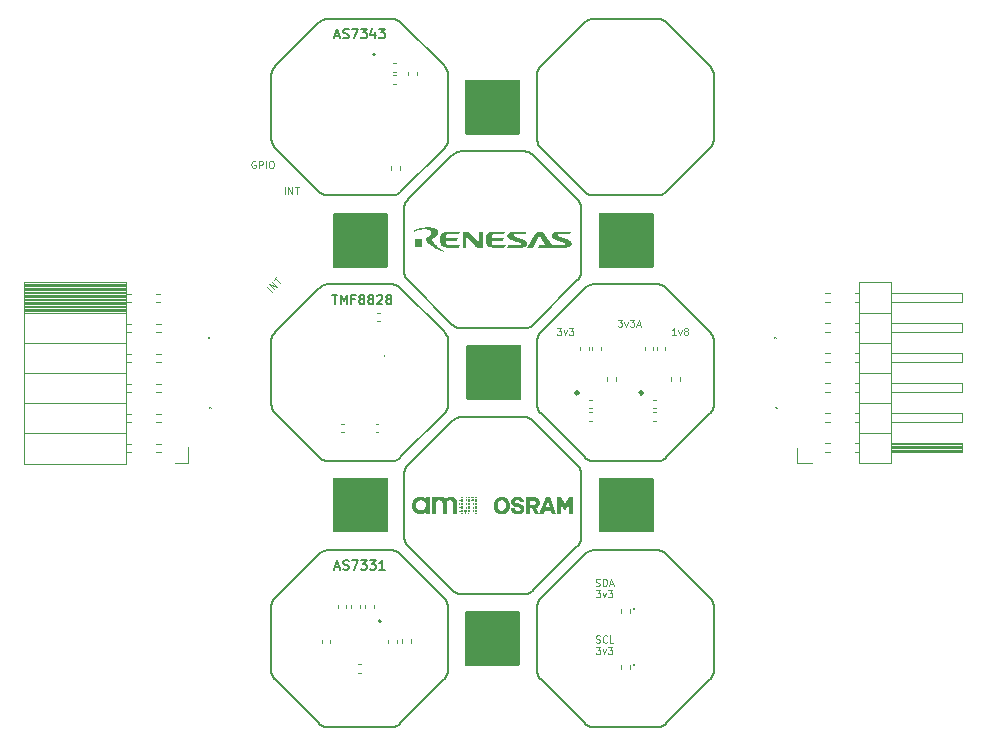
<source format=gbr>
%TF.GenerationSoftware,KiCad,Pcbnew,8.0.5-8.0.5-0~ubuntu24.04.1*%
%TF.CreationDate,2024-09-18T14:46:13+03:00*%
%TF.ProjectId,PMOD1,504d4f44-312e-46b6-9963-61645f706362,rev?*%
%TF.SameCoordinates,Original*%
%TF.FileFunction,Legend,Top*%
%TF.FilePolarity,Positive*%
%FSLAX46Y46*%
G04 Gerber Fmt 4.6, Leading zero omitted, Abs format (unit mm)*
G04 Created by KiCad (PCBNEW 8.0.5-8.0.5-0~ubuntu24.04.1) date 2024-09-18 14:46:13*
%MOMM*%
%LPD*%
G01*
G04 APERTURE LIST*
%ADD10C,0.000000*%
%ADD11C,0.200000*%
%ADD12C,0.100000*%
%ADD13C,0.150000*%
%ADD14C,0.250000*%
%ADD15C,0.120000*%
G04 APERTURE END LIST*
D10*
G36*
X140232579Y-114222712D02*
G01*
X140234930Y-114222891D01*
X140237247Y-114223185D01*
X140239527Y-114223592D01*
X140241768Y-114224109D01*
X140243965Y-114224733D01*
X140246116Y-114225461D01*
X140248219Y-114226290D01*
X140250270Y-114227217D01*
X140252266Y-114228240D01*
X140254205Y-114229355D01*
X140256084Y-114230559D01*
X140257899Y-114231850D01*
X140259648Y-114233225D01*
X140261328Y-114234680D01*
X140262937Y-114236213D01*
X140264470Y-114237821D01*
X140265925Y-114239501D01*
X140267299Y-114241250D01*
X140268590Y-114243066D01*
X140269795Y-114244944D01*
X140270910Y-114246883D01*
X140271932Y-114248880D01*
X140272859Y-114250931D01*
X140273688Y-114253033D01*
X140274416Y-114255185D01*
X140275040Y-114257382D01*
X140275557Y-114259622D01*
X140275965Y-114261902D01*
X140276259Y-114264219D01*
X140276438Y-114266571D01*
X140276498Y-114268954D01*
X140276438Y-114271336D01*
X140276259Y-114273688D01*
X140275965Y-114276005D01*
X140275557Y-114278285D01*
X140275040Y-114280525D01*
X140274416Y-114282722D01*
X140273688Y-114284874D01*
X140272859Y-114286976D01*
X140271932Y-114289027D01*
X140270910Y-114291024D01*
X140269795Y-114292963D01*
X140268590Y-114294841D01*
X140267299Y-114296657D01*
X140265925Y-114298406D01*
X140264470Y-114300086D01*
X140262937Y-114301694D01*
X140261328Y-114303227D01*
X140259648Y-114304682D01*
X140257899Y-114306057D01*
X140256084Y-114307348D01*
X140254205Y-114308552D01*
X140252266Y-114309667D01*
X140250270Y-114310690D01*
X140248219Y-114311617D01*
X140246116Y-114312446D01*
X140243965Y-114313174D01*
X140241768Y-114313798D01*
X140239527Y-114314315D01*
X140237247Y-114314722D01*
X140234930Y-114315017D01*
X140232579Y-114315195D01*
X140230196Y-114315256D01*
X140227813Y-114315195D01*
X140225462Y-114315017D01*
X140223145Y-114314722D01*
X140220865Y-114314315D01*
X140218624Y-114313798D01*
X140216427Y-114313174D01*
X140214276Y-114312446D01*
X140212173Y-114311617D01*
X140210122Y-114310690D01*
X140208126Y-114309667D01*
X140206187Y-114308552D01*
X140204308Y-114307348D01*
X140202493Y-114306057D01*
X140200744Y-114304682D01*
X140199064Y-114303227D01*
X140197456Y-114301694D01*
X140195923Y-114300086D01*
X140194467Y-114298406D01*
X140193093Y-114296657D01*
X140191802Y-114294841D01*
X140190597Y-114292963D01*
X140189483Y-114291024D01*
X140188460Y-114289027D01*
X140187533Y-114286976D01*
X140186704Y-114284874D01*
X140185976Y-114282722D01*
X140185352Y-114280525D01*
X140184835Y-114278285D01*
X140184428Y-114276005D01*
X140184133Y-114273688D01*
X140183954Y-114271336D01*
X140183894Y-114268954D01*
X140183954Y-114266571D01*
X140184133Y-114264219D01*
X140184428Y-114261902D01*
X140184835Y-114259622D01*
X140185352Y-114257382D01*
X140185976Y-114255185D01*
X140186704Y-114253033D01*
X140187533Y-114250931D01*
X140188460Y-114248880D01*
X140189483Y-114246883D01*
X140190597Y-114244944D01*
X140191802Y-114243066D01*
X140193093Y-114241250D01*
X140194467Y-114239501D01*
X140195923Y-114237821D01*
X140197456Y-114236213D01*
X140199064Y-114234680D01*
X140200744Y-114233225D01*
X140202493Y-114231850D01*
X140204308Y-114230559D01*
X140206187Y-114229355D01*
X140208126Y-114228240D01*
X140210122Y-114227217D01*
X140212173Y-114226290D01*
X140214276Y-114225461D01*
X140216427Y-114224733D01*
X140218624Y-114224109D01*
X140220865Y-114223592D01*
X140223145Y-114223185D01*
X140225462Y-114222891D01*
X140227813Y-114222712D01*
X140230196Y-114222651D01*
X140232579Y-114222712D01*
G37*
G36*
X140232579Y-114685733D02*
G01*
X140234930Y-114685911D01*
X140237247Y-114686206D01*
X140239527Y-114686613D01*
X140241768Y-114687130D01*
X140243965Y-114687754D01*
X140246116Y-114688482D01*
X140248219Y-114689311D01*
X140250270Y-114690238D01*
X140252266Y-114691261D01*
X140254205Y-114692376D01*
X140256084Y-114693580D01*
X140257899Y-114694871D01*
X140259648Y-114696245D01*
X140261328Y-114697701D01*
X140262937Y-114699234D01*
X140264470Y-114700842D01*
X140265925Y-114702522D01*
X140267299Y-114704271D01*
X140268590Y-114706086D01*
X140269795Y-114707965D01*
X140270910Y-114709904D01*
X140271932Y-114711901D01*
X140272859Y-114713952D01*
X140273688Y-114716054D01*
X140274416Y-114718206D01*
X140275040Y-114720403D01*
X140275557Y-114722643D01*
X140275965Y-114724923D01*
X140276259Y-114727240D01*
X140276438Y-114729592D01*
X140276498Y-114731974D01*
X140276438Y-114734357D01*
X140276259Y-114736709D01*
X140275965Y-114739026D01*
X140275557Y-114741306D01*
X140275040Y-114743546D01*
X140274416Y-114745743D01*
X140273688Y-114747895D01*
X140272859Y-114749997D01*
X140271932Y-114752048D01*
X140270910Y-114754045D01*
X140269795Y-114755984D01*
X140268590Y-114757862D01*
X140267299Y-114759678D01*
X140265925Y-114761427D01*
X140264470Y-114763107D01*
X140262937Y-114764715D01*
X140261328Y-114766248D01*
X140259648Y-114767703D01*
X140257899Y-114769078D01*
X140256084Y-114770369D01*
X140254205Y-114771573D01*
X140252266Y-114772688D01*
X140250270Y-114773711D01*
X140248219Y-114774638D01*
X140246116Y-114775467D01*
X140243965Y-114776195D01*
X140241768Y-114776819D01*
X140239527Y-114777336D01*
X140237247Y-114777743D01*
X140234930Y-114778037D01*
X140232579Y-114778216D01*
X140230196Y-114778276D01*
X140227813Y-114778216D01*
X140225462Y-114778037D01*
X140223145Y-114777743D01*
X140220865Y-114777336D01*
X140218624Y-114776819D01*
X140216427Y-114776195D01*
X140214276Y-114775467D01*
X140212173Y-114774638D01*
X140210122Y-114773711D01*
X140208126Y-114772688D01*
X140206187Y-114771573D01*
X140204308Y-114770369D01*
X140202493Y-114769078D01*
X140200744Y-114767703D01*
X140199064Y-114766248D01*
X140197456Y-114764715D01*
X140195923Y-114763107D01*
X140194467Y-114761427D01*
X140193093Y-114759678D01*
X140191802Y-114757862D01*
X140190597Y-114755984D01*
X140189483Y-114754045D01*
X140188460Y-114752048D01*
X140187533Y-114749997D01*
X140186704Y-114747895D01*
X140185976Y-114745743D01*
X140185352Y-114743546D01*
X140184835Y-114741306D01*
X140184428Y-114739026D01*
X140184133Y-114736709D01*
X140183954Y-114734357D01*
X140183894Y-114731974D01*
X140183954Y-114729592D01*
X140184133Y-114727240D01*
X140184428Y-114724923D01*
X140184835Y-114722643D01*
X140185352Y-114720403D01*
X140185976Y-114718206D01*
X140186704Y-114716054D01*
X140187533Y-114713952D01*
X140188460Y-114711901D01*
X140189483Y-114709904D01*
X140190597Y-114707965D01*
X140191802Y-114706086D01*
X140193093Y-114704271D01*
X140194467Y-114702522D01*
X140195923Y-114700842D01*
X140197456Y-114699234D01*
X140199064Y-114697701D01*
X140200744Y-114696245D01*
X140202493Y-114694871D01*
X140204308Y-114693580D01*
X140206187Y-114692376D01*
X140208126Y-114691261D01*
X140210122Y-114690238D01*
X140212173Y-114689311D01*
X140214276Y-114688482D01*
X140216427Y-114687754D01*
X140218624Y-114687130D01*
X140220865Y-114686613D01*
X140223145Y-114686206D01*
X140225462Y-114685911D01*
X140227813Y-114685733D01*
X140230196Y-114685672D01*
X140232579Y-114685733D01*
G37*
G36*
X139528787Y-114222712D02*
G01*
X139531138Y-114222891D01*
X139533455Y-114223185D01*
X139535736Y-114223592D01*
X139537976Y-114224109D01*
X139540173Y-114224733D01*
X139542324Y-114225461D01*
X139544427Y-114226290D01*
X139546478Y-114227217D01*
X139548474Y-114228240D01*
X139550413Y-114229355D01*
X139552292Y-114230559D01*
X139554107Y-114231850D01*
X139555857Y-114233225D01*
X139557537Y-114234680D01*
X139559145Y-114236213D01*
X139560678Y-114237821D01*
X139562133Y-114239501D01*
X139563508Y-114241250D01*
X139564799Y-114243066D01*
X139566003Y-114244944D01*
X139567118Y-114246883D01*
X139568140Y-114248880D01*
X139569068Y-114250931D01*
X139569897Y-114253033D01*
X139570625Y-114255185D01*
X139571249Y-114257382D01*
X139571766Y-114259622D01*
X139572173Y-114261902D01*
X139572467Y-114264219D01*
X139572646Y-114266571D01*
X139572706Y-114268954D01*
X139572646Y-114271336D01*
X139572467Y-114273688D01*
X139572173Y-114276005D01*
X139571766Y-114278285D01*
X139571249Y-114280525D01*
X139570625Y-114282722D01*
X139569897Y-114284874D01*
X139569068Y-114286976D01*
X139568140Y-114289027D01*
X139567118Y-114291024D01*
X139566003Y-114292963D01*
X139564799Y-114294841D01*
X139563508Y-114296657D01*
X139562133Y-114298406D01*
X139560678Y-114300086D01*
X139559145Y-114301694D01*
X139557537Y-114303227D01*
X139555857Y-114304682D01*
X139554107Y-114306057D01*
X139552292Y-114307348D01*
X139550413Y-114308552D01*
X139548474Y-114309667D01*
X139546478Y-114310690D01*
X139544427Y-114311617D01*
X139542324Y-114312446D01*
X139540173Y-114313174D01*
X139537976Y-114313798D01*
X139535736Y-114314315D01*
X139533455Y-114314722D01*
X139531138Y-114315017D01*
X139528787Y-114315195D01*
X139526404Y-114315256D01*
X139524021Y-114315195D01*
X139521670Y-114315017D01*
X139519353Y-114314722D01*
X139517073Y-114314315D01*
X139514833Y-114313798D01*
X139512635Y-114313174D01*
X139510484Y-114312446D01*
X139508381Y-114311617D01*
X139506330Y-114310690D01*
X139504334Y-114309667D01*
X139502395Y-114308552D01*
X139500516Y-114307348D01*
X139498701Y-114306057D01*
X139496952Y-114304682D01*
X139495272Y-114303227D01*
X139493664Y-114301694D01*
X139492131Y-114300086D01*
X139490675Y-114298406D01*
X139489301Y-114296657D01*
X139488010Y-114294841D01*
X139486805Y-114292963D01*
X139485690Y-114291024D01*
X139484668Y-114289027D01*
X139483741Y-114286976D01*
X139482912Y-114284874D01*
X139482184Y-114282722D01*
X139481560Y-114280525D01*
X139481043Y-114278285D01*
X139480636Y-114276005D01*
X139480341Y-114273688D01*
X139480162Y-114271336D01*
X139480102Y-114268954D01*
X139480162Y-114266571D01*
X139480341Y-114264219D01*
X139480636Y-114261902D01*
X139481043Y-114259622D01*
X139481560Y-114257382D01*
X139482184Y-114255185D01*
X139482912Y-114253033D01*
X139483741Y-114250931D01*
X139484668Y-114248880D01*
X139485690Y-114246883D01*
X139486805Y-114244944D01*
X139488010Y-114243066D01*
X139489301Y-114241250D01*
X139490675Y-114239501D01*
X139492131Y-114237821D01*
X139493664Y-114236213D01*
X139495272Y-114234680D01*
X139496952Y-114233225D01*
X139498701Y-114231850D01*
X139500516Y-114230559D01*
X139502395Y-114229355D01*
X139504334Y-114228240D01*
X139506330Y-114227217D01*
X139508381Y-114226290D01*
X139510484Y-114225461D01*
X139512635Y-114224733D01*
X139514833Y-114224109D01*
X139517073Y-114223592D01*
X139519353Y-114223185D01*
X139521670Y-114222891D01*
X139524021Y-114222712D01*
X139526404Y-114222651D01*
X139528787Y-114222712D01*
G37*
G36*
X140232579Y-113639306D02*
G01*
X140234930Y-113639484D01*
X140237247Y-113639779D01*
X140239527Y-113640186D01*
X140241768Y-113640703D01*
X140243965Y-113641327D01*
X140246116Y-113642055D01*
X140248219Y-113642884D01*
X140250270Y-113643811D01*
X140252266Y-113644834D01*
X140254205Y-113645949D01*
X140256084Y-113647153D01*
X140257899Y-113648444D01*
X140259648Y-113649818D01*
X140261328Y-113651274D01*
X140262937Y-113652807D01*
X140264470Y-113654415D01*
X140265925Y-113656095D01*
X140267299Y-113657844D01*
X140268590Y-113659659D01*
X140269795Y-113661538D01*
X140270910Y-113663477D01*
X140271932Y-113665473D01*
X140272859Y-113667525D01*
X140273688Y-113669627D01*
X140274416Y-113671779D01*
X140275040Y-113673976D01*
X140275557Y-113676216D01*
X140275965Y-113678496D01*
X140276259Y-113680813D01*
X140276438Y-113683165D01*
X140276498Y-113685547D01*
X140276438Y-113687930D01*
X140276259Y-113690281D01*
X140275965Y-113692599D01*
X140275557Y-113694879D01*
X140275040Y-113697119D01*
X140274416Y-113699316D01*
X140273688Y-113701468D01*
X140272859Y-113703570D01*
X140271932Y-113705621D01*
X140270910Y-113707618D01*
X140269795Y-113709557D01*
X140268590Y-113711435D01*
X140267299Y-113713251D01*
X140265925Y-113715000D01*
X140264470Y-113716680D01*
X140262937Y-113718288D01*
X140261328Y-113719821D01*
X140259648Y-113721276D01*
X140257899Y-113722651D01*
X140256084Y-113723942D01*
X140254205Y-113725146D01*
X140252266Y-113726261D01*
X140250270Y-113727284D01*
X140248219Y-113728211D01*
X140246116Y-113729040D01*
X140243965Y-113729768D01*
X140241768Y-113730392D01*
X140239527Y-113730909D01*
X140237247Y-113731316D01*
X140234930Y-113731610D01*
X140232579Y-113731789D01*
X140230196Y-113731849D01*
X140227813Y-113731789D01*
X140225462Y-113731610D01*
X140223145Y-113731316D01*
X140220865Y-113730909D01*
X140218624Y-113730392D01*
X140216427Y-113729768D01*
X140214276Y-113729040D01*
X140212173Y-113728211D01*
X140210122Y-113727284D01*
X140208126Y-113726261D01*
X140206187Y-113725146D01*
X140204308Y-113723942D01*
X140202493Y-113722651D01*
X140200744Y-113721276D01*
X140199064Y-113719821D01*
X140197456Y-113718288D01*
X140195923Y-113716680D01*
X140194467Y-113715000D01*
X140193093Y-113713251D01*
X140191802Y-113711435D01*
X140190597Y-113709557D01*
X140189483Y-113707618D01*
X140188460Y-113705621D01*
X140187533Y-113703570D01*
X140186704Y-113701468D01*
X140185976Y-113699316D01*
X140185352Y-113697119D01*
X140184835Y-113694879D01*
X140184428Y-113692599D01*
X140184133Y-113690281D01*
X140183954Y-113687930D01*
X140183894Y-113685547D01*
X140183954Y-113683165D01*
X140184133Y-113680813D01*
X140184428Y-113678496D01*
X140184835Y-113676216D01*
X140185352Y-113673976D01*
X140185976Y-113671779D01*
X140186704Y-113669627D01*
X140187533Y-113667525D01*
X140188460Y-113665473D01*
X140189483Y-113663477D01*
X140190597Y-113661538D01*
X140191802Y-113659659D01*
X140193093Y-113657844D01*
X140194467Y-113656095D01*
X140195923Y-113654415D01*
X140197456Y-113652807D01*
X140199064Y-113651274D01*
X140200744Y-113649818D01*
X140202493Y-113648444D01*
X140204308Y-113647153D01*
X140206187Y-113645949D01*
X140208126Y-113644834D01*
X140210122Y-113643811D01*
X140212173Y-113642884D01*
X140214276Y-113642055D01*
X140216427Y-113641327D01*
X140218624Y-113640703D01*
X140220865Y-113640186D01*
X140223145Y-113639779D01*
X140225462Y-113639484D01*
X140227813Y-113639306D01*
X140230196Y-113639245D01*
X140232579Y-113639306D01*
G37*
G36*
X139644542Y-113991201D02*
G01*
X139646894Y-113991380D01*
X139649211Y-113991675D01*
X139651491Y-113992082D01*
X139653731Y-113992599D01*
X139655928Y-113993223D01*
X139658080Y-113993951D01*
X139660182Y-113994780D01*
X139662233Y-113995707D01*
X139664230Y-113996730D01*
X139666169Y-113997844D01*
X139668047Y-113999049D01*
X139669863Y-114000340D01*
X139671612Y-114001714D01*
X139673292Y-114003170D01*
X139674900Y-114004703D01*
X139676433Y-114006311D01*
X139677888Y-114007991D01*
X139679263Y-114009740D01*
X139680554Y-114011555D01*
X139681758Y-114013434D01*
X139682873Y-114015373D01*
X139683896Y-114017369D01*
X139684823Y-114019420D01*
X139685652Y-114021523D01*
X139686380Y-114023674D01*
X139687004Y-114025872D01*
X139687521Y-114028112D01*
X139687928Y-114030392D01*
X139688223Y-114032709D01*
X139688401Y-114035060D01*
X139688462Y-114037443D01*
X139688401Y-114039826D01*
X139688223Y-114042177D01*
X139687928Y-114044495D01*
X139687521Y-114046775D01*
X139687004Y-114049015D01*
X139686380Y-114051212D01*
X139685652Y-114053363D01*
X139684823Y-114055466D01*
X139683896Y-114057517D01*
X139682873Y-114059514D01*
X139681758Y-114061453D01*
X139680554Y-114063331D01*
X139679263Y-114065146D01*
X139677888Y-114066896D01*
X139676433Y-114068576D01*
X139674900Y-114070184D01*
X139673292Y-114071717D01*
X139671612Y-114073172D01*
X139669863Y-114074547D01*
X139668047Y-114075838D01*
X139666169Y-114077042D01*
X139664230Y-114078157D01*
X139662233Y-114079179D01*
X139660182Y-114080107D01*
X139658080Y-114080936D01*
X139655928Y-114081664D01*
X139653731Y-114082288D01*
X139651491Y-114082805D01*
X139649211Y-114083212D01*
X139646894Y-114083506D01*
X139644542Y-114083685D01*
X139642159Y-114083745D01*
X139639777Y-114083685D01*
X139637425Y-114083506D01*
X139635108Y-114083212D01*
X139632828Y-114082805D01*
X139630588Y-114082288D01*
X139628391Y-114081664D01*
X139626239Y-114080936D01*
X139624137Y-114080107D01*
X139622086Y-114079179D01*
X139620089Y-114078157D01*
X139618150Y-114077042D01*
X139616271Y-114075838D01*
X139614456Y-114074547D01*
X139612707Y-114073172D01*
X139611027Y-114071717D01*
X139609419Y-114070184D01*
X139607886Y-114068576D01*
X139606430Y-114066896D01*
X139605056Y-114065146D01*
X139603765Y-114063331D01*
X139602561Y-114061453D01*
X139601446Y-114059514D01*
X139600423Y-114057517D01*
X139599496Y-114055466D01*
X139598667Y-114053363D01*
X139597939Y-114051212D01*
X139597315Y-114049015D01*
X139596798Y-114046775D01*
X139596391Y-114044495D01*
X139596096Y-114042177D01*
X139595918Y-114039826D01*
X139595857Y-114037443D01*
X139595918Y-114035060D01*
X139596096Y-114032709D01*
X139596391Y-114030392D01*
X139596798Y-114028112D01*
X139597315Y-114025872D01*
X139597939Y-114023674D01*
X139598667Y-114021523D01*
X139599496Y-114019420D01*
X139600423Y-114017369D01*
X139601446Y-114015373D01*
X139602561Y-114013434D01*
X139603765Y-114011555D01*
X139605056Y-114009740D01*
X139606430Y-114007991D01*
X139607886Y-114006311D01*
X139609419Y-114004703D01*
X139611027Y-114003170D01*
X139612707Y-114001714D01*
X139614456Y-114000340D01*
X139616271Y-113999049D01*
X139618150Y-113997844D01*
X139620089Y-113996730D01*
X139622086Y-113995707D01*
X139624137Y-113994780D01*
X139626239Y-113993951D01*
X139628391Y-113993223D01*
X139630588Y-113992599D01*
X139632828Y-113992082D01*
X139635108Y-113991675D01*
X139637425Y-113991380D01*
X139639777Y-113991201D01*
X139642159Y-113991141D01*
X139644542Y-113991201D01*
G37*
G36*
X140936370Y-114685733D02*
G01*
X140938722Y-114685911D01*
X140941039Y-114686206D01*
X140943319Y-114686613D01*
X140945559Y-114687130D01*
X140947756Y-114687754D01*
X140949908Y-114688482D01*
X140952010Y-114689311D01*
X140954061Y-114690238D01*
X140956058Y-114691261D01*
X140957997Y-114692376D01*
X140959875Y-114693580D01*
X140961691Y-114694871D01*
X140963440Y-114696245D01*
X140965120Y-114697701D01*
X140966728Y-114699234D01*
X140968261Y-114700842D01*
X140969716Y-114702522D01*
X140971091Y-114704271D01*
X140972382Y-114706086D01*
X140973586Y-114707965D01*
X140974701Y-114709904D01*
X140975724Y-114711901D01*
X140976651Y-114713952D01*
X140977480Y-114716054D01*
X140978208Y-114718206D01*
X140978832Y-114720403D01*
X140979349Y-114722643D01*
X140979756Y-114724923D01*
X140980050Y-114727240D01*
X140980229Y-114729592D01*
X140980290Y-114731974D01*
X140980229Y-114734357D01*
X140980050Y-114736709D01*
X140979756Y-114739026D01*
X140979349Y-114741306D01*
X140978832Y-114743546D01*
X140978208Y-114745743D01*
X140977480Y-114747895D01*
X140976651Y-114749997D01*
X140975724Y-114752048D01*
X140974701Y-114754045D01*
X140973586Y-114755984D01*
X140972382Y-114757862D01*
X140971091Y-114759678D01*
X140969716Y-114761427D01*
X140968261Y-114763107D01*
X140966728Y-114764715D01*
X140965120Y-114766248D01*
X140963440Y-114767703D01*
X140961691Y-114769078D01*
X140959875Y-114770369D01*
X140957997Y-114771573D01*
X140956058Y-114772688D01*
X140954061Y-114773711D01*
X140952010Y-114774638D01*
X140949908Y-114775467D01*
X140947756Y-114776195D01*
X140945559Y-114776819D01*
X140943319Y-114777336D01*
X140941039Y-114777743D01*
X140938722Y-114778037D01*
X140936370Y-114778216D01*
X140933987Y-114778276D01*
X140931605Y-114778216D01*
X140929253Y-114778037D01*
X140926936Y-114777743D01*
X140924656Y-114777336D01*
X140922416Y-114776819D01*
X140920219Y-114776195D01*
X140918067Y-114775467D01*
X140915965Y-114774638D01*
X140913914Y-114773711D01*
X140911917Y-114772688D01*
X140909978Y-114771573D01*
X140908100Y-114770369D01*
X140906284Y-114769078D01*
X140904535Y-114767703D01*
X140902855Y-114766248D01*
X140901247Y-114764715D01*
X140899714Y-114763107D01*
X140898259Y-114761427D01*
X140896884Y-114759678D01*
X140895593Y-114757862D01*
X140894389Y-114755984D01*
X140893274Y-114754045D01*
X140892251Y-114752048D01*
X140891324Y-114749997D01*
X140890495Y-114747895D01*
X140889767Y-114745743D01*
X140889143Y-114743546D01*
X140888626Y-114741306D01*
X140888219Y-114739026D01*
X140887925Y-114736709D01*
X140887746Y-114734357D01*
X140887686Y-114731974D01*
X140887746Y-114729592D01*
X140887925Y-114727240D01*
X140888219Y-114724923D01*
X140888626Y-114722643D01*
X140889143Y-114720403D01*
X140889767Y-114718206D01*
X140890495Y-114716054D01*
X140891324Y-114713952D01*
X140892251Y-114711901D01*
X140893274Y-114709904D01*
X140894389Y-114707965D01*
X140895593Y-114706086D01*
X140896884Y-114704271D01*
X140898259Y-114702522D01*
X140899714Y-114700842D01*
X140901247Y-114699234D01*
X140902855Y-114697701D01*
X140904535Y-114696245D01*
X140906284Y-114694871D01*
X140908100Y-114693580D01*
X140909978Y-114692376D01*
X140911917Y-114691261D01*
X140913914Y-114690238D01*
X140915965Y-114689311D01*
X140918067Y-114688482D01*
X140920219Y-114687754D01*
X140922416Y-114687130D01*
X140924656Y-114686613D01*
X140926936Y-114686206D01*
X140929253Y-114685911D01*
X140931605Y-114685733D01*
X140933987Y-114685672D01*
X140936370Y-114685733D01*
G37*
G36*
X139644542Y-114569977D02*
G01*
X139646894Y-114570156D01*
X139649211Y-114570451D01*
X139651491Y-114570858D01*
X139653731Y-114571375D01*
X139655928Y-114571999D01*
X139658080Y-114572727D01*
X139660182Y-114573556D01*
X139662233Y-114574483D01*
X139664230Y-114575506D01*
X139666169Y-114576620D01*
X139668047Y-114577825D01*
X139669863Y-114579116D01*
X139671612Y-114580490D01*
X139673292Y-114581946D01*
X139674900Y-114583479D01*
X139676433Y-114585087D01*
X139677888Y-114586767D01*
X139679263Y-114588516D01*
X139680554Y-114590331D01*
X139681758Y-114592210D01*
X139682873Y-114594149D01*
X139683896Y-114596145D01*
X139684823Y-114598196D01*
X139685652Y-114600299D01*
X139686380Y-114602450D01*
X139687004Y-114604648D01*
X139687521Y-114606888D01*
X139687928Y-114609168D01*
X139688223Y-114611485D01*
X139688401Y-114613837D01*
X139688462Y-114616219D01*
X139688401Y-114618602D01*
X139688223Y-114620953D01*
X139687928Y-114623271D01*
X139687521Y-114625551D01*
X139687004Y-114627791D01*
X139686380Y-114629988D01*
X139685652Y-114632139D01*
X139684823Y-114634242D01*
X139683896Y-114636293D01*
X139682873Y-114638290D01*
X139681758Y-114640229D01*
X139680554Y-114642107D01*
X139679263Y-114643922D01*
X139677888Y-114645672D01*
X139676433Y-114647352D01*
X139674900Y-114648960D01*
X139673292Y-114650493D01*
X139671612Y-114651948D01*
X139669863Y-114653323D01*
X139668047Y-114654614D01*
X139666169Y-114655818D01*
X139664230Y-114656933D01*
X139662233Y-114657955D01*
X139660182Y-114658883D01*
X139658080Y-114659712D01*
X139655928Y-114660440D01*
X139653731Y-114661064D01*
X139651491Y-114661581D01*
X139649211Y-114661988D01*
X139646894Y-114662282D01*
X139644542Y-114662461D01*
X139642159Y-114662521D01*
X139639777Y-114662461D01*
X139637425Y-114662282D01*
X139635108Y-114661988D01*
X139632828Y-114661581D01*
X139630588Y-114661064D01*
X139628391Y-114660440D01*
X139626239Y-114659712D01*
X139624137Y-114658883D01*
X139622086Y-114657955D01*
X139620089Y-114656933D01*
X139618150Y-114655818D01*
X139616271Y-114654614D01*
X139614456Y-114653323D01*
X139612707Y-114651948D01*
X139611027Y-114650493D01*
X139609419Y-114648960D01*
X139607886Y-114647352D01*
X139606430Y-114645672D01*
X139605056Y-114643922D01*
X139603765Y-114642107D01*
X139602561Y-114640229D01*
X139601446Y-114638290D01*
X139600423Y-114636293D01*
X139599496Y-114634242D01*
X139598667Y-114632139D01*
X139597939Y-114629988D01*
X139597315Y-114627791D01*
X139596798Y-114625551D01*
X139596391Y-114623271D01*
X139596096Y-114620953D01*
X139595918Y-114618602D01*
X139595857Y-114616219D01*
X139595918Y-114613837D01*
X139596096Y-114611485D01*
X139596391Y-114609168D01*
X139596798Y-114606888D01*
X139597315Y-114604648D01*
X139597939Y-114602450D01*
X139598667Y-114600299D01*
X139599496Y-114598196D01*
X139600423Y-114596145D01*
X139601446Y-114594149D01*
X139602561Y-114592210D01*
X139603765Y-114590331D01*
X139605056Y-114588516D01*
X139606430Y-114586767D01*
X139607886Y-114585087D01*
X139609419Y-114583479D01*
X139611027Y-114581946D01*
X139612707Y-114580490D01*
X139614456Y-114579116D01*
X139616271Y-114577825D01*
X139618150Y-114576620D01*
X139620089Y-114575506D01*
X139622086Y-114574483D01*
X139624137Y-114573556D01*
X139626239Y-114572727D01*
X139628391Y-114571999D01*
X139630588Y-114571375D01*
X139632828Y-114570858D01*
X139635108Y-114570451D01*
X139637425Y-114570156D01*
X139639777Y-114569977D01*
X139642159Y-114569917D01*
X139644542Y-114569977D01*
G37*
G36*
X139764927Y-113755061D02*
G01*
X139767279Y-113755240D01*
X139769596Y-113755534D01*
X139771876Y-113755941D01*
X139774116Y-113756458D01*
X139776314Y-113757082D01*
X139778465Y-113757810D01*
X139780568Y-113758639D01*
X139782619Y-113759566D01*
X139784615Y-113760589D01*
X139786554Y-113761704D01*
X139788433Y-113762908D01*
X139790248Y-113764199D01*
X139791997Y-113765574D01*
X139793677Y-113767029D01*
X139795285Y-113768562D01*
X139796818Y-113770170D01*
X139798274Y-113771850D01*
X139799648Y-113773599D01*
X139800939Y-113775415D01*
X139802144Y-113777293D01*
X139803258Y-113779232D01*
X139804281Y-113781229D01*
X139805208Y-113783280D01*
X139806037Y-113785382D01*
X139806765Y-113787534D01*
X139807389Y-113789731D01*
X139807906Y-113791971D01*
X139808313Y-113794251D01*
X139808608Y-113796568D01*
X139808787Y-113798920D01*
X139808847Y-113801303D01*
X139808787Y-113803685D01*
X139808608Y-113806037D01*
X139808313Y-113808354D01*
X139807906Y-113810634D01*
X139807389Y-113812874D01*
X139806765Y-113815071D01*
X139806037Y-113817223D01*
X139805208Y-113819325D01*
X139804281Y-113821376D01*
X139803258Y-113823373D01*
X139802144Y-113825312D01*
X139800939Y-113827190D01*
X139799648Y-113829006D01*
X139798274Y-113830755D01*
X139796818Y-113832435D01*
X139795285Y-113834043D01*
X139793677Y-113835576D01*
X139791997Y-113837032D01*
X139790248Y-113838406D01*
X139788433Y-113839697D01*
X139786554Y-113840901D01*
X139784615Y-113842016D01*
X139782619Y-113843039D01*
X139780568Y-113843966D01*
X139778465Y-113844795D01*
X139776314Y-113845523D01*
X139774116Y-113846147D01*
X139771876Y-113846664D01*
X139769596Y-113847071D01*
X139767279Y-113847366D01*
X139764927Y-113847544D01*
X139762545Y-113847605D01*
X139760162Y-113847544D01*
X139757811Y-113847366D01*
X139755493Y-113847071D01*
X139753213Y-113846664D01*
X139750973Y-113846147D01*
X139748776Y-113845523D01*
X139746624Y-113844795D01*
X139744522Y-113843966D01*
X139742471Y-113843039D01*
X139740474Y-113842016D01*
X139738535Y-113840901D01*
X139736657Y-113839697D01*
X139734841Y-113838406D01*
X139733092Y-113837032D01*
X139731412Y-113835576D01*
X139729804Y-113834043D01*
X139728271Y-113832435D01*
X139726816Y-113830755D01*
X139725441Y-113829006D01*
X139724150Y-113827190D01*
X139722946Y-113825312D01*
X139721831Y-113823373D01*
X139720808Y-113821376D01*
X139719881Y-113819325D01*
X139719052Y-113817223D01*
X139718324Y-113815071D01*
X139717700Y-113812874D01*
X139717183Y-113810634D01*
X139716776Y-113808354D01*
X139716482Y-113806037D01*
X139716303Y-113803685D01*
X139716243Y-113801303D01*
X139716303Y-113798920D01*
X139716482Y-113796568D01*
X139716776Y-113794251D01*
X139717183Y-113791971D01*
X139717700Y-113789731D01*
X139718324Y-113787534D01*
X139719052Y-113785382D01*
X139719881Y-113783280D01*
X139720808Y-113781229D01*
X139721831Y-113779232D01*
X139722946Y-113777293D01*
X139724150Y-113775415D01*
X139725441Y-113773599D01*
X139726816Y-113771850D01*
X139728271Y-113770170D01*
X139729804Y-113768562D01*
X139731412Y-113767029D01*
X139733092Y-113765574D01*
X139734841Y-113764199D01*
X139736657Y-113762908D01*
X139738535Y-113761704D01*
X139740474Y-113760589D01*
X139742471Y-113759566D01*
X139744522Y-113758639D01*
X139746624Y-113757810D01*
X139748776Y-113757082D01*
X139750973Y-113756458D01*
X139753213Y-113755941D01*
X139755493Y-113755534D01*
X139757811Y-113755240D01*
X139760162Y-113755061D01*
X139762545Y-113755000D01*
X139764927Y-113755061D01*
G37*
G36*
X139996438Y-114931134D02*
G01*
X139998789Y-114931312D01*
X140001106Y-114931607D01*
X140003387Y-114932014D01*
X140005627Y-114932531D01*
X140007824Y-114933155D01*
X140009975Y-114933883D01*
X140012078Y-114934712D01*
X140014129Y-114935639D01*
X140016125Y-114936662D01*
X140018064Y-114937777D01*
X140019943Y-114938981D01*
X140021758Y-114940272D01*
X140023507Y-114941647D01*
X140025188Y-114943102D01*
X140026796Y-114944635D01*
X140028329Y-114946243D01*
X140029784Y-114947923D01*
X140031159Y-114949672D01*
X140032449Y-114951487D01*
X140033654Y-114953366D01*
X140034769Y-114955305D01*
X140035791Y-114957302D01*
X140036719Y-114959353D01*
X140037548Y-114961455D01*
X140038275Y-114963607D01*
X140038899Y-114965804D01*
X140039416Y-114968044D01*
X140039824Y-114970324D01*
X140040118Y-114972641D01*
X140040297Y-114974993D01*
X140040357Y-114977375D01*
X140040297Y-114979758D01*
X140040118Y-114982110D01*
X140039824Y-114984427D01*
X140039416Y-114986707D01*
X140038899Y-114988947D01*
X140038275Y-114991144D01*
X140037548Y-114993296D01*
X140036719Y-114995398D01*
X140035791Y-114997449D01*
X140034769Y-114999446D01*
X140033654Y-115001385D01*
X140032449Y-115003263D01*
X140031159Y-115005079D01*
X140029784Y-115006828D01*
X140028329Y-115008508D01*
X140026796Y-115010116D01*
X140025188Y-115011649D01*
X140023507Y-115013104D01*
X140021758Y-115014479D01*
X140019943Y-115015770D01*
X140018064Y-115016974D01*
X140016125Y-115018089D01*
X140014129Y-115019112D01*
X140012078Y-115020039D01*
X140009975Y-115020868D01*
X140007824Y-115021596D01*
X140005627Y-115022220D01*
X140003387Y-115022737D01*
X140001106Y-115023144D01*
X139998789Y-115023438D01*
X139996438Y-115023617D01*
X139994055Y-115023677D01*
X139991672Y-115023617D01*
X139989321Y-115023438D01*
X139987004Y-115023144D01*
X139984724Y-115022737D01*
X139982484Y-115022220D01*
X139980286Y-115021596D01*
X139978135Y-115020868D01*
X139976032Y-115020039D01*
X139973981Y-115019112D01*
X139971985Y-115018089D01*
X139970046Y-115016974D01*
X139968167Y-115015770D01*
X139966352Y-115014479D01*
X139964603Y-115013104D01*
X139962923Y-115011649D01*
X139961315Y-115010116D01*
X139959782Y-115008508D01*
X139958326Y-115006828D01*
X139956952Y-115005079D01*
X139955661Y-115003263D01*
X139954457Y-115001385D01*
X139953342Y-114999446D01*
X139952319Y-114997449D01*
X139951392Y-114995398D01*
X139950563Y-114993296D01*
X139949835Y-114991144D01*
X139949211Y-114988947D01*
X139948694Y-114986707D01*
X139948287Y-114984427D01*
X139947992Y-114982110D01*
X139947813Y-114979758D01*
X139947753Y-114977375D01*
X139947813Y-114974993D01*
X139947992Y-114972641D01*
X139948287Y-114970324D01*
X139948694Y-114968044D01*
X139949211Y-114965804D01*
X139949835Y-114963607D01*
X139950563Y-114961455D01*
X139951392Y-114959353D01*
X139952319Y-114957302D01*
X139953342Y-114955305D01*
X139954457Y-114953366D01*
X139955661Y-114951487D01*
X139956952Y-114949672D01*
X139958326Y-114947923D01*
X139959782Y-114946243D01*
X139961315Y-114944635D01*
X139962923Y-114943102D01*
X139964603Y-114941647D01*
X139966352Y-114940272D01*
X139968167Y-114938981D01*
X139970046Y-114937777D01*
X139971985Y-114936662D01*
X139973981Y-114935639D01*
X139976032Y-114934712D01*
X139978135Y-114933883D01*
X139980286Y-114933155D01*
X139982484Y-114932531D01*
X139984724Y-114932014D01*
X139987004Y-114931607D01*
X139989321Y-114931312D01*
X139991672Y-114931134D01*
X139994055Y-114931073D01*
X139996438Y-114931134D01*
G37*
G36*
X139528787Y-113875446D02*
G01*
X139531138Y-113875625D01*
X139533455Y-113875919D01*
X139535736Y-113876327D01*
X139537976Y-113876844D01*
X139540173Y-113877468D01*
X139542324Y-113878195D01*
X139544427Y-113879025D01*
X139546478Y-113879952D01*
X139548474Y-113880974D01*
X139550413Y-113882089D01*
X139552292Y-113883294D01*
X139554107Y-113884584D01*
X139555857Y-113885959D01*
X139557537Y-113887414D01*
X139559145Y-113888947D01*
X139560678Y-113890555D01*
X139562133Y-113892236D01*
X139563508Y-113893985D01*
X139564799Y-113895800D01*
X139566003Y-113897679D01*
X139567118Y-113899618D01*
X139568140Y-113901614D01*
X139569068Y-113903665D01*
X139569897Y-113905768D01*
X139570625Y-113907919D01*
X139571249Y-113910116D01*
X139571766Y-113912356D01*
X139572173Y-113914637D01*
X139572467Y-113916954D01*
X139572646Y-113919305D01*
X139572706Y-113921688D01*
X139572646Y-113924071D01*
X139572467Y-113926422D01*
X139572173Y-113928739D01*
X139571766Y-113931019D01*
X139571249Y-113933260D01*
X139570625Y-113935457D01*
X139569897Y-113937608D01*
X139569068Y-113939711D01*
X139568140Y-113941762D01*
X139567118Y-113943758D01*
X139566003Y-113945697D01*
X139564799Y-113947576D01*
X139563508Y-113949391D01*
X139562133Y-113951140D01*
X139560678Y-113952820D01*
X139559145Y-113954428D01*
X139557537Y-113955962D01*
X139555857Y-113957417D01*
X139554107Y-113958791D01*
X139552292Y-113960082D01*
X139550413Y-113961287D01*
X139548474Y-113962402D01*
X139546478Y-113963424D01*
X139544427Y-113964351D01*
X139542324Y-113965180D01*
X139540173Y-113965908D01*
X139537976Y-113966532D01*
X139535736Y-113967049D01*
X139533455Y-113967457D01*
X139531138Y-113967751D01*
X139528787Y-113967930D01*
X139526404Y-113967990D01*
X139524021Y-113967930D01*
X139521670Y-113967751D01*
X139519353Y-113967457D01*
X139517073Y-113967049D01*
X139514833Y-113966532D01*
X139512635Y-113965908D01*
X139510484Y-113965180D01*
X139508381Y-113964351D01*
X139506330Y-113963424D01*
X139504334Y-113962402D01*
X139502395Y-113961287D01*
X139500516Y-113960082D01*
X139498701Y-113958791D01*
X139496952Y-113957417D01*
X139495272Y-113955962D01*
X139493664Y-113954428D01*
X139492131Y-113952820D01*
X139490675Y-113951140D01*
X139489301Y-113949391D01*
X139488010Y-113947576D01*
X139486805Y-113945697D01*
X139485690Y-113943758D01*
X139484668Y-113941762D01*
X139483741Y-113939711D01*
X139482912Y-113937608D01*
X139482184Y-113935457D01*
X139481560Y-113933260D01*
X139481043Y-113931019D01*
X139480636Y-113928739D01*
X139480341Y-113926422D01*
X139480162Y-113924071D01*
X139480102Y-113921688D01*
X139480162Y-113919305D01*
X139480341Y-113916954D01*
X139480636Y-113914637D01*
X139481043Y-113912356D01*
X139481560Y-113910116D01*
X139482184Y-113907919D01*
X139482912Y-113905768D01*
X139483741Y-113903665D01*
X139484668Y-113901614D01*
X139485690Y-113899618D01*
X139486805Y-113897679D01*
X139488010Y-113895800D01*
X139489301Y-113893985D01*
X139490675Y-113892236D01*
X139492131Y-113890555D01*
X139493664Y-113888947D01*
X139495272Y-113887414D01*
X139496952Y-113885959D01*
X139498701Y-113884584D01*
X139500516Y-113883294D01*
X139502395Y-113882089D01*
X139504334Y-113880974D01*
X139506330Y-113879952D01*
X139508381Y-113879025D01*
X139510484Y-113878195D01*
X139512635Y-113877468D01*
X139514833Y-113876844D01*
X139517073Y-113876327D01*
X139519353Y-113875919D01*
X139521670Y-113875625D01*
X139524021Y-113875446D01*
X139526404Y-113875386D01*
X139528787Y-113875446D01*
G37*
G36*
X148818890Y-91315335D02*
G01*
X148815587Y-91320810D01*
X148812125Y-91325833D01*
X148808501Y-91330419D01*
X148804710Y-91334579D01*
X148800748Y-91338330D01*
X148796612Y-91341682D01*
X148792298Y-91344652D01*
X148787801Y-91347251D01*
X148783119Y-91349493D01*
X148778247Y-91351392D01*
X148773180Y-91352962D01*
X148767917Y-91354216D01*
X148762451Y-91355168D01*
X148756780Y-91355831D01*
X148750900Y-91356219D01*
X148744807Y-91356346D01*
X148079379Y-91355023D01*
X148058484Y-91355172D01*
X148038692Y-91355616D01*
X148019974Y-91356344D01*
X148002301Y-91357348D01*
X147985645Y-91358620D01*
X147969976Y-91360150D01*
X147955266Y-91361931D01*
X147941486Y-91363952D01*
X147928607Y-91366207D01*
X147916600Y-91368685D01*
X147905437Y-91371378D01*
X147895089Y-91374277D01*
X147885526Y-91377375D01*
X147876720Y-91380661D01*
X147868642Y-91384127D01*
X147861264Y-91387765D01*
X147854556Y-91391566D01*
X147848490Y-91395520D01*
X147843036Y-91399620D01*
X147838167Y-91403857D01*
X147833853Y-91408221D01*
X147830065Y-91412705D01*
X147826775Y-91417299D01*
X147823954Y-91421995D01*
X147821572Y-91426784D01*
X147819601Y-91431658D01*
X147818013Y-91436606D01*
X147816778Y-91441622D01*
X147815868Y-91446696D01*
X147815253Y-91451819D01*
X147814906Y-91456983D01*
X147814796Y-91462179D01*
X147815465Y-91474600D01*
X147817541Y-91486141D01*
X147821128Y-91496915D01*
X147826331Y-91507034D01*
X147833255Y-91516610D01*
X147842004Y-91525756D01*
X147852684Y-91534585D01*
X147865398Y-91543208D01*
X147880252Y-91551737D01*
X147897350Y-91560287D01*
X147916796Y-91568968D01*
X147938696Y-91577893D01*
X147963154Y-91587175D01*
X147990274Y-91596925D01*
X148052921Y-91618283D01*
X148498745Y-91763804D01*
X148537271Y-91776976D01*
X148573758Y-91790194D01*
X148608259Y-91803450D01*
X148640829Y-91816736D01*
X148671522Y-91830043D01*
X148700390Y-91843363D01*
X148727488Y-91856688D01*
X148752869Y-91870009D01*
X148776588Y-91883319D01*
X148798698Y-91896609D01*
X148819252Y-91909871D01*
X148838306Y-91923097D01*
X148855911Y-91936277D01*
X148872123Y-91949406D01*
X148886995Y-91962473D01*
X148900581Y-91975471D01*
X148912934Y-91988391D01*
X148924108Y-92001225D01*
X148934157Y-92013966D01*
X148943136Y-92026604D01*
X148951097Y-92039132D01*
X148958094Y-92051542D01*
X148964181Y-92063824D01*
X148969413Y-92075971D01*
X148973842Y-92087975D01*
X148977522Y-92099827D01*
X148980508Y-92111519D01*
X148982853Y-92123043D01*
X148985835Y-92145554D01*
X148986898Y-92167294D01*
X148984901Y-92202897D01*
X148978798Y-92237186D01*
X148968420Y-92270026D01*
X148953598Y-92301280D01*
X148934164Y-92330814D01*
X148909949Y-92358491D01*
X148880786Y-92384176D01*
X148846504Y-92407734D01*
X148806936Y-92429028D01*
X148761912Y-92447922D01*
X148711265Y-92464283D01*
X148654826Y-92477972D01*
X148592426Y-92488856D01*
X148523896Y-92496798D01*
X148449069Y-92501663D01*
X148367774Y-92503314D01*
X146096326Y-92503314D01*
X146175702Y-92352502D01*
X146178539Y-92347027D01*
X146181593Y-92342004D01*
X146184864Y-92337419D01*
X146188352Y-92333258D01*
X146192058Y-92329508D01*
X146195980Y-92326155D01*
X146200119Y-92323186D01*
X146204475Y-92320587D01*
X146209049Y-92318344D01*
X146213839Y-92316445D01*
X146218846Y-92314875D01*
X146224071Y-92313621D01*
X146229512Y-92312669D01*
X146235171Y-92312006D01*
X146241046Y-92311618D01*
X146247139Y-92311492D01*
X146760431Y-92311492D01*
X146288149Y-91479377D01*
X146284173Y-91479423D01*
X146282170Y-91479534D01*
X146280150Y-91479749D01*
X146278107Y-91480104D01*
X146276034Y-91480633D01*
X146274985Y-91480973D01*
X146273926Y-91481371D01*
X146272858Y-91481829D01*
X146271778Y-91482353D01*
X146270687Y-91482947D01*
X146269584Y-91483615D01*
X146268467Y-91484361D01*
X146267337Y-91485190D01*
X146266192Y-91486107D01*
X146265032Y-91487115D01*
X146263855Y-91488219D01*
X146262663Y-91489423D01*
X146261452Y-91490732D01*
X146260224Y-91492149D01*
X146258976Y-91493681D01*
X146257709Y-91495329D01*
X146256422Y-91497100D01*
X146255114Y-91498998D01*
X146253783Y-91501026D01*
X146252431Y-91503189D01*
X145686222Y-92504637D01*
X145221879Y-92504637D01*
X145909795Y-91381481D01*
X145928237Y-91353116D01*
X145946948Y-91327017D01*
X145966074Y-91303122D01*
X145985760Y-91281373D01*
X146006151Y-91261710D01*
X146027393Y-91244071D01*
X146049631Y-91228397D01*
X146073011Y-91214628D01*
X146097677Y-91202704D01*
X146123775Y-91192565D01*
X146151450Y-91184150D01*
X146180849Y-91177400D01*
X146212115Y-91172255D01*
X146245395Y-91168654D01*
X146280834Y-91166538D01*
X146318577Y-91165846D01*
X146585806Y-91165846D01*
X147286952Y-92311491D01*
X148190504Y-92312814D01*
X148211644Y-92312668D01*
X148231672Y-92312236D01*
X148250619Y-92311526D01*
X148268513Y-92310546D01*
X148285382Y-92309304D01*
X148301256Y-92307809D01*
X148316164Y-92306068D01*
X148330134Y-92304091D01*
X148343195Y-92301885D01*
X148355376Y-92299459D01*
X148366706Y-92296821D01*
X148377214Y-92293978D01*
X148386927Y-92290940D01*
X148395877Y-92287714D01*
X148404090Y-92284309D01*
X148411596Y-92280734D01*
X148418424Y-92276995D01*
X148424603Y-92273102D01*
X148430161Y-92269062D01*
X148435127Y-92264884D01*
X148439530Y-92260577D01*
X148443399Y-92256148D01*
X148446763Y-92251605D01*
X148449650Y-92246958D01*
X148452090Y-92242213D01*
X148454111Y-92237380D01*
X148455742Y-92232467D01*
X148457012Y-92227481D01*
X148457949Y-92222431D01*
X148458583Y-92217326D01*
X148458942Y-92212173D01*
X148459055Y-92206981D01*
X148458372Y-92194327D01*
X148456252Y-92182582D01*
X148452594Y-92171631D01*
X148447294Y-92161361D01*
X148440250Y-92151656D01*
X148431360Y-92142403D01*
X148420520Y-92133488D01*
X148407627Y-92124795D01*
X148392580Y-92116210D01*
X148375275Y-92107620D01*
X148355610Y-92098910D01*
X148333482Y-92089965D01*
X148308788Y-92080671D01*
X148281426Y-92070914D01*
X148218285Y-92049554D01*
X147772462Y-91904033D01*
X147734060Y-91890977D01*
X147697697Y-91877861D01*
X147663320Y-91864692D01*
X147630874Y-91851481D01*
X147600306Y-91838235D01*
X147571561Y-91824965D01*
X147544588Y-91811679D01*
X147519330Y-91798386D01*
X147495736Y-91785094D01*
X147473750Y-91771814D01*
X147453319Y-91758554D01*
X147434390Y-91745322D01*
X147416908Y-91732128D01*
X147400820Y-91718981D01*
X147386072Y-91705889D01*
X147372611Y-91692862D01*
X147360382Y-91679909D01*
X147349331Y-91667039D01*
X147339406Y-91654260D01*
X147330551Y-91641581D01*
X147322715Y-91629012D01*
X147315841Y-91616562D01*
X147309878Y-91604239D01*
X147304770Y-91592052D01*
X147300465Y-91580011D01*
X147296908Y-91568124D01*
X147294046Y-91556400D01*
X147291825Y-91544848D01*
X147289091Y-91522298D01*
X147288275Y-91500543D01*
X147290243Y-91464504D01*
X147296267Y-91429891D01*
X147306527Y-91396829D01*
X147321203Y-91365441D01*
X147340476Y-91335851D01*
X147351893Y-91321769D01*
X147364526Y-91308183D01*
X147393533Y-91282562D01*
X147427677Y-91259111D01*
X147467139Y-91237955D01*
X147512098Y-91219217D01*
X147562736Y-91203022D01*
X147619231Y-91189493D01*
X147681765Y-91178754D01*
X147750518Y-91170931D01*
X147825669Y-91166145D01*
X147907400Y-91164523D01*
X148899587Y-91164523D01*
X148818890Y-91315335D01*
G37*
G36*
X140820615Y-114931134D02*
G01*
X140822967Y-114931312D01*
X140825284Y-114931607D01*
X140827564Y-114932014D01*
X140829804Y-114932531D01*
X140832001Y-114933155D01*
X140834153Y-114933883D01*
X140836255Y-114934712D01*
X140838306Y-114935639D01*
X140840303Y-114936662D01*
X140842242Y-114937777D01*
X140844120Y-114938981D01*
X140845936Y-114940272D01*
X140847685Y-114941647D01*
X140849365Y-114943102D01*
X140850973Y-114944635D01*
X140852506Y-114946243D01*
X140853961Y-114947923D01*
X140855336Y-114949672D01*
X140856627Y-114951487D01*
X140857831Y-114953366D01*
X140858946Y-114955305D01*
X140859969Y-114957302D01*
X140860896Y-114959353D01*
X140861725Y-114961455D01*
X140862453Y-114963607D01*
X140863077Y-114965804D01*
X140863594Y-114968044D01*
X140864001Y-114970324D01*
X140864295Y-114972641D01*
X140864474Y-114974993D01*
X140864535Y-114977375D01*
X140864474Y-114979758D01*
X140864295Y-114982110D01*
X140864001Y-114984427D01*
X140863594Y-114986707D01*
X140863077Y-114988947D01*
X140862453Y-114991144D01*
X140861725Y-114993296D01*
X140860896Y-114995398D01*
X140859969Y-114997449D01*
X140858946Y-114999446D01*
X140857831Y-115001385D01*
X140856627Y-115003263D01*
X140855336Y-115005079D01*
X140853961Y-115006828D01*
X140852506Y-115008508D01*
X140850973Y-115010116D01*
X140849365Y-115011649D01*
X140847685Y-115013104D01*
X140845936Y-115014479D01*
X140844120Y-115015770D01*
X140842242Y-115016974D01*
X140840303Y-115018089D01*
X140838306Y-115019112D01*
X140836255Y-115020039D01*
X140834153Y-115020868D01*
X140832001Y-115021596D01*
X140829804Y-115022220D01*
X140827564Y-115022737D01*
X140825284Y-115023144D01*
X140822967Y-115023438D01*
X140820615Y-115023617D01*
X140818232Y-115023677D01*
X140815850Y-115023617D01*
X140813498Y-115023438D01*
X140811181Y-115023144D01*
X140808901Y-115022737D01*
X140806661Y-115022220D01*
X140804464Y-115021596D01*
X140802312Y-115020868D01*
X140800210Y-115020039D01*
X140798159Y-115019112D01*
X140796162Y-115018089D01*
X140794223Y-115016974D01*
X140792344Y-115015770D01*
X140790529Y-115014479D01*
X140788780Y-115013104D01*
X140787100Y-115011649D01*
X140785492Y-115010116D01*
X140783959Y-115008508D01*
X140782503Y-115006828D01*
X140781129Y-115005079D01*
X140779838Y-115003263D01*
X140778634Y-115001385D01*
X140777519Y-114999446D01*
X140776496Y-114997449D01*
X140775569Y-114995398D01*
X140774740Y-114993296D01*
X140774012Y-114991144D01*
X140773388Y-114988947D01*
X140772871Y-114986707D01*
X140772464Y-114984427D01*
X140772169Y-114982110D01*
X140771991Y-114979758D01*
X140771930Y-114977375D01*
X140771991Y-114974993D01*
X140772169Y-114972641D01*
X140772464Y-114970324D01*
X140772871Y-114968044D01*
X140773388Y-114965804D01*
X140774012Y-114963607D01*
X140774740Y-114961455D01*
X140775569Y-114959353D01*
X140776496Y-114957302D01*
X140777519Y-114955305D01*
X140778634Y-114953366D01*
X140779838Y-114951487D01*
X140781129Y-114949672D01*
X140782503Y-114947923D01*
X140783959Y-114946243D01*
X140785492Y-114944635D01*
X140787100Y-114943102D01*
X140788780Y-114941647D01*
X140790529Y-114940272D01*
X140792344Y-114938981D01*
X140794223Y-114937777D01*
X140796162Y-114936662D01*
X140798159Y-114935639D01*
X140800210Y-114934712D01*
X140802312Y-114933883D01*
X140804464Y-114933155D01*
X140806661Y-114932531D01*
X140808901Y-114932014D01*
X140811181Y-114931607D01*
X140813498Y-114931312D01*
X140815850Y-114931134D01*
X140818232Y-114931073D01*
X140820615Y-114931134D01*
G37*
G36*
X140348334Y-113875446D02*
G01*
X140350685Y-113875625D01*
X140353003Y-113875919D01*
X140355283Y-113876327D01*
X140357523Y-113876844D01*
X140359720Y-113877468D01*
X140361872Y-113878195D01*
X140363974Y-113879025D01*
X140366025Y-113879952D01*
X140368022Y-113880974D01*
X140369961Y-113882089D01*
X140371839Y-113883294D01*
X140373655Y-113884584D01*
X140375404Y-113885959D01*
X140377084Y-113887414D01*
X140378692Y-113888947D01*
X140380225Y-113890555D01*
X140381680Y-113892236D01*
X140383055Y-113893985D01*
X140384346Y-113895800D01*
X140385550Y-113897679D01*
X140386665Y-113899618D01*
X140387687Y-113901614D01*
X140388615Y-113903665D01*
X140389444Y-113905768D01*
X140390172Y-113907919D01*
X140390796Y-113910116D01*
X140391313Y-113912356D01*
X140391720Y-113914637D01*
X140392014Y-113916954D01*
X140392193Y-113919305D01*
X140392253Y-113921688D01*
X140392193Y-113924071D01*
X140392014Y-113926422D01*
X140391720Y-113928739D01*
X140391313Y-113931019D01*
X140390796Y-113933260D01*
X140390172Y-113935457D01*
X140389444Y-113937608D01*
X140388615Y-113939711D01*
X140387687Y-113941762D01*
X140386665Y-113943758D01*
X140385550Y-113945697D01*
X140384346Y-113947576D01*
X140383055Y-113949391D01*
X140381680Y-113951140D01*
X140380225Y-113952820D01*
X140378692Y-113954428D01*
X140377084Y-113955962D01*
X140375404Y-113957417D01*
X140373655Y-113958791D01*
X140371839Y-113960082D01*
X140369961Y-113961287D01*
X140368022Y-113962402D01*
X140366025Y-113963424D01*
X140363974Y-113964351D01*
X140361872Y-113965180D01*
X140359720Y-113965908D01*
X140357523Y-113966532D01*
X140355283Y-113967049D01*
X140353003Y-113967457D01*
X140350685Y-113967751D01*
X140348334Y-113967930D01*
X140345951Y-113967990D01*
X140343569Y-113967930D01*
X140341217Y-113967751D01*
X140338900Y-113967457D01*
X140336620Y-113967049D01*
X140334380Y-113966532D01*
X140332182Y-113965908D01*
X140330031Y-113965180D01*
X140327928Y-113964351D01*
X140325877Y-113963424D01*
X140323881Y-113962402D01*
X140321942Y-113961287D01*
X140320063Y-113960082D01*
X140318248Y-113958791D01*
X140316499Y-113957417D01*
X140314819Y-113955962D01*
X140313211Y-113954428D01*
X140311678Y-113952820D01*
X140310222Y-113951140D01*
X140308848Y-113949391D01*
X140307557Y-113947576D01*
X140306352Y-113945697D01*
X140305238Y-113943758D01*
X140304215Y-113941762D01*
X140303288Y-113939711D01*
X140302459Y-113937608D01*
X140301731Y-113935457D01*
X140301107Y-113933260D01*
X140300590Y-113931019D01*
X140300183Y-113928739D01*
X140299888Y-113926422D01*
X140299709Y-113924071D01*
X140299649Y-113921688D01*
X140299709Y-113919305D01*
X140299888Y-113916954D01*
X140300183Y-113914637D01*
X140300590Y-113912356D01*
X140301107Y-113910116D01*
X140301731Y-113907919D01*
X140302459Y-113905768D01*
X140303288Y-113903665D01*
X140304215Y-113901614D01*
X140305238Y-113899618D01*
X140306352Y-113897679D01*
X140307557Y-113895800D01*
X140308848Y-113893985D01*
X140310222Y-113892236D01*
X140311678Y-113890555D01*
X140313211Y-113888947D01*
X140314819Y-113887414D01*
X140316499Y-113885959D01*
X140318248Y-113884584D01*
X140320063Y-113883294D01*
X140321942Y-113882089D01*
X140323881Y-113880974D01*
X140325877Y-113879952D01*
X140327928Y-113879025D01*
X140330031Y-113878195D01*
X140332182Y-113877468D01*
X140334380Y-113876844D01*
X140336620Y-113876327D01*
X140338900Y-113875919D01*
X140341217Y-113875625D01*
X140343569Y-113875446D01*
X140345951Y-113875386D01*
X140348334Y-113875446D01*
G37*
G36*
X140116824Y-114801488D02*
G01*
X140119175Y-114801667D01*
X140121492Y-114801961D01*
X140123772Y-114802368D01*
X140126012Y-114802885D01*
X140128210Y-114803509D01*
X140130361Y-114804237D01*
X140132464Y-114805066D01*
X140134515Y-114805993D01*
X140136511Y-114807016D01*
X140138450Y-114808131D01*
X140140329Y-114809335D01*
X140142144Y-114810626D01*
X140143893Y-114812001D01*
X140145573Y-114813456D01*
X140147181Y-114814989D01*
X140148715Y-114816597D01*
X140150170Y-114818277D01*
X140151544Y-114820026D01*
X140152835Y-114821842D01*
X140154040Y-114823720D01*
X140155155Y-114825659D01*
X140156177Y-114827656D01*
X140157104Y-114829707D01*
X140157933Y-114831809D01*
X140158661Y-114833961D01*
X140159285Y-114836158D01*
X140159802Y-114838398D01*
X140160210Y-114840678D01*
X140160504Y-114842996D01*
X140160683Y-114845347D01*
X140160743Y-114847730D01*
X140160683Y-114850112D01*
X140160504Y-114852464D01*
X140160210Y-114854781D01*
X140159802Y-114857061D01*
X140159285Y-114859301D01*
X140158661Y-114861498D01*
X140157933Y-114863650D01*
X140157104Y-114865752D01*
X140156177Y-114867803D01*
X140155155Y-114869800D01*
X140154040Y-114871739D01*
X140152835Y-114873618D01*
X140151544Y-114875433D01*
X140150170Y-114877182D01*
X140148715Y-114878862D01*
X140147181Y-114880470D01*
X140145573Y-114882003D01*
X140143893Y-114883459D01*
X140142144Y-114884833D01*
X140140329Y-114886124D01*
X140138450Y-114887328D01*
X140136511Y-114888443D01*
X140134515Y-114889466D01*
X140132464Y-114890393D01*
X140130361Y-114891222D01*
X140128210Y-114891950D01*
X140126012Y-114892574D01*
X140123772Y-114893091D01*
X140121492Y-114893498D01*
X140119175Y-114893793D01*
X140116824Y-114893971D01*
X140114441Y-114894032D01*
X140112058Y-114893971D01*
X140109707Y-114893793D01*
X140107390Y-114893498D01*
X140105109Y-114893091D01*
X140102869Y-114892574D01*
X140100672Y-114891950D01*
X140098521Y-114891222D01*
X140096418Y-114890393D01*
X140094367Y-114889466D01*
X140092371Y-114888443D01*
X140090432Y-114887328D01*
X140088553Y-114886124D01*
X140086738Y-114884833D01*
X140084988Y-114883459D01*
X140083308Y-114882003D01*
X140081700Y-114880470D01*
X140080167Y-114878862D01*
X140078712Y-114877182D01*
X140077337Y-114875433D01*
X140076046Y-114873618D01*
X140074842Y-114871739D01*
X140073727Y-114869800D01*
X140072705Y-114867803D01*
X140071777Y-114865752D01*
X140070948Y-114863650D01*
X140070220Y-114861498D01*
X140069597Y-114859301D01*
X140069080Y-114857061D01*
X140068672Y-114854781D01*
X140068378Y-114852464D01*
X140068199Y-114850112D01*
X140068139Y-114847730D01*
X140068199Y-114845347D01*
X140068378Y-114842996D01*
X140068672Y-114840678D01*
X140069080Y-114838398D01*
X140069597Y-114836158D01*
X140070220Y-114833961D01*
X140070948Y-114831809D01*
X140071777Y-114829707D01*
X140072705Y-114827656D01*
X140073727Y-114825659D01*
X140074842Y-114823720D01*
X140076046Y-114821842D01*
X140077337Y-114820026D01*
X140078712Y-114818277D01*
X140080167Y-114816597D01*
X140081700Y-114814989D01*
X140083308Y-114813456D01*
X140084988Y-114812001D01*
X140086738Y-114810626D01*
X140088553Y-114809335D01*
X140090432Y-114808131D01*
X140092371Y-114807016D01*
X140094367Y-114805993D01*
X140096418Y-114805066D01*
X140098521Y-114804237D01*
X140100672Y-114803509D01*
X140102869Y-114802885D01*
X140105109Y-114802368D01*
X140107390Y-114801961D01*
X140109707Y-114801667D01*
X140112058Y-114801488D01*
X140114441Y-114801428D01*
X140116824Y-114801488D01*
G37*
G36*
X140936370Y-114222712D02*
G01*
X140938722Y-114222891D01*
X140941039Y-114223185D01*
X140943319Y-114223592D01*
X140945559Y-114224109D01*
X140947756Y-114224733D01*
X140949908Y-114225461D01*
X140952010Y-114226290D01*
X140954061Y-114227217D01*
X140956058Y-114228240D01*
X140957997Y-114229355D01*
X140959875Y-114230559D01*
X140961691Y-114231850D01*
X140963440Y-114233225D01*
X140965120Y-114234680D01*
X140966728Y-114236213D01*
X140968261Y-114237821D01*
X140969716Y-114239501D01*
X140971091Y-114241250D01*
X140972382Y-114243066D01*
X140973586Y-114244944D01*
X140974701Y-114246883D01*
X140975724Y-114248880D01*
X140976651Y-114250931D01*
X140977480Y-114253033D01*
X140978208Y-114255185D01*
X140978832Y-114257382D01*
X140979349Y-114259622D01*
X140979756Y-114261902D01*
X140980050Y-114264219D01*
X140980229Y-114266571D01*
X140980290Y-114268954D01*
X140980229Y-114271336D01*
X140980050Y-114273688D01*
X140979756Y-114276005D01*
X140979349Y-114278285D01*
X140978832Y-114280525D01*
X140978208Y-114282722D01*
X140977480Y-114284874D01*
X140976651Y-114286976D01*
X140975724Y-114289027D01*
X140974701Y-114291024D01*
X140973586Y-114292963D01*
X140972382Y-114294841D01*
X140971091Y-114296657D01*
X140969716Y-114298406D01*
X140968261Y-114300086D01*
X140966728Y-114301694D01*
X140965120Y-114303227D01*
X140963440Y-114304682D01*
X140961691Y-114306057D01*
X140959875Y-114307348D01*
X140957997Y-114308552D01*
X140956058Y-114309667D01*
X140954061Y-114310690D01*
X140952010Y-114311617D01*
X140949908Y-114312446D01*
X140947756Y-114313174D01*
X140945559Y-114313798D01*
X140943319Y-114314315D01*
X140941039Y-114314722D01*
X140938722Y-114315017D01*
X140936370Y-114315195D01*
X140933987Y-114315256D01*
X140931605Y-114315195D01*
X140929253Y-114315017D01*
X140926936Y-114314722D01*
X140924656Y-114314315D01*
X140922416Y-114313798D01*
X140920219Y-114313174D01*
X140918067Y-114312446D01*
X140915965Y-114311617D01*
X140913914Y-114310690D01*
X140911917Y-114309667D01*
X140909978Y-114308552D01*
X140908100Y-114307348D01*
X140906284Y-114306057D01*
X140904535Y-114304682D01*
X140902855Y-114303227D01*
X140901247Y-114301694D01*
X140899714Y-114300086D01*
X140898259Y-114298406D01*
X140896884Y-114296657D01*
X140895593Y-114294841D01*
X140894389Y-114292963D01*
X140893274Y-114291024D01*
X140892251Y-114289027D01*
X140891324Y-114286976D01*
X140890495Y-114284874D01*
X140889767Y-114282722D01*
X140889143Y-114280525D01*
X140888626Y-114278285D01*
X140888219Y-114276005D01*
X140887925Y-114273688D01*
X140887746Y-114271336D01*
X140887686Y-114268954D01*
X140887746Y-114266571D01*
X140887925Y-114264219D01*
X140888219Y-114261902D01*
X140888626Y-114259622D01*
X140889143Y-114257382D01*
X140889767Y-114255185D01*
X140890495Y-114253033D01*
X140891324Y-114250931D01*
X140892251Y-114248880D01*
X140893274Y-114246883D01*
X140894389Y-114244944D01*
X140895593Y-114243066D01*
X140896884Y-114241250D01*
X140898259Y-114239501D01*
X140899714Y-114237821D01*
X140901247Y-114236213D01*
X140902855Y-114234680D01*
X140904535Y-114233225D01*
X140906284Y-114231850D01*
X140908100Y-114230559D01*
X140909978Y-114229355D01*
X140911917Y-114228240D01*
X140913914Y-114227217D01*
X140915965Y-114226290D01*
X140918067Y-114225461D01*
X140920219Y-114224733D01*
X140922416Y-114224109D01*
X140924656Y-114223592D01*
X140926936Y-114223185D01*
X140929253Y-114222891D01*
X140931605Y-114222712D01*
X140933987Y-114222651D01*
X140936370Y-114222712D01*
G37*
G36*
X139407662Y-91315335D02*
G01*
X139404359Y-91320810D01*
X139400897Y-91325833D01*
X139397273Y-91330419D01*
X139393482Y-91334580D01*
X139389520Y-91338330D01*
X139385384Y-91341682D01*
X139381070Y-91344652D01*
X139376573Y-91347251D01*
X139371891Y-91349493D01*
X139367018Y-91351392D01*
X139361952Y-91352962D01*
X139356688Y-91354217D01*
X139351223Y-91355168D01*
X139345552Y-91355831D01*
X139339672Y-91356219D01*
X139333579Y-91356346D01*
X138653599Y-91355023D01*
X138628513Y-91355364D01*
X138604821Y-91356377D01*
X138582485Y-91358040D01*
X138561465Y-91360335D01*
X138541723Y-91363242D01*
X138523218Y-91366743D01*
X138505911Y-91370817D01*
X138489764Y-91375445D01*
X138474737Y-91380608D01*
X138460791Y-91386287D01*
X138447887Y-91392462D01*
X138435985Y-91399113D01*
X138425046Y-91406222D01*
X138415031Y-91413768D01*
X138405900Y-91421734D01*
X138397615Y-91430098D01*
X138390136Y-91438843D01*
X138383424Y-91447947D01*
X138377440Y-91457393D01*
X138372144Y-91467161D01*
X138367497Y-91477230D01*
X138363460Y-91487583D01*
X138359994Y-91498199D01*
X138357059Y-91509060D01*
X138352627Y-91531436D01*
X138349850Y-91554556D01*
X138348414Y-91578265D01*
X138348006Y-91602408D01*
X138348006Y-91710887D01*
X139391787Y-91710887D01*
X139311089Y-91863023D01*
X139307786Y-91868498D01*
X139304324Y-91873521D01*
X139300700Y-91878106D01*
X139296908Y-91882267D01*
X139292947Y-91886017D01*
X139288811Y-91889370D01*
X139284496Y-91892339D01*
X139280000Y-91894938D01*
X139275318Y-91897180D01*
X139270445Y-91899080D01*
X139265379Y-91900650D01*
X139260115Y-91901904D01*
X139254650Y-91902856D01*
X139248979Y-91903519D01*
X139243099Y-91903907D01*
X139237005Y-91904033D01*
X138346682Y-91904033D01*
X138346682Y-92083950D01*
X138347644Y-92111794D01*
X138350589Y-92137786D01*
X138352835Y-92150090D01*
X138355612Y-92161933D01*
X138358932Y-92173318D01*
X138362805Y-92184243D01*
X138367245Y-92194712D01*
X138372262Y-92204724D01*
X138377868Y-92214281D01*
X138384075Y-92223383D01*
X138390895Y-92232032D01*
X138398338Y-92240228D01*
X138406417Y-92247973D01*
X138415143Y-92255268D01*
X138424528Y-92262112D01*
X138434584Y-92268508D01*
X138445322Y-92274457D01*
X138456753Y-92279959D01*
X138468890Y-92285015D01*
X138481744Y-92289626D01*
X138495326Y-92293793D01*
X138509649Y-92297518D01*
X138540562Y-92303643D01*
X138574575Y-92308009D01*
X138611782Y-92310622D01*
X138652276Y-92311492D01*
X139509526Y-92311492D01*
X139431474Y-92463627D01*
X139428404Y-92469305D01*
X139425149Y-92474448D01*
X139423451Y-92476826D01*
X139421707Y-92479079D01*
X139419917Y-92481211D01*
X139418080Y-92483223D01*
X139416196Y-92485118D01*
X139414266Y-92486901D01*
X139412289Y-92488573D01*
X139410266Y-92490137D01*
X139406080Y-92492955D01*
X139401709Y-92495377D01*
X139397151Y-92497427D01*
X139392407Y-92499129D01*
X139387477Y-92500505D01*
X139382361Y-92501578D01*
X139377059Y-92502373D01*
X139371571Y-92502911D01*
X139365897Y-92503218D01*
X139360037Y-92503314D01*
X138514693Y-92503314D01*
X138437055Y-92501596D01*
X138364384Y-92496390D01*
X138329913Y-92492454D01*
X138296686Y-92487618D01*
X138264703Y-92481870D01*
X138233966Y-92475202D01*
X138204475Y-92467604D01*
X138176230Y-92459067D01*
X138149233Y-92449579D01*
X138123485Y-92439132D01*
X138098985Y-92427717D01*
X138075735Y-92415322D01*
X138053735Y-92401940D01*
X138032986Y-92387559D01*
X138013489Y-92372171D01*
X137995245Y-92355765D01*
X137978254Y-92338333D01*
X137962518Y-92319863D01*
X137948036Y-92300347D01*
X137934809Y-92279775D01*
X137922839Y-92258137D01*
X137912125Y-92235424D01*
X137902670Y-92211625D01*
X137894472Y-92186732D01*
X137887534Y-92160734D01*
X137881856Y-92133621D01*
X137877438Y-92105385D01*
X137874282Y-92076015D01*
X137872387Y-92045502D01*
X137871756Y-92013835D01*
X137871756Y-91643419D01*
X137874223Y-91584846D01*
X137877311Y-91557020D01*
X137881636Y-91530165D01*
X137887202Y-91504278D01*
X137894010Y-91479359D01*
X137902062Y-91455405D01*
X137911361Y-91432413D01*
X137921907Y-91410383D01*
X137933703Y-91389313D01*
X137946751Y-91369199D01*
X137961053Y-91350041D01*
X137976610Y-91331837D01*
X137993425Y-91314583D01*
X138011500Y-91298280D01*
X138030837Y-91282924D01*
X138051436Y-91268513D01*
X138073302Y-91255047D01*
X138096434Y-91242522D01*
X138120836Y-91230937D01*
X138146509Y-91220290D01*
X138173456Y-91210579D01*
X138231176Y-91193958D01*
X138294012Y-91181057D01*
X138361979Y-91171861D01*
X138435093Y-91166355D01*
X138513370Y-91164523D01*
X139488360Y-91164523D01*
X139407662Y-91315335D01*
G37*
G36*
X139528787Y-113639306D02*
G01*
X139531138Y-113639484D01*
X139533455Y-113639779D01*
X139535736Y-113640186D01*
X139537976Y-113640703D01*
X139540173Y-113641327D01*
X139542324Y-113642055D01*
X139544427Y-113642884D01*
X139546478Y-113643811D01*
X139548474Y-113644834D01*
X139550413Y-113645949D01*
X139552292Y-113647153D01*
X139554107Y-113648444D01*
X139555857Y-113649818D01*
X139557537Y-113651274D01*
X139559145Y-113652807D01*
X139560678Y-113654415D01*
X139562133Y-113656095D01*
X139563508Y-113657844D01*
X139564799Y-113659659D01*
X139566003Y-113661538D01*
X139567118Y-113663477D01*
X139568140Y-113665473D01*
X139569068Y-113667525D01*
X139569897Y-113669627D01*
X139570625Y-113671779D01*
X139571249Y-113673976D01*
X139571766Y-113676216D01*
X139572173Y-113678496D01*
X139572467Y-113680813D01*
X139572646Y-113683165D01*
X139572706Y-113685547D01*
X139572646Y-113687930D01*
X139572467Y-113690281D01*
X139572173Y-113692599D01*
X139571766Y-113694879D01*
X139571249Y-113697119D01*
X139570625Y-113699316D01*
X139569897Y-113701468D01*
X139569068Y-113703570D01*
X139568140Y-113705621D01*
X139567118Y-113707618D01*
X139566003Y-113709557D01*
X139564799Y-113711435D01*
X139563508Y-113713251D01*
X139562133Y-113715000D01*
X139560678Y-113716680D01*
X139559145Y-113718288D01*
X139557537Y-113719821D01*
X139555857Y-113721276D01*
X139554107Y-113722651D01*
X139552292Y-113723942D01*
X139550413Y-113725146D01*
X139548474Y-113726261D01*
X139546478Y-113727284D01*
X139544427Y-113728211D01*
X139542324Y-113729040D01*
X139540173Y-113729768D01*
X139537976Y-113730392D01*
X139535736Y-113730909D01*
X139533455Y-113731316D01*
X139531138Y-113731610D01*
X139528787Y-113731789D01*
X139526404Y-113731849D01*
X139524021Y-113731789D01*
X139521670Y-113731610D01*
X139519353Y-113731316D01*
X139517073Y-113730909D01*
X139514833Y-113730392D01*
X139512635Y-113729768D01*
X139510484Y-113729040D01*
X139508381Y-113728211D01*
X139506330Y-113727284D01*
X139504334Y-113726261D01*
X139502395Y-113725146D01*
X139500516Y-113723942D01*
X139498701Y-113722651D01*
X139496952Y-113721276D01*
X139495272Y-113719821D01*
X139493664Y-113718288D01*
X139492131Y-113716680D01*
X139490675Y-113715000D01*
X139489301Y-113713251D01*
X139488010Y-113711435D01*
X139486805Y-113709557D01*
X139485690Y-113707618D01*
X139484668Y-113705621D01*
X139483741Y-113703570D01*
X139482912Y-113701468D01*
X139482184Y-113699316D01*
X139481560Y-113697119D01*
X139481043Y-113694879D01*
X139480636Y-113692599D01*
X139480341Y-113690281D01*
X139480162Y-113687930D01*
X139480102Y-113685547D01*
X139480162Y-113683165D01*
X139480341Y-113680813D01*
X139480636Y-113678496D01*
X139481043Y-113676216D01*
X139481560Y-113673976D01*
X139482184Y-113671779D01*
X139482912Y-113669627D01*
X139483741Y-113667525D01*
X139484668Y-113665473D01*
X139485690Y-113663477D01*
X139486805Y-113661538D01*
X139488010Y-113659659D01*
X139489301Y-113657844D01*
X139490675Y-113656095D01*
X139492131Y-113654415D01*
X139493664Y-113652807D01*
X139495272Y-113651274D01*
X139496952Y-113649818D01*
X139498701Y-113648444D01*
X139500516Y-113647153D01*
X139502395Y-113645949D01*
X139504334Y-113644834D01*
X139506330Y-113643811D01*
X139508381Y-113642884D01*
X139510484Y-113642055D01*
X139512635Y-113641327D01*
X139514833Y-113640703D01*
X139517073Y-113640186D01*
X139519353Y-113639779D01*
X139521670Y-113639484D01*
X139524021Y-113639306D01*
X139526404Y-113639245D01*
X139528787Y-113639306D01*
G37*
G36*
X139764927Y-114685733D02*
G01*
X139767279Y-114685911D01*
X139769596Y-114686206D01*
X139771876Y-114686613D01*
X139774116Y-114687130D01*
X139776314Y-114687754D01*
X139778465Y-114688482D01*
X139780568Y-114689311D01*
X139782619Y-114690238D01*
X139784615Y-114691261D01*
X139786554Y-114692376D01*
X139788433Y-114693580D01*
X139790248Y-114694871D01*
X139791997Y-114696245D01*
X139793677Y-114697701D01*
X139795285Y-114699234D01*
X139796818Y-114700842D01*
X139798274Y-114702522D01*
X139799648Y-114704271D01*
X139800939Y-114706086D01*
X139802144Y-114707965D01*
X139803258Y-114709904D01*
X139804281Y-114711901D01*
X139805208Y-114713952D01*
X139806037Y-114716054D01*
X139806765Y-114718206D01*
X139807389Y-114720403D01*
X139807906Y-114722643D01*
X139808313Y-114724923D01*
X139808608Y-114727240D01*
X139808787Y-114729592D01*
X139808847Y-114731974D01*
X139808787Y-114734357D01*
X139808608Y-114736709D01*
X139808313Y-114739026D01*
X139807906Y-114741306D01*
X139807389Y-114743546D01*
X139806765Y-114745743D01*
X139806037Y-114747895D01*
X139805208Y-114749997D01*
X139804281Y-114752048D01*
X139803258Y-114754045D01*
X139802144Y-114755984D01*
X139800939Y-114757862D01*
X139799648Y-114759678D01*
X139798274Y-114761427D01*
X139796818Y-114763107D01*
X139795285Y-114764715D01*
X139793677Y-114766248D01*
X139791997Y-114767703D01*
X139790248Y-114769078D01*
X139788433Y-114770369D01*
X139786554Y-114771573D01*
X139784615Y-114772688D01*
X139782619Y-114773711D01*
X139780568Y-114774638D01*
X139778465Y-114775467D01*
X139776314Y-114776195D01*
X139774116Y-114776819D01*
X139771876Y-114777336D01*
X139769596Y-114777743D01*
X139767279Y-114778037D01*
X139764927Y-114778216D01*
X139762545Y-114778276D01*
X139760162Y-114778216D01*
X139757811Y-114778037D01*
X139755493Y-114777743D01*
X139753213Y-114777336D01*
X139750973Y-114776819D01*
X139748776Y-114776195D01*
X139746624Y-114775467D01*
X139744522Y-114774638D01*
X139742471Y-114773711D01*
X139740474Y-114772688D01*
X139738535Y-114771573D01*
X139736657Y-114770369D01*
X139734841Y-114769078D01*
X139733092Y-114767703D01*
X139731412Y-114766248D01*
X139729804Y-114764715D01*
X139728271Y-114763107D01*
X139726816Y-114761427D01*
X139725441Y-114759678D01*
X139724150Y-114757862D01*
X139722946Y-114755984D01*
X139721831Y-114754045D01*
X139720808Y-114752048D01*
X139719881Y-114749997D01*
X139719052Y-114747895D01*
X139718324Y-114745743D01*
X139717700Y-114743546D01*
X139717183Y-114741306D01*
X139716776Y-114739026D01*
X139716482Y-114736709D01*
X139716303Y-114734357D01*
X139716243Y-114731974D01*
X139716303Y-114729592D01*
X139716482Y-114727240D01*
X139716776Y-114724923D01*
X139717183Y-114722643D01*
X139717700Y-114720403D01*
X139718324Y-114718206D01*
X139719052Y-114716054D01*
X139719881Y-114713952D01*
X139720808Y-114711901D01*
X139721831Y-114709904D01*
X139722946Y-114707965D01*
X139724150Y-114706086D01*
X139725441Y-114704271D01*
X139726816Y-114702522D01*
X139728271Y-114700842D01*
X139729804Y-114699234D01*
X139731412Y-114697701D01*
X139733092Y-114696245D01*
X139734841Y-114694871D01*
X139736657Y-114693580D01*
X139738535Y-114692376D01*
X139740474Y-114691261D01*
X139742471Y-114690238D01*
X139744522Y-114689311D01*
X139746624Y-114688482D01*
X139748776Y-114687754D01*
X139750973Y-114687130D01*
X139753213Y-114686613D01*
X139755493Y-114686206D01*
X139757811Y-114685911D01*
X139760162Y-114685733D01*
X139762545Y-114685672D01*
X139764927Y-114685733D01*
G37*
G36*
X140700230Y-114106957D02*
G01*
X140702581Y-114107135D01*
X140704898Y-114107430D01*
X140707179Y-114107837D01*
X140709419Y-114108354D01*
X140711616Y-114108978D01*
X140713767Y-114109706D01*
X140715870Y-114110535D01*
X140717921Y-114111462D01*
X140719917Y-114112485D01*
X140721856Y-114113600D01*
X140723735Y-114114804D01*
X140725550Y-114116095D01*
X140727299Y-114117469D01*
X140728979Y-114118925D01*
X140730587Y-114120458D01*
X140732121Y-114122066D01*
X140733576Y-114123746D01*
X140734950Y-114125495D01*
X140736241Y-114127310D01*
X140737446Y-114129189D01*
X140738561Y-114131128D01*
X140739583Y-114133124D01*
X140740510Y-114135176D01*
X140741339Y-114137278D01*
X140742067Y-114139430D01*
X140742691Y-114141627D01*
X140743208Y-114143867D01*
X140743615Y-114146147D01*
X140743910Y-114148464D01*
X140744089Y-114150816D01*
X140744149Y-114153198D01*
X140744089Y-114155581D01*
X140743910Y-114157933D01*
X140743615Y-114160250D01*
X140743208Y-114162530D01*
X140742691Y-114164770D01*
X140742067Y-114166967D01*
X140741339Y-114169119D01*
X140740510Y-114171221D01*
X140739583Y-114173272D01*
X140738561Y-114175269D01*
X140737446Y-114177208D01*
X140736241Y-114179086D01*
X140734950Y-114180902D01*
X140733576Y-114182651D01*
X140732121Y-114184331D01*
X140730587Y-114185939D01*
X140728979Y-114187472D01*
X140727299Y-114188927D01*
X140725550Y-114190302D01*
X140723735Y-114191593D01*
X140721856Y-114192797D01*
X140719917Y-114193912D01*
X140717921Y-114194935D01*
X140715870Y-114195862D01*
X140713767Y-114196691D01*
X140711616Y-114197419D01*
X140709419Y-114198043D01*
X140707179Y-114198560D01*
X140704898Y-114198967D01*
X140702581Y-114199261D01*
X140700230Y-114199440D01*
X140697847Y-114199500D01*
X140695464Y-114199440D01*
X140693113Y-114199261D01*
X140690796Y-114198967D01*
X140688516Y-114198560D01*
X140686276Y-114198043D01*
X140684078Y-114197419D01*
X140681927Y-114196691D01*
X140679824Y-114195862D01*
X140677773Y-114194935D01*
X140675777Y-114193912D01*
X140673838Y-114192797D01*
X140671959Y-114191593D01*
X140670144Y-114190302D01*
X140668395Y-114188927D01*
X140666715Y-114187472D01*
X140665107Y-114185939D01*
X140663573Y-114184331D01*
X140662118Y-114182651D01*
X140660744Y-114180902D01*
X140659453Y-114179086D01*
X140658248Y-114177208D01*
X140657133Y-114175269D01*
X140656111Y-114173272D01*
X140655184Y-114171221D01*
X140654355Y-114169119D01*
X140653627Y-114166967D01*
X140653003Y-114164770D01*
X140652486Y-114162530D01*
X140652079Y-114160250D01*
X140651784Y-114157933D01*
X140651605Y-114155581D01*
X140651545Y-114153198D01*
X140651605Y-114150816D01*
X140651784Y-114148464D01*
X140652079Y-114146147D01*
X140652486Y-114143867D01*
X140653003Y-114141627D01*
X140653627Y-114139430D01*
X140654355Y-114137278D01*
X140655184Y-114135176D01*
X140656111Y-114133124D01*
X140657133Y-114131128D01*
X140658248Y-114129189D01*
X140659453Y-114127310D01*
X140660744Y-114125495D01*
X140662118Y-114123746D01*
X140663573Y-114122066D01*
X140665107Y-114120458D01*
X140666715Y-114118925D01*
X140668395Y-114117469D01*
X140670144Y-114116095D01*
X140671959Y-114114804D01*
X140673838Y-114113600D01*
X140675777Y-114112485D01*
X140677773Y-114111462D01*
X140679824Y-114110535D01*
X140681927Y-114109706D01*
X140684078Y-114108978D01*
X140686276Y-114108354D01*
X140688516Y-114107837D01*
X140690796Y-114107430D01*
X140693113Y-114107135D01*
X140695464Y-114106957D01*
X140697847Y-114106896D01*
X140700230Y-114106957D01*
G37*
G36*
X140700230Y-113991201D02*
G01*
X140702581Y-113991380D01*
X140704898Y-113991675D01*
X140707179Y-113992082D01*
X140709419Y-113992599D01*
X140711616Y-113993223D01*
X140713767Y-113993951D01*
X140715870Y-113994780D01*
X140717921Y-113995707D01*
X140719917Y-113996730D01*
X140721856Y-113997844D01*
X140723735Y-113999049D01*
X140725550Y-114000340D01*
X140727299Y-114001714D01*
X140728979Y-114003170D01*
X140730587Y-114004703D01*
X140732121Y-114006311D01*
X140733576Y-114007991D01*
X140734950Y-114009740D01*
X140736241Y-114011555D01*
X140737446Y-114013434D01*
X140738561Y-114015373D01*
X140739583Y-114017369D01*
X140740510Y-114019420D01*
X140741339Y-114021523D01*
X140742067Y-114023674D01*
X140742691Y-114025872D01*
X140743208Y-114028112D01*
X140743615Y-114030392D01*
X140743910Y-114032709D01*
X140744089Y-114035060D01*
X140744149Y-114037443D01*
X140744089Y-114039826D01*
X140743910Y-114042177D01*
X140743615Y-114044495D01*
X140743208Y-114046775D01*
X140742691Y-114049015D01*
X140742067Y-114051212D01*
X140741339Y-114053363D01*
X140740510Y-114055466D01*
X140739583Y-114057517D01*
X140738561Y-114059514D01*
X140737446Y-114061453D01*
X140736241Y-114063331D01*
X140734950Y-114065146D01*
X140733576Y-114066896D01*
X140732121Y-114068576D01*
X140730587Y-114070184D01*
X140728979Y-114071717D01*
X140727299Y-114073172D01*
X140725550Y-114074547D01*
X140723735Y-114075838D01*
X140721856Y-114077042D01*
X140719917Y-114078157D01*
X140717921Y-114079179D01*
X140715870Y-114080107D01*
X140713767Y-114080936D01*
X140711616Y-114081664D01*
X140709419Y-114082288D01*
X140707179Y-114082805D01*
X140704898Y-114083212D01*
X140702581Y-114083506D01*
X140700230Y-114083685D01*
X140697847Y-114083745D01*
X140695464Y-114083685D01*
X140693113Y-114083506D01*
X140690796Y-114083212D01*
X140688516Y-114082805D01*
X140686276Y-114082288D01*
X140684078Y-114081664D01*
X140681927Y-114080936D01*
X140679824Y-114080107D01*
X140677773Y-114079179D01*
X140675777Y-114078157D01*
X140673838Y-114077042D01*
X140671959Y-114075838D01*
X140670144Y-114074547D01*
X140668395Y-114073172D01*
X140666715Y-114071717D01*
X140665107Y-114070184D01*
X140663573Y-114068576D01*
X140662118Y-114066896D01*
X140660744Y-114065146D01*
X140659453Y-114063331D01*
X140658248Y-114061453D01*
X140657133Y-114059514D01*
X140656111Y-114057517D01*
X140655184Y-114055466D01*
X140654355Y-114053363D01*
X140653627Y-114051212D01*
X140653003Y-114049015D01*
X140652486Y-114046775D01*
X140652079Y-114044495D01*
X140651784Y-114042177D01*
X140651605Y-114039826D01*
X140651545Y-114037443D01*
X140651605Y-114035060D01*
X140651784Y-114032709D01*
X140652079Y-114030392D01*
X140652486Y-114028112D01*
X140653003Y-114025872D01*
X140653627Y-114023674D01*
X140654355Y-114021523D01*
X140655184Y-114019420D01*
X140656111Y-114017369D01*
X140657133Y-114015373D01*
X140658248Y-114013434D01*
X140659453Y-114011555D01*
X140660744Y-114009740D01*
X140662118Y-114007991D01*
X140663573Y-114006311D01*
X140665107Y-114004703D01*
X140666715Y-114003170D01*
X140668395Y-114001714D01*
X140670144Y-114000340D01*
X140671959Y-113999049D01*
X140673838Y-113997844D01*
X140675777Y-113996730D01*
X140677773Y-113995707D01*
X140679824Y-113994780D01*
X140681927Y-113993951D01*
X140684078Y-113993223D01*
X140686276Y-113992599D01*
X140688516Y-113992082D01*
X140690796Y-113991675D01*
X140693113Y-113991380D01*
X140695464Y-113991201D01*
X140697847Y-113991141D01*
X140700230Y-113991201D01*
G37*
D11*
X156238129Y-95605746D02*
X156292564Y-95609467D01*
X156346766Y-95615668D01*
X156400619Y-95624350D01*
X156454007Y-95635512D01*
X156506814Y-95649154D01*
X156558923Y-95665277D01*
X156610219Y-95683881D01*
X156660584Y-95704965D01*
X156709903Y-95728529D01*
X156758059Y-95754574D01*
X156804936Y-95783099D01*
X156850417Y-95814105D01*
X156894388Y-95847591D01*
X156936730Y-95883558D01*
X156977329Y-95922005D01*
X160707954Y-99652630D01*
X160746401Y-99693228D01*
X160782367Y-99735571D01*
X160815853Y-99779541D01*
X160846859Y-99825023D01*
X160875384Y-99871900D01*
X160901429Y-99920056D01*
X160924994Y-99969374D01*
X160946078Y-100019740D01*
X160964681Y-100071035D01*
X160980804Y-100123144D01*
X160994447Y-100175951D01*
X161005609Y-100229340D01*
X161014291Y-100283193D01*
X161020492Y-100337395D01*
X161024213Y-100391830D01*
X161025453Y-100446381D01*
X161025453Y-105738045D01*
X161024213Y-105792597D01*
X161020492Y-105847032D01*
X161014291Y-105901235D01*
X161005609Y-105955088D01*
X160994447Y-106008477D01*
X160980805Y-106061284D01*
X160964682Y-106113393D01*
X160946078Y-106164688D01*
X160924994Y-106215053D01*
X160901430Y-106264372D01*
X160875385Y-106312527D01*
X160846860Y-106359404D01*
X160815854Y-106404886D01*
X160782368Y-106448856D01*
X160746401Y-106491198D01*
X160707954Y-106531796D01*
X156977329Y-110262425D01*
X156936730Y-110301163D01*
X156894388Y-110337924D01*
X156850417Y-110372592D01*
X156804936Y-110405051D01*
X156758059Y-110435185D01*
X156709903Y-110462877D01*
X156660584Y-110488011D01*
X156610219Y-110510470D01*
X156558923Y-110530139D01*
X156506814Y-110546902D01*
X156454007Y-110560641D01*
X156400619Y-110571241D01*
X156346766Y-110578585D01*
X156292564Y-110582558D01*
X156238129Y-110583042D01*
X156183578Y-110579922D01*
X150891912Y-110579922D01*
X150837361Y-110578682D01*
X150782927Y-110574961D01*
X150728725Y-110568760D01*
X150674872Y-110560079D01*
X150621483Y-110548917D01*
X150568677Y-110535274D01*
X150516567Y-110519152D01*
X150465272Y-110500548D01*
X150414907Y-110479465D01*
X150365588Y-110455900D01*
X150317432Y-110429856D01*
X150270555Y-110401330D01*
X150225074Y-110370325D01*
X150181104Y-110336839D01*
X150138761Y-110300872D01*
X150098163Y-110262425D01*
X146367536Y-106531796D01*
X146329090Y-106491198D01*
X146293123Y-106448856D01*
X146259638Y-106404886D01*
X146228632Y-106359404D01*
X146200107Y-106312527D01*
X146174062Y-106264372D01*
X146150498Y-106215053D01*
X146129414Y-106164688D01*
X146110811Y-106113393D01*
X146094688Y-106061284D01*
X146081045Y-106008477D01*
X146069883Y-105955088D01*
X146061201Y-105901235D01*
X146055000Y-105847032D01*
X146051279Y-105792597D01*
X146050039Y-105738045D01*
X146050039Y-100446381D01*
X146051279Y-100391830D01*
X146055000Y-100337395D01*
X146061201Y-100283193D01*
X146069882Y-100229340D01*
X146081044Y-100175951D01*
X146094687Y-100123144D01*
X146110809Y-100071035D01*
X146129413Y-100019740D01*
X146150496Y-99969374D01*
X146174061Y-99920056D01*
X146200105Y-99871900D01*
X146228630Y-99825023D01*
X146259636Y-99779541D01*
X146293122Y-99735571D01*
X146329089Y-99693228D01*
X146367536Y-99652630D01*
X150098163Y-95922005D01*
X150138761Y-95883558D01*
X150181104Y-95847592D01*
X150225074Y-95814106D01*
X150270555Y-95783100D01*
X150317432Y-95754575D01*
X150365588Y-95728530D01*
X150414907Y-95704965D01*
X150465272Y-95683881D01*
X150516567Y-95665278D01*
X150568677Y-95649155D01*
X150621483Y-95635512D01*
X150674872Y-95624350D01*
X150728725Y-95615668D01*
X150782927Y-95609467D01*
X150837361Y-95605746D01*
X150891912Y-95604506D01*
X156183578Y-95604506D01*
X156238129Y-95605746D01*
D10*
G36*
X140232579Y-113875446D02*
G01*
X140234930Y-113875625D01*
X140237247Y-113875919D01*
X140239527Y-113876327D01*
X140241768Y-113876844D01*
X140243965Y-113877468D01*
X140246116Y-113878195D01*
X140248219Y-113879025D01*
X140250270Y-113879952D01*
X140252266Y-113880974D01*
X140254205Y-113882089D01*
X140256084Y-113883294D01*
X140257899Y-113884584D01*
X140259648Y-113885959D01*
X140261328Y-113887414D01*
X140262937Y-113888947D01*
X140264470Y-113890555D01*
X140265925Y-113892236D01*
X140267299Y-113893985D01*
X140268590Y-113895800D01*
X140269795Y-113897679D01*
X140270910Y-113899618D01*
X140271932Y-113901614D01*
X140272859Y-113903665D01*
X140273688Y-113905768D01*
X140274416Y-113907919D01*
X140275040Y-113910116D01*
X140275557Y-113912356D01*
X140275965Y-113914637D01*
X140276259Y-113916954D01*
X140276438Y-113919305D01*
X140276498Y-113921688D01*
X140276438Y-113924071D01*
X140276259Y-113926422D01*
X140275965Y-113928739D01*
X140275557Y-113931019D01*
X140275040Y-113933260D01*
X140274416Y-113935457D01*
X140273688Y-113937608D01*
X140272859Y-113939711D01*
X140271932Y-113941762D01*
X140270910Y-113943758D01*
X140269795Y-113945697D01*
X140268590Y-113947576D01*
X140267299Y-113949391D01*
X140265925Y-113951140D01*
X140264470Y-113952820D01*
X140262937Y-113954428D01*
X140261328Y-113955962D01*
X140259648Y-113957417D01*
X140257899Y-113958791D01*
X140256084Y-113960082D01*
X140254205Y-113961287D01*
X140252266Y-113962402D01*
X140250270Y-113963424D01*
X140248219Y-113964351D01*
X140246116Y-113965180D01*
X140243965Y-113965908D01*
X140241768Y-113966532D01*
X140239527Y-113967049D01*
X140237247Y-113967457D01*
X140234930Y-113967751D01*
X140232579Y-113967930D01*
X140230196Y-113967990D01*
X140227813Y-113967930D01*
X140225462Y-113967751D01*
X140223145Y-113967457D01*
X140220865Y-113967049D01*
X140218624Y-113966532D01*
X140216427Y-113965908D01*
X140214276Y-113965180D01*
X140212173Y-113964351D01*
X140210122Y-113963424D01*
X140208126Y-113962402D01*
X140206187Y-113961287D01*
X140204308Y-113960082D01*
X140202493Y-113958791D01*
X140200744Y-113957417D01*
X140199064Y-113955962D01*
X140197456Y-113954428D01*
X140195923Y-113952820D01*
X140194467Y-113951140D01*
X140193093Y-113949391D01*
X140191802Y-113947576D01*
X140190597Y-113945697D01*
X140189483Y-113943758D01*
X140188460Y-113941762D01*
X140187533Y-113939711D01*
X140186704Y-113937608D01*
X140185976Y-113935457D01*
X140185352Y-113933260D01*
X140184835Y-113931019D01*
X140184428Y-113928739D01*
X140184133Y-113926422D01*
X140183954Y-113924071D01*
X140183894Y-113921688D01*
X140183954Y-113919305D01*
X140184133Y-113916954D01*
X140184428Y-113914637D01*
X140184835Y-113912356D01*
X140185352Y-113910116D01*
X140185976Y-113907919D01*
X140186704Y-113905768D01*
X140187533Y-113903665D01*
X140188460Y-113901614D01*
X140189483Y-113899618D01*
X140190597Y-113897679D01*
X140191802Y-113895800D01*
X140193093Y-113893985D01*
X140194467Y-113892236D01*
X140195923Y-113890555D01*
X140197456Y-113888947D01*
X140199064Y-113887414D01*
X140200744Y-113885959D01*
X140202493Y-113884584D01*
X140204308Y-113883294D01*
X140206187Y-113882089D01*
X140208126Y-113880974D01*
X140210122Y-113879952D01*
X140212173Y-113879025D01*
X140214276Y-113878195D01*
X140216427Y-113877468D01*
X140218624Y-113876844D01*
X140220865Y-113876327D01*
X140223145Y-113875919D01*
X140225462Y-113875625D01*
X140227813Y-113875446D01*
X140230196Y-113875386D01*
X140232579Y-113875446D01*
G37*
G36*
X140936370Y-114931134D02*
G01*
X140938722Y-114931312D01*
X140941039Y-114931607D01*
X140943319Y-114932014D01*
X140945559Y-114932531D01*
X140947756Y-114933155D01*
X140949908Y-114933883D01*
X140952010Y-114934712D01*
X140954061Y-114935639D01*
X140956058Y-114936662D01*
X140957997Y-114937777D01*
X140959875Y-114938981D01*
X140961691Y-114940272D01*
X140963440Y-114941647D01*
X140965120Y-114943102D01*
X140966728Y-114944635D01*
X140968261Y-114946243D01*
X140969716Y-114947923D01*
X140971091Y-114949672D01*
X140972382Y-114951487D01*
X140973586Y-114953366D01*
X140974701Y-114955305D01*
X140975724Y-114957302D01*
X140976651Y-114959353D01*
X140977480Y-114961455D01*
X140978208Y-114963607D01*
X140978832Y-114965804D01*
X140979349Y-114968044D01*
X140979756Y-114970324D01*
X140980050Y-114972641D01*
X140980229Y-114974993D01*
X140980290Y-114977375D01*
X140980229Y-114979758D01*
X140980050Y-114982110D01*
X140979756Y-114984427D01*
X140979349Y-114986707D01*
X140978832Y-114988947D01*
X140978208Y-114991144D01*
X140977480Y-114993296D01*
X140976651Y-114995398D01*
X140975724Y-114997449D01*
X140974701Y-114999446D01*
X140973586Y-115001385D01*
X140972382Y-115003263D01*
X140971091Y-115005079D01*
X140969716Y-115006828D01*
X140968261Y-115008508D01*
X140966728Y-115010116D01*
X140965120Y-115011649D01*
X140963440Y-115013104D01*
X140961691Y-115014479D01*
X140959875Y-115015770D01*
X140957997Y-115016974D01*
X140956058Y-115018089D01*
X140954061Y-115019112D01*
X140952010Y-115020039D01*
X140949908Y-115020868D01*
X140947756Y-115021596D01*
X140945559Y-115022220D01*
X140943319Y-115022737D01*
X140941039Y-115023144D01*
X140938722Y-115023438D01*
X140936370Y-115023617D01*
X140933987Y-115023677D01*
X140931605Y-115023617D01*
X140929253Y-115023438D01*
X140926936Y-115023144D01*
X140924656Y-115022737D01*
X140922416Y-115022220D01*
X140920219Y-115021596D01*
X140918067Y-115020868D01*
X140915965Y-115020039D01*
X140913914Y-115019112D01*
X140911917Y-115018089D01*
X140909978Y-115016974D01*
X140908100Y-115015770D01*
X140906284Y-115014479D01*
X140904535Y-115013104D01*
X140902855Y-115011649D01*
X140901247Y-115010116D01*
X140899714Y-115008508D01*
X140898259Y-115006828D01*
X140896884Y-115005079D01*
X140895593Y-115003263D01*
X140894389Y-115001385D01*
X140893274Y-114999446D01*
X140892251Y-114997449D01*
X140891324Y-114995398D01*
X140890495Y-114993296D01*
X140889767Y-114991144D01*
X140889143Y-114988947D01*
X140888626Y-114986707D01*
X140888219Y-114984427D01*
X140887925Y-114982110D01*
X140887746Y-114979758D01*
X140887686Y-114977375D01*
X140887746Y-114974993D01*
X140887925Y-114972641D01*
X140888219Y-114970324D01*
X140888626Y-114968044D01*
X140889143Y-114965804D01*
X140889767Y-114963607D01*
X140890495Y-114961455D01*
X140891324Y-114959353D01*
X140892251Y-114957302D01*
X140893274Y-114955305D01*
X140894389Y-114953366D01*
X140895593Y-114951487D01*
X140896884Y-114949672D01*
X140898259Y-114947923D01*
X140899714Y-114946243D01*
X140901247Y-114944635D01*
X140902855Y-114943102D01*
X140904535Y-114941647D01*
X140906284Y-114940272D01*
X140908100Y-114938981D01*
X140909978Y-114937777D01*
X140911917Y-114936662D01*
X140913914Y-114935639D01*
X140915965Y-114934712D01*
X140918067Y-114933883D01*
X140920219Y-114933155D01*
X140922416Y-114932531D01*
X140924656Y-114932014D01*
X140926936Y-114931607D01*
X140929253Y-114931312D01*
X140931605Y-114931134D01*
X140933987Y-114931073D01*
X140936370Y-114931134D01*
G37*
G36*
X140700230Y-114222712D02*
G01*
X140702581Y-114222891D01*
X140704898Y-114223185D01*
X140707179Y-114223592D01*
X140709419Y-114224109D01*
X140711616Y-114224733D01*
X140713767Y-114225461D01*
X140715870Y-114226290D01*
X140717921Y-114227217D01*
X140719917Y-114228240D01*
X140721856Y-114229355D01*
X140723735Y-114230559D01*
X140725550Y-114231850D01*
X140727299Y-114233225D01*
X140728979Y-114234680D01*
X140730587Y-114236213D01*
X140732121Y-114237821D01*
X140733576Y-114239501D01*
X140734950Y-114241250D01*
X140736241Y-114243066D01*
X140737446Y-114244944D01*
X140738561Y-114246883D01*
X140739583Y-114248880D01*
X140740510Y-114250931D01*
X140741339Y-114253033D01*
X140742067Y-114255185D01*
X140742691Y-114257382D01*
X140743208Y-114259622D01*
X140743615Y-114261902D01*
X140743910Y-114264219D01*
X140744089Y-114266571D01*
X140744149Y-114268954D01*
X140744089Y-114271336D01*
X140743910Y-114273688D01*
X140743615Y-114276005D01*
X140743208Y-114278285D01*
X140742691Y-114280525D01*
X140742067Y-114282722D01*
X140741339Y-114284874D01*
X140740510Y-114286976D01*
X140739583Y-114289027D01*
X140738561Y-114291024D01*
X140737446Y-114292963D01*
X140736241Y-114294841D01*
X140734950Y-114296657D01*
X140733576Y-114298406D01*
X140732121Y-114300086D01*
X140730587Y-114301694D01*
X140728979Y-114303227D01*
X140727299Y-114304682D01*
X140725550Y-114306057D01*
X140723735Y-114307348D01*
X140721856Y-114308552D01*
X140719917Y-114309667D01*
X140717921Y-114310690D01*
X140715870Y-114311617D01*
X140713767Y-114312446D01*
X140711616Y-114313174D01*
X140709419Y-114313798D01*
X140707179Y-114314315D01*
X140704898Y-114314722D01*
X140702581Y-114315017D01*
X140700230Y-114315195D01*
X140697847Y-114315256D01*
X140695464Y-114315195D01*
X140693113Y-114315017D01*
X140690796Y-114314722D01*
X140688516Y-114314315D01*
X140686276Y-114313798D01*
X140684078Y-114313174D01*
X140681927Y-114312446D01*
X140679824Y-114311617D01*
X140677773Y-114310690D01*
X140675777Y-114309667D01*
X140673838Y-114308552D01*
X140671959Y-114307348D01*
X140670144Y-114306057D01*
X140668395Y-114304682D01*
X140666715Y-114303227D01*
X140665107Y-114301694D01*
X140663573Y-114300086D01*
X140662118Y-114298406D01*
X140660744Y-114296657D01*
X140659453Y-114294841D01*
X140658248Y-114292963D01*
X140657133Y-114291024D01*
X140656111Y-114289027D01*
X140655184Y-114286976D01*
X140654355Y-114284874D01*
X140653627Y-114282722D01*
X140653003Y-114280525D01*
X140652486Y-114278285D01*
X140652079Y-114276005D01*
X140651784Y-114273688D01*
X140651605Y-114271336D01*
X140651545Y-114268954D01*
X140651605Y-114266571D01*
X140651784Y-114264219D01*
X140652079Y-114261902D01*
X140652486Y-114259622D01*
X140653003Y-114257382D01*
X140653627Y-114255185D01*
X140654355Y-114253033D01*
X140655184Y-114250931D01*
X140656111Y-114248880D01*
X140657133Y-114246883D01*
X140658248Y-114244944D01*
X140659453Y-114243066D01*
X140660744Y-114241250D01*
X140662118Y-114239501D01*
X140663573Y-114237821D01*
X140665107Y-114236213D01*
X140666715Y-114234680D01*
X140668395Y-114233225D01*
X140670144Y-114231850D01*
X140671959Y-114230559D01*
X140673838Y-114229355D01*
X140675777Y-114228240D01*
X140677773Y-114227217D01*
X140679824Y-114226290D01*
X140681927Y-114225461D01*
X140684078Y-114224733D01*
X140686276Y-114224109D01*
X140688516Y-114223592D01*
X140690796Y-114223185D01*
X140693113Y-114222891D01*
X140695464Y-114222712D01*
X140697847Y-114222651D01*
X140700230Y-114222712D01*
G37*
G36*
X140348334Y-114569977D02*
G01*
X140350685Y-114570156D01*
X140353003Y-114570451D01*
X140355283Y-114570858D01*
X140357523Y-114571375D01*
X140359720Y-114571999D01*
X140361872Y-114572727D01*
X140363974Y-114573556D01*
X140366025Y-114574483D01*
X140368022Y-114575506D01*
X140369961Y-114576620D01*
X140371839Y-114577825D01*
X140373655Y-114579116D01*
X140375404Y-114580490D01*
X140377084Y-114581946D01*
X140378692Y-114583479D01*
X140380225Y-114585087D01*
X140381680Y-114586767D01*
X140383055Y-114588516D01*
X140384346Y-114590331D01*
X140385550Y-114592210D01*
X140386665Y-114594149D01*
X140387687Y-114596145D01*
X140388615Y-114598196D01*
X140389444Y-114600299D01*
X140390172Y-114602450D01*
X140390796Y-114604648D01*
X140391313Y-114606888D01*
X140391720Y-114609168D01*
X140392014Y-114611485D01*
X140392193Y-114613837D01*
X140392253Y-114616219D01*
X140392193Y-114618602D01*
X140392014Y-114620953D01*
X140391720Y-114623271D01*
X140391313Y-114625551D01*
X140390796Y-114627791D01*
X140390172Y-114629988D01*
X140389444Y-114632139D01*
X140388615Y-114634242D01*
X140387687Y-114636293D01*
X140386665Y-114638290D01*
X140385550Y-114640229D01*
X140384346Y-114642107D01*
X140383055Y-114643922D01*
X140381680Y-114645672D01*
X140380225Y-114647352D01*
X140378692Y-114648960D01*
X140377084Y-114650493D01*
X140375404Y-114651948D01*
X140373655Y-114653323D01*
X140371839Y-114654614D01*
X140369961Y-114655818D01*
X140368022Y-114656933D01*
X140366025Y-114657955D01*
X140363974Y-114658883D01*
X140361872Y-114659712D01*
X140359720Y-114660440D01*
X140357523Y-114661064D01*
X140355283Y-114661581D01*
X140353003Y-114661988D01*
X140350685Y-114662282D01*
X140348334Y-114662461D01*
X140345951Y-114662521D01*
X140343569Y-114662461D01*
X140341217Y-114662282D01*
X140338900Y-114661988D01*
X140336620Y-114661581D01*
X140334380Y-114661064D01*
X140332182Y-114660440D01*
X140330031Y-114659712D01*
X140327928Y-114658883D01*
X140325877Y-114657955D01*
X140323881Y-114656933D01*
X140321942Y-114655818D01*
X140320063Y-114654614D01*
X140318248Y-114653323D01*
X140316499Y-114651948D01*
X140314819Y-114650493D01*
X140313211Y-114648960D01*
X140311678Y-114647352D01*
X140310222Y-114645672D01*
X140308848Y-114643922D01*
X140307557Y-114642107D01*
X140306352Y-114640229D01*
X140305238Y-114638290D01*
X140304215Y-114636293D01*
X140303288Y-114634242D01*
X140302459Y-114632139D01*
X140301731Y-114629988D01*
X140301107Y-114627791D01*
X140300590Y-114625551D01*
X140300183Y-114623271D01*
X140299888Y-114620953D01*
X140299709Y-114618602D01*
X140299649Y-114616219D01*
X140299709Y-114613837D01*
X140299888Y-114611485D01*
X140300183Y-114609168D01*
X140300590Y-114606888D01*
X140301107Y-114604648D01*
X140301731Y-114602450D01*
X140302459Y-114600299D01*
X140303288Y-114598196D01*
X140304215Y-114596145D01*
X140305238Y-114594149D01*
X140306352Y-114592210D01*
X140307557Y-114590331D01*
X140308848Y-114588516D01*
X140310222Y-114586767D01*
X140311678Y-114585087D01*
X140313211Y-114583479D01*
X140314819Y-114581946D01*
X140316499Y-114580490D01*
X140318248Y-114579116D01*
X140320063Y-114577825D01*
X140321942Y-114576620D01*
X140323881Y-114575506D01*
X140325877Y-114574483D01*
X140327928Y-114573556D01*
X140330031Y-114572727D01*
X140332182Y-114571999D01*
X140334380Y-114571375D01*
X140336620Y-114570858D01*
X140338900Y-114570451D01*
X140341217Y-114570156D01*
X140343569Y-114569977D01*
X140345951Y-114569917D01*
X140348334Y-114569977D01*
G37*
D11*
X144993338Y-106850537D02*
X145047773Y-106854258D01*
X145101975Y-106860459D01*
X145155828Y-106869140D01*
X145209217Y-106880302D01*
X145262024Y-106893945D01*
X145314133Y-106910068D01*
X145365428Y-106928671D01*
X145415794Y-106949755D01*
X145465112Y-106973319D01*
X145513268Y-106999363D01*
X145560145Y-107027889D01*
X145605627Y-107058894D01*
X145649597Y-107092380D01*
X145691940Y-107128347D01*
X145732538Y-107166794D01*
X149463163Y-110897423D01*
X149501610Y-110938021D01*
X149537576Y-110980364D01*
X149571062Y-111024333D01*
X149602068Y-111069815D01*
X149630593Y-111116692D01*
X149656638Y-111164847D01*
X149680203Y-111214166D01*
X149701287Y-111264531D01*
X149719890Y-111315826D01*
X149736013Y-111367935D01*
X149749656Y-111420741D01*
X149760818Y-111474129D01*
X149769500Y-111527982D01*
X149775701Y-111582184D01*
X149779422Y-111636619D01*
X149780662Y-111691170D01*
X149780662Y-116982838D01*
X149779422Y-117037389D01*
X149775701Y-117091824D01*
X149769500Y-117146026D01*
X149760818Y-117199879D01*
X149749656Y-117253267D01*
X149736014Y-117306074D01*
X149719891Y-117358183D01*
X149701287Y-117409478D01*
X149680203Y-117459843D01*
X149656639Y-117509162D01*
X149630594Y-117557318D01*
X149602069Y-117604195D01*
X149571063Y-117649677D01*
X149537577Y-117693647D01*
X149501610Y-117735990D01*
X149463163Y-117776589D01*
X145732538Y-121507214D01*
X145691939Y-121545952D01*
X145649597Y-121582713D01*
X145605627Y-121617382D01*
X145560145Y-121649841D01*
X145513268Y-121679975D01*
X145465111Y-121707667D01*
X145415792Y-121732801D01*
X145365427Y-121755261D01*
X145314131Y-121774931D01*
X145262022Y-121791694D01*
X145209215Y-121805433D01*
X145155827Y-121816033D01*
X145101974Y-121823378D01*
X145047772Y-121827351D01*
X144993337Y-121827835D01*
X144938787Y-121824715D01*
X139647123Y-121824715D01*
X139592571Y-121823475D01*
X139538136Y-121819754D01*
X139483933Y-121813553D01*
X139430080Y-121804871D01*
X139376691Y-121793709D01*
X139323884Y-121780066D01*
X139271775Y-121763943D01*
X139220480Y-121745339D01*
X139170115Y-121724255D01*
X139120796Y-121700691D01*
X139072641Y-121674646D01*
X139025764Y-121646120D01*
X138980282Y-121615114D01*
X138936312Y-121581628D01*
X138893970Y-121545661D01*
X138853372Y-121507214D01*
X135122743Y-117776589D01*
X135084296Y-117735990D01*
X135048329Y-117693647D01*
X135014843Y-117649677D01*
X134983838Y-117604195D01*
X134955312Y-117557318D01*
X134929268Y-117509162D01*
X134905703Y-117459843D01*
X134884620Y-117409478D01*
X134866016Y-117358183D01*
X134849894Y-117306074D01*
X134836251Y-117253267D01*
X134825089Y-117199879D01*
X134816408Y-117146026D01*
X134810207Y-117091824D01*
X134806486Y-117037389D01*
X134805246Y-116982838D01*
X134805246Y-111691170D01*
X134806486Y-111636619D01*
X134810207Y-111582184D01*
X134816408Y-111527982D01*
X134825089Y-111474129D01*
X134836251Y-111420741D01*
X134849894Y-111367935D01*
X134866016Y-111315826D01*
X134884620Y-111264531D01*
X134905703Y-111214166D01*
X134929268Y-111164847D01*
X134955312Y-111116692D01*
X134983838Y-111069815D01*
X135014843Y-111024333D01*
X135048329Y-110980364D01*
X135084296Y-110938021D01*
X135122743Y-110897423D01*
X138853372Y-107166794D01*
X138893970Y-107128347D01*
X138936312Y-107092380D01*
X138980282Y-107058894D01*
X139025764Y-107027889D01*
X139072641Y-106999363D01*
X139120796Y-106973319D01*
X139170115Y-106949755D01*
X139220480Y-106928671D01*
X139271775Y-106910068D01*
X139323884Y-106893945D01*
X139376691Y-106880302D01*
X139430080Y-106869140D01*
X139483933Y-106860459D01*
X139538136Y-106854258D01*
X139592571Y-106850537D01*
X139647123Y-106849297D01*
X144938787Y-106849297D01*
X144993338Y-106850537D01*
D10*
G36*
X140232579Y-113755061D02*
G01*
X140234930Y-113755240D01*
X140237247Y-113755534D01*
X140239527Y-113755941D01*
X140241768Y-113756458D01*
X140243965Y-113757082D01*
X140246116Y-113757810D01*
X140248219Y-113758639D01*
X140250270Y-113759566D01*
X140252266Y-113760589D01*
X140254205Y-113761704D01*
X140256084Y-113762908D01*
X140257899Y-113764199D01*
X140259648Y-113765574D01*
X140261328Y-113767029D01*
X140262937Y-113768562D01*
X140264470Y-113770170D01*
X140265925Y-113771850D01*
X140267299Y-113773599D01*
X140268590Y-113775415D01*
X140269795Y-113777293D01*
X140270910Y-113779232D01*
X140271932Y-113781229D01*
X140272859Y-113783280D01*
X140273688Y-113785382D01*
X140274416Y-113787534D01*
X140275040Y-113789731D01*
X140275557Y-113791971D01*
X140275965Y-113794251D01*
X140276259Y-113796568D01*
X140276438Y-113798920D01*
X140276498Y-113801303D01*
X140276438Y-113803685D01*
X140276259Y-113806037D01*
X140275965Y-113808354D01*
X140275557Y-113810634D01*
X140275040Y-113812874D01*
X140274416Y-113815071D01*
X140273688Y-113817223D01*
X140272859Y-113819325D01*
X140271932Y-113821376D01*
X140270910Y-113823373D01*
X140269795Y-113825312D01*
X140268590Y-113827190D01*
X140267299Y-113829006D01*
X140265925Y-113830755D01*
X140264470Y-113832435D01*
X140262937Y-113834043D01*
X140261328Y-113835576D01*
X140259648Y-113837032D01*
X140257899Y-113838406D01*
X140256084Y-113839697D01*
X140254205Y-113840901D01*
X140252266Y-113842016D01*
X140250270Y-113843039D01*
X140248219Y-113843966D01*
X140246116Y-113844795D01*
X140243965Y-113845523D01*
X140241768Y-113846147D01*
X140239527Y-113846664D01*
X140237247Y-113847071D01*
X140234930Y-113847366D01*
X140232579Y-113847544D01*
X140230196Y-113847605D01*
X140227813Y-113847544D01*
X140225462Y-113847366D01*
X140223145Y-113847071D01*
X140220865Y-113846664D01*
X140218624Y-113846147D01*
X140216427Y-113845523D01*
X140214276Y-113844795D01*
X140212173Y-113843966D01*
X140210122Y-113843039D01*
X140208126Y-113842016D01*
X140206187Y-113840901D01*
X140204308Y-113839697D01*
X140202493Y-113838406D01*
X140200744Y-113837032D01*
X140199064Y-113835576D01*
X140197456Y-113834043D01*
X140195923Y-113832435D01*
X140194467Y-113830755D01*
X140193093Y-113829006D01*
X140191802Y-113827190D01*
X140190597Y-113825312D01*
X140189483Y-113823373D01*
X140188460Y-113821376D01*
X140187533Y-113819325D01*
X140186704Y-113817223D01*
X140185976Y-113815071D01*
X140185352Y-113812874D01*
X140184835Y-113810634D01*
X140184428Y-113808354D01*
X140184133Y-113806037D01*
X140183954Y-113803685D01*
X140183894Y-113801303D01*
X140183954Y-113798920D01*
X140184133Y-113796568D01*
X140184428Y-113794251D01*
X140184835Y-113791971D01*
X140185352Y-113789731D01*
X140185976Y-113787534D01*
X140186704Y-113785382D01*
X140187533Y-113783280D01*
X140188460Y-113781229D01*
X140189483Y-113779232D01*
X140190597Y-113777293D01*
X140191802Y-113775415D01*
X140193093Y-113773599D01*
X140194467Y-113771850D01*
X140195923Y-113770170D01*
X140197456Y-113768562D01*
X140199064Y-113767029D01*
X140200744Y-113765574D01*
X140202493Y-113764199D01*
X140204308Y-113762908D01*
X140206187Y-113761704D01*
X140208126Y-113760589D01*
X140210122Y-113759566D01*
X140212173Y-113758639D01*
X140214276Y-113757810D01*
X140216427Y-113757082D01*
X140218624Y-113756458D01*
X140220865Y-113755941D01*
X140223145Y-113755534D01*
X140225462Y-113755240D01*
X140227813Y-113755061D01*
X140230196Y-113755000D01*
X140232579Y-113755061D01*
G37*
G36*
X140584475Y-113875446D02*
G01*
X140586826Y-113875625D01*
X140589143Y-113875919D01*
X140591423Y-113876327D01*
X140593663Y-113876844D01*
X140595861Y-113877468D01*
X140598012Y-113878195D01*
X140600115Y-113879025D01*
X140602166Y-113879952D01*
X140604162Y-113880974D01*
X140606101Y-113882089D01*
X140607980Y-113883294D01*
X140609795Y-113884584D01*
X140611544Y-113885959D01*
X140613224Y-113887414D01*
X140614832Y-113888947D01*
X140616366Y-113890555D01*
X140617821Y-113892236D01*
X140619195Y-113893985D01*
X140620486Y-113895800D01*
X140621691Y-113897679D01*
X140622806Y-113899618D01*
X140623828Y-113901614D01*
X140624755Y-113903665D01*
X140625584Y-113905768D01*
X140626312Y-113907919D01*
X140626936Y-113910116D01*
X140627453Y-113912356D01*
X140627860Y-113914637D01*
X140628155Y-113916954D01*
X140628334Y-113919305D01*
X140628394Y-113921688D01*
X140628334Y-113924071D01*
X140628155Y-113926422D01*
X140627860Y-113928739D01*
X140627453Y-113931019D01*
X140626936Y-113933260D01*
X140626312Y-113935457D01*
X140625584Y-113937608D01*
X140624755Y-113939711D01*
X140623828Y-113941762D01*
X140622806Y-113943758D01*
X140621691Y-113945697D01*
X140620486Y-113947576D01*
X140619195Y-113949391D01*
X140617821Y-113951140D01*
X140616366Y-113952820D01*
X140614832Y-113954428D01*
X140613224Y-113955962D01*
X140611544Y-113957417D01*
X140609795Y-113958791D01*
X140607980Y-113960082D01*
X140606101Y-113961287D01*
X140604162Y-113962402D01*
X140602166Y-113963424D01*
X140600115Y-113964351D01*
X140598012Y-113965180D01*
X140595861Y-113965908D01*
X140593663Y-113966532D01*
X140591423Y-113967049D01*
X140589143Y-113967457D01*
X140586826Y-113967751D01*
X140584475Y-113967930D01*
X140582092Y-113967990D01*
X140579709Y-113967930D01*
X140577358Y-113967751D01*
X140575040Y-113967457D01*
X140572760Y-113967049D01*
X140570520Y-113966532D01*
X140568323Y-113965908D01*
X140566172Y-113965180D01*
X140564069Y-113964351D01*
X140562018Y-113963424D01*
X140560021Y-113962402D01*
X140558082Y-113961287D01*
X140556204Y-113960082D01*
X140554389Y-113958791D01*
X140552639Y-113957417D01*
X140550959Y-113955962D01*
X140549351Y-113954428D01*
X140547818Y-113952820D01*
X140546363Y-113951140D01*
X140544988Y-113949391D01*
X140543697Y-113947576D01*
X140542493Y-113945697D01*
X140541378Y-113943758D01*
X140540356Y-113941762D01*
X140539428Y-113939711D01*
X140538599Y-113937608D01*
X140537871Y-113935457D01*
X140537247Y-113933260D01*
X140536730Y-113931019D01*
X140536323Y-113928739D01*
X140536029Y-113926422D01*
X140535850Y-113924071D01*
X140535790Y-113921688D01*
X140535850Y-113919305D01*
X140536029Y-113916954D01*
X140536323Y-113914637D01*
X140536730Y-113912356D01*
X140537247Y-113910116D01*
X140537871Y-113907919D01*
X140538599Y-113905768D01*
X140539428Y-113903665D01*
X140540356Y-113901614D01*
X140541378Y-113899618D01*
X140542493Y-113897679D01*
X140543697Y-113895800D01*
X140544988Y-113893985D01*
X140546363Y-113892236D01*
X140547818Y-113890555D01*
X140549351Y-113888947D01*
X140550959Y-113887414D01*
X140552639Y-113885959D01*
X140554389Y-113884584D01*
X140556204Y-113883294D01*
X140558082Y-113882089D01*
X140560021Y-113880974D01*
X140562018Y-113879952D01*
X140564069Y-113879025D01*
X140566172Y-113878195D01*
X140568323Y-113877468D01*
X140570520Y-113876844D01*
X140572760Y-113876327D01*
X140575040Y-113875919D01*
X140577358Y-113875625D01*
X140579709Y-113875446D01*
X140582092Y-113875386D01*
X140584475Y-113875446D01*
G37*
G36*
X140820615Y-114685733D02*
G01*
X140822967Y-114685911D01*
X140825284Y-114686206D01*
X140827564Y-114686613D01*
X140829804Y-114687130D01*
X140832001Y-114687754D01*
X140834153Y-114688482D01*
X140836255Y-114689311D01*
X140838306Y-114690238D01*
X140840303Y-114691261D01*
X140842242Y-114692376D01*
X140844120Y-114693580D01*
X140845936Y-114694871D01*
X140847685Y-114696245D01*
X140849365Y-114697701D01*
X140850973Y-114699234D01*
X140852506Y-114700842D01*
X140853961Y-114702522D01*
X140855336Y-114704271D01*
X140856627Y-114706086D01*
X140857831Y-114707965D01*
X140858946Y-114709904D01*
X140859969Y-114711901D01*
X140860896Y-114713952D01*
X140861725Y-114716054D01*
X140862453Y-114718206D01*
X140863077Y-114720403D01*
X140863594Y-114722643D01*
X140864001Y-114724923D01*
X140864295Y-114727240D01*
X140864474Y-114729592D01*
X140864535Y-114731974D01*
X140864474Y-114734357D01*
X140864295Y-114736709D01*
X140864001Y-114739026D01*
X140863594Y-114741306D01*
X140863077Y-114743546D01*
X140862453Y-114745743D01*
X140861725Y-114747895D01*
X140860896Y-114749997D01*
X140859969Y-114752048D01*
X140858946Y-114754045D01*
X140857831Y-114755984D01*
X140856627Y-114757862D01*
X140855336Y-114759678D01*
X140853961Y-114761427D01*
X140852506Y-114763107D01*
X140850973Y-114764715D01*
X140849365Y-114766248D01*
X140847685Y-114767703D01*
X140845936Y-114769078D01*
X140844120Y-114770369D01*
X140842242Y-114771573D01*
X140840303Y-114772688D01*
X140838306Y-114773711D01*
X140836255Y-114774638D01*
X140834153Y-114775467D01*
X140832001Y-114776195D01*
X140829804Y-114776819D01*
X140827564Y-114777336D01*
X140825284Y-114777743D01*
X140822967Y-114778037D01*
X140820615Y-114778216D01*
X140818232Y-114778276D01*
X140815850Y-114778216D01*
X140813498Y-114778037D01*
X140811181Y-114777743D01*
X140808901Y-114777336D01*
X140806661Y-114776819D01*
X140804464Y-114776195D01*
X140802312Y-114775467D01*
X140800210Y-114774638D01*
X140798159Y-114773711D01*
X140796162Y-114772688D01*
X140794223Y-114771573D01*
X140792344Y-114770369D01*
X140790529Y-114769078D01*
X140788780Y-114767703D01*
X140787100Y-114766248D01*
X140785492Y-114764715D01*
X140783959Y-114763107D01*
X140782503Y-114761427D01*
X140781129Y-114759678D01*
X140779838Y-114757862D01*
X140778634Y-114755984D01*
X140777519Y-114754045D01*
X140776496Y-114752048D01*
X140775569Y-114749997D01*
X140774740Y-114747895D01*
X140774012Y-114745743D01*
X140773388Y-114743546D01*
X140772871Y-114741306D01*
X140772464Y-114739026D01*
X140772169Y-114736709D01*
X140771991Y-114734357D01*
X140771930Y-114731974D01*
X140771991Y-114729592D01*
X140772169Y-114727240D01*
X140772464Y-114724923D01*
X140772871Y-114722643D01*
X140773388Y-114720403D01*
X140774012Y-114718206D01*
X140774740Y-114716054D01*
X140775569Y-114713952D01*
X140776496Y-114711901D01*
X140777519Y-114709904D01*
X140778634Y-114707965D01*
X140779838Y-114706086D01*
X140781129Y-114704271D01*
X140782503Y-114702522D01*
X140783959Y-114700842D01*
X140785492Y-114699234D01*
X140787100Y-114697701D01*
X140788780Y-114696245D01*
X140790529Y-114694871D01*
X140792344Y-114693580D01*
X140794223Y-114692376D01*
X140796162Y-114691261D01*
X140798159Y-114690238D01*
X140800210Y-114689311D01*
X140802312Y-114688482D01*
X140804464Y-114687754D01*
X140806661Y-114687130D01*
X140808901Y-114686613D01*
X140811181Y-114686206D01*
X140813498Y-114685911D01*
X140815850Y-114685733D01*
X140818232Y-114685672D01*
X140820615Y-114685733D01*
G37*
G36*
X140348334Y-114685733D02*
G01*
X140350685Y-114685911D01*
X140353003Y-114686206D01*
X140355283Y-114686613D01*
X140357523Y-114687130D01*
X140359720Y-114687754D01*
X140361872Y-114688482D01*
X140363974Y-114689311D01*
X140366025Y-114690238D01*
X140368022Y-114691261D01*
X140369961Y-114692376D01*
X140371839Y-114693580D01*
X140373655Y-114694871D01*
X140375404Y-114696245D01*
X140377084Y-114697701D01*
X140378692Y-114699234D01*
X140380225Y-114700842D01*
X140381680Y-114702522D01*
X140383055Y-114704271D01*
X140384346Y-114706086D01*
X140385550Y-114707965D01*
X140386665Y-114709904D01*
X140387687Y-114711901D01*
X140388615Y-114713952D01*
X140389444Y-114716054D01*
X140390172Y-114718206D01*
X140390796Y-114720403D01*
X140391313Y-114722643D01*
X140391720Y-114724923D01*
X140392014Y-114727240D01*
X140392193Y-114729592D01*
X140392253Y-114731974D01*
X140392193Y-114734357D01*
X140392014Y-114736709D01*
X140391720Y-114739026D01*
X140391313Y-114741306D01*
X140390796Y-114743546D01*
X140390172Y-114745743D01*
X140389444Y-114747895D01*
X140388615Y-114749997D01*
X140387687Y-114752048D01*
X140386665Y-114754045D01*
X140385550Y-114755984D01*
X140384346Y-114757862D01*
X140383055Y-114759678D01*
X140381680Y-114761427D01*
X140380225Y-114763107D01*
X140378692Y-114764715D01*
X140377084Y-114766248D01*
X140375404Y-114767703D01*
X140373655Y-114769078D01*
X140371839Y-114770369D01*
X140369961Y-114771573D01*
X140368022Y-114772688D01*
X140366025Y-114773711D01*
X140363974Y-114774638D01*
X140361872Y-114775467D01*
X140359720Y-114776195D01*
X140357523Y-114776819D01*
X140355283Y-114777336D01*
X140353003Y-114777743D01*
X140350685Y-114778037D01*
X140348334Y-114778216D01*
X140345951Y-114778276D01*
X140343569Y-114778216D01*
X140341217Y-114778037D01*
X140338900Y-114777743D01*
X140336620Y-114777336D01*
X140334380Y-114776819D01*
X140332182Y-114776195D01*
X140330031Y-114775467D01*
X140327928Y-114774638D01*
X140325877Y-114773711D01*
X140323881Y-114772688D01*
X140321942Y-114771573D01*
X140320063Y-114770369D01*
X140318248Y-114769078D01*
X140316499Y-114767703D01*
X140314819Y-114766248D01*
X140313211Y-114764715D01*
X140311678Y-114763107D01*
X140310222Y-114761427D01*
X140308848Y-114759678D01*
X140307557Y-114757862D01*
X140306352Y-114755984D01*
X140305238Y-114754045D01*
X140304215Y-114752048D01*
X140303288Y-114749997D01*
X140302459Y-114747895D01*
X140301731Y-114745743D01*
X140301107Y-114743546D01*
X140300590Y-114741306D01*
X140300183Y-114739026D01*
X140299888Y-114736709D01*
X140299709Y-114734357D01*
X140299649Y-114731974D01*
X140299709Y-114729592D01*
X140299888Y-114727240D01*
X140300183Y-114724923D01*
X140300590Y-114722643D01*
X140301107Y-114720403D01*
X140301731Y-114718206D01*
X140302459Y-114716054D01*
X140303288Y-114713952D01*
X140304215Y-114711901D01*
X140305238Y-114709904D01*
X140306352Y-114707965D01*
X140307557Y-114706086D01*
X140308848Y-114704271D01*
X140310222Y-114702522D01*
X140311678Y-114700842D01*
X140313211Y-114699234D01*
X140314819Y-114697701D01*
X140316499Y-114696245D01*
X140318248Y-114694871D01*
X140320063Y-114693580D01*
X140321942Y-114692376D01*
X140323881Y-114691261D01*
X140325877Y-114690238D01*
X140327928Y-114689311D01*
X140330031Y-114688482D01*
X140332182Y-114687754D01*
X140334380Y-114687130D01*
X140336620Y-114686613D01*
X140338900Y-114686206D01*
X140341217Y-114685911D01*
X140343569Y-114685733D01*
X140345951Y-114685672D01*
X140348334Y-114685733D01*
G37*
G36*
X140116824Y-114338467D02*
G01*
X140119175Y-114338646D01*
X140121492Y-114338940D01*
X140123772Y-114339347D01*
X140126012Y-114339864D01*
X140128210Y-114340488D01*
X140130361Y-114341216D01*
X140132464Y-114342045D01*
X140134515Y-114342973D01*
X140136511Y-114343995D01*
X140138450Y-114345110D01*
X140140329Y-114346314D01*
X140142144Y-114347605D01*
X140143893Y-114348980D01*
X140145573Y-114350435D01*
X140147181Y-114351968D01*
X140148715Y-114353576D01*
X140150170Y-114355256D01*
X140151544Y-114357006D01*
X140152835Y-114358821D01*
X140154040Y-114360700D01*
X140155155Y-114362639D01*
X140156177Y-114364635D01*
X140157104Y-114366686D01*
X140157933Y-114368789D01*
X140158661Y-114370940D01*
X140159285Y-114373137D01*
X140159802Y-114375377D01*
X140160210Y-114377657D01*
X140160504Y-114379975D01*
X140160683Y-114382326D01*
X140160743Y-114384709D01*
X140160683Y-114387092D01*
X140160504Y-114389443D01*
X140160210Y-114391760D01*
X140159802Y-114394040D01*
X140159285Y-114396280D01*
X140158661Y-114398478D01*
X140157933Y-114400629D01*
X140157104Y-114402732D01*
X140156177Y-114404783D01*
X140155155Y-114406779D01*
X140154040Y-114408718D01*
X140152835Y-114410597D01*
X140151544Y-114412412D01*
X140150170Y-114414161D01*
X140148715Y-114415841D01*
X140147181Y-114417449D01*
X140145573Y-114418982D01*
X140143893Y-114420438D01*
X140142144Y-114421812D01*
X140140329Y-114423103D01*
X140138450Y-114424308D01*
X140136511Y-114425423D01*
X140134515Y-114426445D01*
X140132464Y-114427372D01*
X140130361Y-114428201D01*
X140128210Y-114428929D01*
X140126012Y-114429553D01*
X140123772Y-114430070D01*
X140121492Y-114430477D01*
X140119175Y-114430772D01*
X140116824Y-114430951D01*
X140114441Y-114431011D01*
X140112058Y-114430951D01*
X140109707Y-114430772D01*
X140107390Y-114430477D01*
X140105109Y-114430070D01*
X140102869Y-114429553D01*
X140100672Y-114428929D01*
X140098521Y-114428201D01*
X140096418Y-114427372D01*
X140094367Y-114426445D01*
X140092371Y-114425423D01*
X140090432Y-114424308D01*
X140088553Y-114423103D01*
X140086738Y-114421812D01*
X140084988Y-114420438D01*
X140083308Y-114418982D01*
X140081700Y-114417449D01*
X140080167Y-114415841D01*
X140078712Y-114414161D01*
X140077337Y-114412412D01*
X140076046Y-114410597D01*
X140074842Y-114408718D01*
X140073727Y-114406779D01*
X140072705Y-114404783D01*
X140071777Y-114402732D01*
X140070948Y-114400629D01*
X140070220Y-114398478D01*
X140069597Y-114396280D01*
X140069080Y-114394040D01*
X140068672Y-114391760D01*
X140068378Y-114389443D01*
X140068199Y-114387092D01*
X140068139Y-114384709D01*
X140068199Y-114382326D01*
X140068378Y-114379975D01*
X140068672Y-114377657D01*
X140069080Y-114375377D01*
X140069597Y-114373137D01*
X140070220Y-114370940D01*
X140070948Y-114368789D01*
X140071777Y-114366686D01*
X140072705Y-114364635D01*
X140073727Y-114362639D01*
X140074842Y-114360700D01*
X140076046Y-114358821D01*
X140077337Y-114357006D01*
X140078712Y-114355256D01*
X140080167Y-114353576D01*
X140081700Y-114351968D01*
X140083308Y-114350435D01*
X140084988Y-114348980D01*
X140086738Y-114347605D01*
X140088553Y-114346314D01*
X140090432Y-114345110D01*
X140092371Y-114343995D01*
X140094367Y-114342973D01*
X140096418Y-114342045D01*
X140098521Y-114341216D01*
X140100672Y-114340488D01*
X140102869Y-114339864D01*
X140105109Y-114339347D01*
X140107390Y-114338940D01*
X140109707Y-114338646D01*
X140112058Y-114338467D01*
X140114441Y-114338407D01*
X140116824Y-114338467D01*
G37*
G36*
X139880683Y-114685733D02*
G01*
X139883034Y-114685911D01*
X139885351Y-114686206D01*
X139887631Y-114686613D01*
X139889872Y-114687130D01*
X139892069Y-114687754D01*
X139894220Y-114688482D01*
X139896323Y-114689311D01*
X139898374Y-114690238D01*
X139900370Y-114691261D01*
X139902309Y-114692376D01*
X139904188Y-114693580D01*
X139906003Y-114694871D01*
X139907752Y-114696245D01*
X139909432Y-114697701D01*
X139911040Y-114699234D01*
X139912574Y-114700842D01*
X139914029Y-114702522D01*
X139915403Y-114704271D01*
X139916694Y-114706086D01*
X139917899Y-114707965D01*
X139919014Y-114709904D01*
X139920036Y-114711901D01*
X139920963Y-114713952D01*
X139921793Y-114716054D01*
X139922520Y-114718206D01*
X139923144Y-114720403D01*
X139923661Y-114722643D01*
X139924069Y-114724923D01*
X139924363Y-114727240D01*
X139924542Y-114729592D01*
X139924602Y-114731974D01*
X139924542Y-114734357D01*
X139924363Y-114736709D01*
X139924069Y-114739026D01*
X139923661Y-114741306D01*
X139923144Y-114743546D01*
X139922520Y-114745743D01*
X139921793Y-114747895D01*
X139920963Y-114749997D01*
X139920036Y-114752048D01*
X139919014Y-114754045D01*
X139917899Y-114755984D01*
X139916694Y-114757862D01*
X139915403Y-114759678D01*
X139914029Y-114761427D01*
X139912574Y-114763107D01*
X139911040Y-114764715D01*
X139909432Y-114766248D01*
X139907752Y-114767703D01*
X139906003Y-114769078D01*
X139904188Y-114770369D01*
X139902309Y-114771573D01*
X139900370Y-114772688D01*
X139898374Y-114773711D01*
X139896323Y-114774638D01*
X139894220Y-114775467D01*
X139892069Y-114776195D01*
X139889872Y-114776819D01*
X139887631Y-114777336D01*
X139885351Y-114777743D01*
X139883034Y-114778037D01*
X139880683Y-114778216D01*
X139878300Y-114778276D01*
X139875917Y-114778216D01*
X139873566Y-114778037D01*
X139871249Y-114777743D01*
X139868969Y-114777336D01*
X139866728Y-114776819D01*
X139864531Y-114776195D01*
X139862380Y-114775467D01*
X139860277Y-114774638D01*
X139858226Y-114773711D01*
X139856230Y-114772688D01*
X139854291Y-114771573D01*
X139852412Y-114770369D01*
X139850597Y-114769078D01*
X139848848Y-114767703D01*
X139847168Y-114766248D01*
X139845559Y-114764715D01*
X139844026Y-114763107D01*
X139842571Y-114761427D01*
X139841196Y-114759678D01*
X139839906Y-114757862D01*
X139838701Y-114755984D01*
X139837586Y-114754045D01*
X139836564Y-114752048D01*
X139835637Y-114749997D01*
X139834807Y-114747895D01*
X139834080Y-114745743D01*
X139833456Y-114743546D01*
X139832939Y-114741306D01*
X139832531Y-114739026D01*
X139832237Y-114736709D01*
X139832058Y-114734357D01*
X139831998Y-114731974D01*
X139832058Y-114729592D01*
X139832237Y-114727240D01*
X139832531Y-114724923D01*
X139832939Y-114722643D01*
X139833456Y-114720403D01*
X139834080Y-114718206D01*
X139834807Y-114716054D01*
X139835637Y-114713952D01*
X139836564Y-114711901D01*
X139837586Y-114709904D01*
X139838701Y-114707965D01*
X139839906Y-114706086D01*
X139841196Y-114704271D01*
X139842571Y-114702522D01*
X139844026Y-114700842D01*
X139845559Y-114699234D01*
X139847168Y-114697701D01*
X139848848Y-114696245D01*
X139850597Y-114694871D01*
X139852412Y-114693580D01*
X139854291Y-114692376D01*
X139856230Y-114691261D01*
X139858226Y-114690238D01*
X139860277Y-114689311D01*
X139862380Y-114688482D01*
X139864531Y-114687754D01*
X139866728Y-114687130D01*
X139868969Y-114686613D01*
X139871249Y-114686206D01*
X139873566Y-114685911D01*
X139875917Y-114685733D01*
X139878300Y-114685672D01*
X139880683Y-114685733D01*
G37*
G36*
X144447495Y-113594850D02*
G01*
X144482372Y-113597945D01*
X144515918Y-113602195D01*
X144548146Y-113607566D01*
X144579068Y-113614026D01*
X144608697Y-113621542D01*
X144637046Y-113630080D01*
X144664127Y-113639607D01*
X144689954Y-113650091D01*
X144714538Y-113661498D01*
X144737893Y-113673795D01*
X144760032Y-113686949D01*
X144780967Y-113700927D01*
X144800710Y-113715697D01*
X144819275Y-113731224D01*
X144836675Y-113747476D01*
X144852921Y-113764420D01*
X144868027Y-113782023D01*
X144882005Y-113800252D01*
X144894869Y-113819073D01*
X144906630Y-113838453D01*
X144917302Y-113858361D01*
X144926897Y-113878761D01*
X144935428Y-113899622D01*
X144942908Y-113920910D01*
X144949349Y-113942593D01*
X144954765Y-113964637D01*
X144959167Y-113987008D01*
X144962569Y-114009675D01*
X144964983Y-114032604D01*
X144966422Y-114055762D01*
X144966899Y-114079115D01*
X144642784Y-114079115D01*
X144643453Y-114070940D01*
X144643578Y-114061535D01*
X144642929Y-114049308D01*
X144641032Y-114034803D01*
X144637413Y-114018561D01*
X144631595Y-114001125D01*
X144627714Y-113992129D01*
X144623106Y-113983038D01*
X144617711Y-113973920D01*
X144611470Y-113964843D01*
X144604323Y-113955874D01*
X144596211Y-113947082D01*
X144587075Y-113938534D01*
X144576856Y-113930297D01*
X144565494Y-113922441D01*
X144552930Y-113915032D01*
X144539104Y-113908139D01*
X144523957Y-113901829D01*
X144507430Y-113896170D01*
X144489463Y-113891230D01*
X144469998Y-113887077D01*
X144448974Y-113883778D01*
X144426332Y-113881402D01*
X144402014Y-113880016D01*
X144392453Y-113879718D01*
X144382884Y-113879692D01*
X144373322Y-113879939D01*
X144363787Y-113880459D01*
X144354297Y-113881255D01*
X144344868Y-113882326D01*
X144335518Y-113883673D01*
X144326267Y-113885297D01*
X144317130Y-113887200D01*
X144308127Y-113889382D01*
X144299274Y-113891843D01*
X144290591Y-113894585D01*
X144282093Y-113897608D01*
X144273800Y-113900914D01*
X144265730Y-113904503D01*
X144257899Y-113908376D01*
X144250326Y-113912534D01*
X144243028Y-113916978D01*
X144236024Y-113921708D01*
X144229331Y-113926725D01*
X144222966Y-113932031D01*
X144216949Y-113937626D01*
X144211296Y-113943511D01*
X144206026Y-113949686D01*
X144201155Y-113956154D01*
X144196703Y-113962913D01*
X144192687Y-113969966D01*
X144189124Y-113977314D01*
X144186032Y-113984956D01*
X144183430Y-113992894D01*
X144181334Y-114001129D01*
X144179764Y-114009662D01*
X144179197Y-114031456D01*
X144183368Y-114050965D01*
X144191971Y-114068403D01*
X144204696Y-114083980D01*
X144221237Y-114097910D01*
X144241284Y-114110403D01*
X144264532Y-114121672D01*
X144290671Y-114131928D01*
X144350395Y-114150253D01*
X144417993Y-114167071D01*
X144566964Y-114202973D01*
X144643414Y-114225448D01*
X144681052Y-114238559D01*
X144717889Y-114253200D01*
X144753618Y-114269585D01*
X144787929Y-114287924D01*
X144820516Y-114308431D01*
X144851071Y-114331317D01*
X144879286Y-114356793D01*
X144904853Y-114385073D01*
X144927465Y-114416367D01*
X144946813Y-114450888D01*
X144962591Y-114488848D01*
X144974490Y-114530459D01*
X144982202Y-114575932D01*
X144985420Y-114625480D01*
X144985100Y-114650830D01*
X144983298Y-114675646D01*
X144980049Y-114699909D01*
X144975391Y-114723600D01*
X144969358Y-114746702D01*
X144961989Y-114769195D01*
X144953320Y-114791060D01*
X144943386Y-114812280D01*
X144932225Y-114832835D01*
X144919872Y-114852706D01*
X144906365Y-114871875D01*
X144891739Y-114890324D01*
X144876032Y-114908034D01*
X144859279Y-114924985D01*
X144841518Y-114941160D01*
X144822784Y-114956540D01*
X144803114Y-114971105D01*
X144782544Y-114984839D01*
X144761111Y-114997721D01*
X144738852Y-115009733D01*
X144691999Y-115031073D01*
X144642278Y-115048710D01*
X144589979Y-115062494D01*
X144535394Y-115072277D01*
X144478815Y-115077909D01*
X144420534Y-115079240D01*
X144363851Y-115077083D01*
X144310919Y-115072453D01*
X144261609Y-115065511D01*
X144215792Y-115056415D01*
X144173339Y-115045325D01*
X144134122Y-115032400D01*
X144098010Y-115017800D01*
X144064877Y-115001684D01*
X144034591Y-114984212D01*
X144007026Y-114965542D01*
X143982052Y-114945835D01*
X143959539Y-114925250D01*
X143939360Y-114903945D01*
X143921385Y-114882081D01*
X143905486Y-114859817D01*
X143891533Y-114837312D01*
X143879398Y-114814725D01*
X143868952Y-114792217D01*
X143860066Y-114769946D01*
X143852610Y-114748072D01*
X143841478Y-114706151D01*
X143834524Y-114667730D01*
X143830716Y-114634085D01*
X143829025Y-114606489D01*
X143827868Y-114574547D01*
X144156613Y-114574547D01*
X144155780Y-114587827D01*
X144155865Y-114600748D01*
X144156834Y-114613307D01*
X144158657Y-114625498D01*
X144161300Y-114637316D01*
X144164732Y-114648755D01*
X144168919Y-114659811D01*
X144173831Y-114670480D01*
X144179435Y-114680754D01*
X144185699Y-114690630D01*
X144192589Y-114700103D01*
X144200075Y-114709167D01*
X144208124Y-114717817D01*
X144216704Y-114726049D01*
X144225782Y-114733856D01*
X144235326Y-114741235D01*
X144245305Y-114748179D01*
X144255685Y-114754685D01*
X144277523Y-114766357D01*
X144300581Y-114776212D01*
X144324603Y-114784209D01*
X144349330Y-114790307D01*
X144374504Y-114794464D01*
X144399869Y-114796641D01*
X144425165Y-114796797D01*
X144443688Y-114796558D01*
X144462659Y-114795748D01*
X144481874Y-114794234D01*
X144501130Y-114791878D01*
X144520222Y-114788545D01*
X144529644Y-114786470D01*
X144538949Y-114784101D01*
X144548111Y-114781419D01*
X144557106Y-114778408D01*
X144565907Y-114775051D01*
X144574489Y-114771331D01*
X144582828Y-114767232D01*
X144590896Y-114762736D01*
X144598670Y-114757826D01*
X144606123Y-114752485D01*
X144613230Y-114746697D01*
X144619966Y-114740444D01*
X144626305Y-114733709D01*
X144632222Y-114726476D01*
X144637692Y-114718728D01*
X144642688Y-114710447D01*
X144647186Y-114701616D01*
X144651159Y-114692220D01*
X144654584Y-114682240D01*
X144657433Y-114671660D01*
X144659682Y-114660462D01*
X144661306Y-114648631D01*
X144661833Y-114625602D01*
X144657546Y-114604989D01*
X144648759Y-114586574D01*
X144635786Y-114570143D01*
X144618939Y-114555479D01*
X144598534Y-114542365D01*
X144574883Y-114530586D01*
X144548300Y-114519925D01*
X144487594Y-114501094D01*
X144418925Y-114484141D01*
X144267738Y-114448953D01*
X144190239Y-114427259D01*
X144114814Y-114400526D01*
X144078665Y-114384729D01*
X144043975Y-114367023D01*
X144011059Y-114347193D01*
X143980231Y-114325023D01*
X143951803Y-114300295D01*
X143926090Y-114272794D01*
X143903406Y-114242303D01*
X143884064Y-114208607D01*
X143868377Y-114171489D01*
X143856660Y-114130734D01*
X143849226Y-114086124D01*
X143846389Y-114037443D01*
X143847221Y-114010885D01*
X143849681Y-113985041D01*
X143853714Y-113959924D01*
X143859267Y-113935542D01*
X143866284Y-113911907D01*
X143874713Y-113889028D01*
X143884498Y-113866915D01*
X143895585Y-113845579D01*
X143907920Y-113825030D01*
X143921449Y-113805277D01*
X143936117Y-113786332D01*
X143951871Y-113768204D01*
X143968655Y-113750903D01*
X143986416Y-113734440D01*
X144005100Y-113718825D01*
X144024652Y-113704068D01*
X144045017Y-113690179D01*
X144066143Y-113677169D01*
X144110455Y-113653823D01*
X144157155Y-113634113D01*
X144205809Y-113618120D01*
X144255981Y-113605925D01*
X144307239Y-113597610D01*
X144359148Y-113593255D01*
X144411274Y-113592943D01*
X144447495Y-113594850D01*
G37*
G36*
X139644542Y-114222712D02*
G01*
X139646894Y-114222891D01*
X139649211Y-114223185D01*
X139651491Y-114223592D01*
X139653731Y-114224109D01*
X139655928Y-114224733D01*
X139658080Y-114225461D01*
X139660182Y-114226290D01*
X139662233Y-114227217D01*
X139664230Y-114228240D01*
X139666169Y-114229355D01*
X139668047Y-114230559D01*
X139669863Y-114231850D01*
X139671612Y-114233225D01*
X139673292Y-114234680D01*
X139674900Y-114236213D01*
X139676433Y-114237821D01*
X139677888Y-114239501D01*
X139679263Y-114241250D01*
X139680554Y-114243066D01*
X139681758Y-114244944D01*
X139682873Y-114246883D01*
X139683896Y-114248880D01*
X139684823Y-114250931D01*
X139685652Y-114253033D01*
X139686380Y-114255185D01*
X139687004Y-114257382D01*
X139687521Y-114259622D01*
X139687928Y-114261902D01*
X139688223Y-114264219D01*
X139688401Y-114266571D01*
X139688462Y-114268954D01*
X139688401Y-114271336D01*
X139688223Y-114273688D01*
X139687928Y-114276005D01*
X139687521Y-114278285D01*
X139687004Y-114280525D01*
X139686380Y-114282722D01*
X139685652Y-114284874D01*
X139684823Y-114286976D01*
X139683896Y-114289027D01*
X139682873Y-114291024D01*
X139681758Y-114292963D01*
X139680554Y-114294841D01*
X139679263Y-114296657D01*
X139677888Y-114298406D01*
X139676433Y-114300086D01*
X139674900Y-114301694D01*
X139673292Y-114303227D01*
X139671612Y-114304682D01*
X139669863Y-114306057D01*
X139668047Y-114307348D01*
X139666169Y-114308552D01*
X139664230Y-114309667D01*
X139662233Y-114310690D01*
X139660182Y-114311617D01*
X139658080Y-114312446D01*
X139655928Y-114313174D01*
X139653731Y-114313798D01*
X139651491Y-114314315D01*
X139649211Y-114314722D01*
X139646894Y-114315017D01*
X139644542Y-114315195D01*
X139642159Y-114315256D01*
X139639777Y-114315195D01*
X139637425Y-114315017D01*
X139635108Y-114314722D01*
X139632828Y-114314315D01*
X139630588Y-114313798D01*
X139628391Y-114313174D01*
X139626239Y-114312446D01*
X139624137Y-114311617D01*
X139622086Y-114310690D01*
X139620089Y-114309667D01*
X139618150Y-114308552D01*
X139616271Y-114307348D01*
X139614456Y-114306057D01*
X139612707Y-114304682D01*
X139611027Y-114303227D01*
X139609419Y-114301694D01*
X139607886Y-114300086D01*
X139606430Y-114298406D01*
X139605056Y-114296657D01*
X139603765Y-114294841D01*
X139602561Y-114292963D01*
X139601446Y-114291024D01*
X139600423Y-114289027D01*
X139599496Y-114286976D01*
X139598667Y-114284874D01*
X139597939Y-114282722D01*
X139597315Y-114280525D01*
X139596798Y-114278285D01*
X139596391Y-114276005D01*
X139596096Y-114273688D01*
X139595918Y-114271336D01*
X139595857Y-114268954D01*
X139595918Y-114266571D01*
X139596096Y-114264219D01*
X139596391Y-114261902D01*
X139596798Y-114259622D01*
X139597315Y-114257382D01*
X139597939Y-114255185D01*
X139598667Y-114253033D01*
X139599496Y-114250931D01*
X139600423Y-114248880D01*
X139601446Y-114246883D01*
X139602561Y-114244944D01*
X139603765Y-114243066D01*
X139605056Y-114241250D01*
X139606430Y-114239501D01*
X139607886Y-114237821D01*
X139609419Y-114236213D01*
X139611027Y-114234680D01*
X139612707Y-114233225D01*
X139614456Y-114231850D01*
X139616271Y-114230559D01*
X139618150Y-114229355D01*
X139620089Y-114228240D01*
X139622086Y-114227217D01*
X139624137Y-114226290D01*
X139626239Y-114225461D01*
X139628391Y-114224733D01*
X139630588Y-114224109D01*
X139632828Y-114223592D01*
X139635108Y-114223185D01*
X139637425Y-114222891D01*
X139639777Y-114222712D01*
X139642159Y-114222651D01*
X139644542Y-114222712D01*
G37*
G36*
X140936370Y-114338467D02*
G01*
X140938722Y-114338646D01*
X140941039Y-114338940D01*
X140943319Y-114339347D01*
X140945559Y-114339864D01*
X140947756Y-114340488D01*
X140949908Y-114341216D01*
X140952010Y-114342045D01*
X140954061Y-114342973D01*
X140956058Y-114343995D01*
X140957997Y-114345110D01*
X140959875Y-114346314D01*
X140961691Y-114347605D01*
X140963440Y-114348980D01*
X140965120Y-114350435D01*
X140966728Y-114351968D01*
X140968261Y-114353576D01*
X140969716Y-114355256D01*
X140971091Y-114357006D01*
X140972382Y-114358821D01*
X140973586Y-114360700D01*
X140974701Y-114362639D01*
X140975724Y-114364635D01*
X140976651Y-114366686D01*
X140977480Y-114368789D01*
X140978208Y-114370940D01*
X140978832Y-114373137D01*
X140979349Y-114375377D01*
X140979756Y-114377657D01*
X140980050Y-114379975D01*
X140980229Y-114382326D01*
X140980290Y-114384709D01*
X140980229Y-114387092D01*
X140980050Y-114389443D01*
X140979756Y-114391760D01*
X140979349Y-114394040D01*
X140978832Y-114396280D01*
X140978208Y-114398478D01*
X140977480Y-114400629D01*
X140976651Y-114402732D01*
X140975724Y-114404783D01*
X140974701Y-114406779D01*
X140973586Y-114408718D01*
X140972382Y-114410597D01*
X140971091Y-114412412D01*
X140969716Y-114414161D01*
X140968261Y-114415841D01*
X140966728Y-114417449D01*
X140965120Y-114418982D01*
X140963440Y-114420438D01*
X140961691Y-114421812D01*
X140959875Y-114423103D01*
X140957997Y-114424308D01*
X140956058Y-114425423D01*
X140954061Y-114426445D01*
X140952010Y-114427372D01*
X140949908Y-114428201D01*
X140947756Y-114428929D01*
X140945559Y-114429553D01*
X140943319Y-114430070D01*
X140941039Y-114430477D01*
X140938722Y-114430772D01*
X140936370Y-114430951D01*
X140933987Y-114431011D01*
X140931605Y-114430951D01*
X140929253Y-114430772D01*
X140926936Y-114430477D01*
X140924656Y-114430070D01*
X140922416Y-114429553D01*
X140920219Y-114428929D01*
X140918067Y-114428201D01*
X140915965Y-114427372D01*
X140913914Y-114426445D01*
X140911917Y-114425423D01*
X140909978Y-114424308D01*
X140908100Y-114423103D01*
X140906284Y-114421812D01*
X140904535Y-114420438D01*
X140902855Y-114418982D01*
X140901247Y-114417449D01*
X140899714Y-114415841D01*
X140898259Y-114414161D01*
X140896884Y-114412412D01*
X140895593Y-114410597D01*
X140894389Y-114408718D01*
X140893274Y-114406779D01*
X140892251Y-114404783D01*
X140891324Y-114402732D01*
X140890495Y-114400629D01*
X140889767Y-114398478D01*
X140889143Y-114396280D01*
X140888626Y-114394040D01*
X140888219Y-114391760D01*
X140887925Y-114389443D01*
X140887746Y-114387092D01*
X140887686Y-114384709D01*
X140887746Y-114382326D01*
X140887925Y-114379975D01*
X140888219Y-114377657D01*
X140888626Y-114375377D01*
X140889143Y-114373137D01*
X140889767Y-114370940D01*
X140890495Y-114368789D01*
X140891324Y-114366686D01*
X140892251Y-114364635D01*
X140893274Y-114362639D01*
X140894389Y-114360700D01*
X140895593Y-114358821D01*
X140896884Y-114357006D01*
X140898259Y-114355256D01*
X140899714Y-114353576D01*
X140901247Y-114351968D01*
X140902855Y-114350435D01*
X140904535Y-114348980D01*
X140906284Y-114347605D01*
X140908100Y-114346314D01*
X140909978Y-114345110D01*
X140911917Y-114343995D01*
X140913914Y-114342973D01*
X140915965Y-114342045D01*
X140918067Y-114341216D01*
X140920219Y-114340488D01*
X140922416Y-114339864D01*
X140924656Y-114339347D01*
X140926936Y-114338940D01*
X140929253Y-114338646D01*
X140931605Y-114338467D01*
X140933987Y-114338407D01*
X140936370Y-114338467D01*
G37*
G36*
X139880683Y-114931134D02*
G01*
X139883034Y-114931312D01*
X139885351Y-114931607D01*
X139887631Y-114932014D01*
X139889872Y-114932531D01*
X139892069Y-114933155D01*
X139894220Y-114933883D01*
X139896323Y-114934712D01*
X139898374Y-114935639D01*
X139900370Y-114936662D01*
X139902309Y-114937777D01*
X139904188Y-114938981D01*
X139906003Y-114940272D01*
X139907752Y-114941647D01*
X139909432Y-114943102D01*
X139911040Y-114944635D01*
X139912574Y-114946243D01*
X139914029Y-114947923D01*
X139915403Y-114949672D01*
X139916694Y-114951487D01*
X139917899Y-114953366D01*
X139919014Y-114955305D01*
X139920036Y-114957302D01*
X139920963Y-114959353D01*
X139921793Y-114961455D01*
X139922520Y-114963607D01*
X139923144Y-114965804D01*
X139923661Y-114968044D01*
X139924069Y-114970324D01*
X139924363Y-114972641D01*
X139924542Y-114974993D01*
X139924602Y-114977375D01*
X139924542Y-114979758D01*
X139924363Y-114982110D01*
X139924069Y-114984427D01*
X139923661Y-114986707D01*
X139923144Y-114988947D01*
X139922520Y-114991144D01*
X139921793Y-114993296D01*
X139920963Y-114995398D01*
X139920036Y-114997449D01*
X139919014Y-114999446D01*
X139917899Y-115001385D01*
X139916694Y-115003263D01*
X139915403Y-115005079D01*
X139914029Y-115006828D01*
X139912574Y-115008508D01*
X139911040Y-115010116D01*
X139909432Y-115011649D01*
X139907752Y-115013104D01*
X139906003Y-115014479D01*
X139904188Y-115015770D01*
X139902309Y-115016974D01*
X139900370Y-115018089D01*
X139898374Y-115019112D01*
X139896323Y-115020039D01*
X139894220Y-115020868D01*
X139892069Y-115021596D01*
X139889872Y-115022220D01*
X139887631Y-115022737D01*
X139885351Y-115023144D01*
X139883034Y-115023438D01*
X139880683Y-115023617D01*
X139878300Y-115023677D01*
X139875917Y-115023617D01*
X139873566Y-115023438D01*
X139871249Y-115023144D01*
X139868969Y-115022737D01*
X139866728Y-115022220D01*
X139864531Y-115021596D01*
X139862380Y-115020868D01*
X139860277Y-115020039D01*
X139858226Y-115019112D01*
X139856230Y-115018089D01*
X139854291Y-115016974D01*
X139852412Y-115015770D01*
X139850597Y-115014479D01*
X139848848Y-115013104D01*
X139847168Y-115011649D01*
X139845559Y-115010116D01*
X139844026Y-115008508D01*
X139842571Y-115006828D01*
X139841196Y-115005079D01*
X139839906Y-115003263D01*
X139838701Y-115001385D01*
X139837586Y-114999446D01*
X139836564Y-114997449D01*
X139835637Y-114995398D01*
X139834807Y-114993296D01*
X139834080Y-114991144D01*
X139833456Y-114988947D01*
X139832939Y-114986707D01*
X139832531Y-114984427D01*
X139832237Y-114982110D01*
X139832058Y-114979758D01*
X139831998Y-114977375D01*
X139832058Y-114974993D01*
X139832237Y-114972641D01*
X139832531Y-114970324D01*
X139832939Y-114968044D01*
X139833456Y-114965804D01*
X139834080Y-114963607D01*
X139834807Y-114961455D01*
X139835637Y-114959353D01*
X139836564Y-114957302D01*
X139837586Y-114955305D01*
X139838701Y-114953366D01*
X139839906Y-114951487D01*
X139841196Y-114949672D01*
X139842571Y-114947923D01*
X139844026Y-114946243D01*
X139845559Y-114944635D01*
X139847168Y-114943102D01*
X139848848Y-114941647D01*
X139850597Y-114940272D01*
X139852412Y-114938981D01*
X139854291Y-114937777D01*
X139856230Y-114936662D01*
X139858226Y-114935639D01*
X139860277Y-114934712D01*
X139862380Y-114933883D01*
X139864531Y-114933155D01*
X139866728Y-114932531D01*
X139868969Y-114932014D01*
X139871249Y-114931607D01*
X139873566Y-114931312D01*
X139875917Y-114931134D01*
X139878300Y-114931073D01*
X139880683Y-114931134D01*
G37*
G36*
X140116824Y-114569977D02*
G01*
X140119175Y-114570156D01*
X140121492Y-114570451D01*
X140123772Y-114570858D01*
X140126012Y-114571375D01*
X140128210Y-114571999D01*
X140130361Y-114572727D01*
X140132464Y-114573556D01*
X140134515Y-114574483D01*
X140136511Y-114575506D01*
X140138450Y-114576620D01*
X140140329Y-114577825D01*
X140142144Y-114579116D01*
X140143893Y-114580490D01*
X140145573Y-114581946D01*
X140147181Y-114583479D01*
X140148715Y-114585087D01*
X140150170Y-114586767D01*
X140151544Y-114588516D01*
X140152835Y-114590331D01*
X140154040Y-114592210D01*
X140155155Y-114594149D01*
X140156177Y-114596145D01*
X140157104Y-114598196D01*
X140157933Y-114600299D01*
X140158661Y-114602450D01*
X140159285Y-114604648D01*
X140159802Y-114606888D01*
X140160210Y-114609168D01*
X140160504Y-114611485D01*
X140160683Y-114613837D01*
X140160743Y-114616219D01*
X140160683Y-114618602D01*
X140160504Y-114620953D01*
X140160210Y-114623271D01*
X140159802Y-114625551D01*
X140159285Y-114627791D01*
X140158661Y-114629988D01*
X140157933Y-114632139D01*
X140157104Y-114634242D01*
X140156177Y-114636293D01*
X140155155Y-114638290D01*
X140154040Y-114640229D01*
X140152835Y-114642107D01*
X140151544Y-114643922D01*
X140150170Y-114645672D01*
X140148715Y-114647352D01*
X140147181Y-114648960D01*
X140145573Y-114650493D01*
X140143893Y-114651948D01*
X140142144Y-114653323D01*
X140140329Y-114654614D01*
X140138450Y-114655818D01*
X140136511Y-114656933D01*
X140134515Y-114657955D01*
X140132464Y-114658883D01*
X140130361Y-114659712D01*
X140128210Y-114660440D01*
X140126012Y-114661064D01*
X140123772Y-114661581D01*
X140121492Y-114661988D01*
X140119175Y-114662282D01*
X140116824Y-114662461D01*
X140114441Y-114662521D01*
X140112058Y-114662461D01*
X140109707Y-114662282D01*
X140107390Y-114661988D01*
X140105109Y-114661581D01*
X140102869Y-114661064D01*
X140100672Y-114660440D01*
X140098521Y-114659712D01*
X140096418Y-114658883D01*
X140094367Y-114657955D01*
X140092371Y-114656933D01*
X140090432Y-114655818D01*
X140088553Y-114654614D01*
X140086738Y-114653323D01*
X140084988Y-114651948D01*
X140083308Y-114650493D01*
X140081700Y-114648960D01*
X140080167Y-114647352D01*
X140078712Y-114645672D01*
X140077337Y-114643922D01*
X140076046Y-114642107D01*
X140074842Y-114640229D01*
X140073727Y-114638290D01*
X140072705Y-114636293D01*
X140071777Y-114634242D01*
X140070948Y-114632139D01*
X140070220Y-114629988D01*
X140069597Y-114627791D01*
X140069080Y-114625551D01*
X140068672Y-114623271D01*
X140068378Y-114620953D01*
X140068199Y-114618602D01*
X140068139Y-114616219D01*
X140068199Y-114613837D01*
X140068378Y-114611485D01*
X140068672Y-114609168D01*
X140069080Y-114606888D01*
X140069597Y-114604648D01*
X140070220Y-114602450D01*
X140070948Y-114600299D01*
X140071777Y-114598196D01*
X140072705Y-114596145D01*
X140073727Y-114594149D01*
X140074842Y-114592210D01*
X140076046Y-114590331D01*
X140077337Y-114588516D01*
X140078712Y-114586767D01*
X140080167Y-114585087D01*
X140081700Y-114583479D01*
X140083308Y-114581946D01*
X140084988Y-114580490D01*
X140086738Y-114579116D01*
X140088553Y-114577825D01*
X140090432Y-114576620D01*
X140092371Y-114575506D01*
X140094367Y-114574483D01*
X140096418Y-114573556D01*
X140098521Y-114572727D01*
X140100672Y-114571999D01*
X140102869Y-114571375D01*
X140105109Y-114570858D01*
X140107390Y-114570451D01*
X140109707Y-114570156D01*
X140112058Y-114569977D01*
X140114441Y-114569917D01*
X140116824Y-114569977D01*
G37*
G36*
X140820615Y-114338467D02*
G01*
X140822967Y-114338646D01*
X140825284Y-114338940D01*
X140827564Y-114339347D01*
X140829804Y-114339864D01*
X140832001Y-114340488D01*
X140834153Y-114341216D01*
X140836255Y-114342045D01*
X140838306Y-114342973D01*
X140840303Y-114343995D01*
X140842242Y-114345110D01*
X140844120Y-114346314D01*
X140845936Y-114347605D01*
X140847685Y-114348980D01*
X140849365Y-114350435D01*
X140850973Y-114351968D01*
X140852506Y-114353576D01*
X140853961Y-114355256D01*
X140855336Y-114357006D01*
X140856627Y-114358821D01*
X140857831Y-114360700D01*
X140858946Y-114362639D01*
X140859969Y-114364635D01*
X140860896Y-114366686D01*
X140861725Y-114368789D01*
X140862453Y-114370940D01*
X140863077Y-114373137D01*
X140863594Y-114375377D01*
X140864001Y-114377657D01*
X140864295Y-114379975D01*
X140864474Y-114382326D01*
X140864535Y-114384709D01*
X140864474Y-114387092D01*
X140864295Y-114389443D01*
X140864001Y-114391760D01*
X140863594Y-114394040D01*
X140863077Y-114396280D01*
X140862453Y-114398478D01*
X140861725Y-114400629D01*
X140860896Y-114402732D01*
X140859969Y-114404783D01*
X140858946Y-114406779D01*
X140857831Y-114408718D01*
X140856627Y-114410597D01*
X140855336Y-114412412D01*
X140853961Y-114414161D01*
X140852506Y-114415841D01*
X140850973Y-114417449D01*
X140849365Y-114418982D01*
X140847685Y-114420438D01*
X140845936Y-114421812D01*
X140844120Y-114423103D01*
X140842242Y-114424308D01*
X140840303Y-114425423D01*
X140838306Y-114426445D01*
X140836255Y-114427372D01*
X140834153Y-114428201D01*
X140832001Y-114428929D01*
X140829804Y-114429553D01*
X140827564Y-114430070D01*
X140825284Y-114430477D01*
X140822967Y-114430772D01*
X140820615Y-114430951D01*
X140818232Y-114431011D01*
X140815850Y-114430951D01*
X140813498Y-114430772D01*
X140811181Y-114430477D01*
X140808901Y-114430070D01*
X140806661Y-114429553D01*
X140804464Y-114428929D01*
X140802312Y-114428201D01*
X140800210Y-114427372D01*
X140798159Y-114426445D01*
X140796162Y-114425423D01*
X140794223Y-114424308D01*
X140792344Y-114423103D01*
X140790529Y-114421812D01*
X140788780Y-114420438D01*
X140787100Y-114418982D01*
X140785492Y-114417449D01*
X140783959Y-114415841D01*
X140782503Y-114414161D01*
X140781129Y-114412412D01*
X140779838Y-114410597D01*
X140778634Y-114408718D01*
X140777519Y-114406779D01*
X140776496Y-114404783D01*
X140775569Y-114402732D01*
X140774740Y-114400629D01*
X140774012Y-114398478D01*
X140773388Y-114396280D01*
X140772871Y-114394040D01*
X140772464Y-114391760D01*
X140772169Y-114389443D01*
X140771991Y-114387092D01*
X140771930Y-114384709D01*
X140771991Y-114382326D01*
X140772169Y-114379975D01*
X140772464Y-114377657D01*
X140772871Y-114375377D01*
X140773388Y-114373137D01*
X140774012Y-114370940D01*
X140774740Y-114368789D01*
X140775569Y-114366686D01*
X140776496Y-114364635D01*
X140777519Y-114362639D01*
X140778634Y-114360700D01*
X140779838Y-114358821D01*
X140781129Y-114357006D01*
X140782503Y-114355256D01*
X140783959Y-114353576D01*
X140785492Y-114351968D01*
X140787100Y-114350435D01*
X140788780Y-114348980D01*
X140790529Y-114347605D01*
X140792344Y-114346314D01*
X140794223Y-114345110D01*
X140796162Y-114343995D01*
X140798159Y-114342973D01*
X140800210Y-114342045D01*
X140802312Y-114341216D01*
X140804464Y-114340488D01*
X140806661Y-114339864D01*
X140808901Y-114339347D01*
X140811181Y-114338940D01*
X140813498Y-114338646D01*
X140815850Y-114338467D01*
X140818232Y-114338407D01*
X140820615Y-114338467D01*
G37*
G36*
X139644542Y-114338467D02*
G01*
X139646894Y-114338646D01*
X139649211Y-114338940D01*
X139651491Y-114339347D01*
X139653731Y-114339864D01*
X139655928Y-114340488D01*
X139658080Y-114341216D01*
X139660182Y-114342045D01*
X139662233Y-114342973D01*
X139664230Y-114343995D01*
X139666169Y-114345110D01*
X139668047Y-114346314D01*
X139669863Y-114347605D01*
X139671612Y-114348980D01*
X139673292Y-114350435D01*
X139674900Y-114351968D01*
X139676433Y-114353576D01*
X139677888Y-114355256D01*
X139679263Y-114357006D01*
X139680554Y-114358821D01*
X139681758Y-114360700D01*
X139682873Y-114362639D01*
X139683896Y-114364635D01*
X139684823Y-114366686D01*
X139685652Y-114368789D01*
X139686380Y-114370940D01*
X139687004Y-114373137D01*
X139687521Y-114375377D01*
X139687928Y-114377657D01*
X139688223Y-114379975D01*
X139688401Y-114382326D01*
X139688462Y-114384709D01*
X139688401Y-114387092D01*
X139688223Y-114389443D01*
X139687928Y-114391760D01*
X139687521Y-114394040D01*
X139687004Y-114396280D01*
X139686380Y-114398478D01*
X139685652Y-114400629D01*
X139684823Y-114402732D01*
X139683896Y-114404783D01*
X139682873Y-114406779D01*
X139681758Y-114408718D01*
X139680554Y-114410597D01*
X139679263Y-114412412D01*
X139677888Y-114414161D01*
X139676433Y-114415841D01*
X139674900Y-114417449D01*
X139673292Y-114418982D01*
X139671612Y-114420438D01*
X139669863Y-114421812D01*
X139668047Y-114423103D01*
X139666169Y-114424308D01*
X139664230Y-114425423D01*
X139662233Y-114426445D01*
X139660182Y-114427372D01*
X139658080Y-114428201D01*
X139655928Y-114428929D01*
X139653731Y-114429553D01*
X139651491Y-114430070D01*
X139649211Y-114430477D01*
X139646894Y-114430772D01*
X139644542Y-114430951D01*
X139642159Y-114431011D01*
X139639777Y-114430951D01*
X139637425Y-114430772D01*
X139635108Y-114430477D01*
X139632828Y-114430070D01*
X139630588Y-114429553D01*
X139628391Y-114428929D01*
X139626239Y-114428201D01*
X139624137Y-114427372D01*
X139622086Y-114426445D01*
X139620089Y-114425423D01*
X139618150Y-114424308D01*
X139616271Y-114423103D01*
X139614456Y-114421812D01*
X139612707Y-114420438D01*
X139611027Y-114418982D01*
X139609419Y-114417449D01*
X139607886Y-114415841D01*
X139606430Y-114414161D01*
X139605056Y-114412412D01*
X139603765Y-114410597D01*
X139602561Y-114408718D01*
X139601446Y-114406779D01*
X139600423Y-114404783D01*
X139599496Y-114402732D01*
X139598667Y-114400629D01*
X139597939Y-114398478D01*
X139597315Y-114396280D01*
X139596798Y-114394040D01*
X139596391Y-114391760D01*
X139596096Y-114389443D01*
X139595918Y-114387092D01*
X139595857Y-114384709D01*
X139595918Y-114382326D01*
X139596096Y-114379975D01*
X139596391Y-114377657D01*
X139596798Y-114375377D01*
X139597315Y-114373137D01*
X139597939Y-114370940D01*
X139598667Y-114368789D01*
X139599496Y-114366686D01*
X139600423Y-114364635D01*
X139601446Y-114362639D01*
X139602561Y-114360700D01*
X139603765Y-114358821D01*
X139605056Y-114357006D01*
X139606430Y-114355256D01*
X139607886Y-114353576D01*
X139609419Y-114351968D01*
X139611027Y-114350435D01*
X139612707Y-114348980D01*
X139614456Y-114347605D01*
X139616271Y-114346314D01*
X139618150Y-114345110D01*
X139620089Y-114343995D01*
X139622086Y-114342973D01*
X139624137Y-114342045D01*
X139626239Y-114341216D01*
X139628391Y-114340488D01*
X139630588Y-114339864D01*
X139632828Y-114339347D01*
X139635108Y-114338940D01*
X139637425Y-114338646D01*
X139639777Y-114338467D01*
X139642159Y-114338407D01*
X139644542Y-114338467D01*
G37*
G36*
X133302080Y-89598617D02*
G01*
X133307030Y-89599071D01*
X133311960Y-89599815D01*
X133316861Y-89600841D01*
X133321724Y-89602138D01*
X133326537Y-89603696D01*
X133331293Y-89605506D01*
X133335981Y-89607559D01*
X133340592Y-89609844D01*
X133345115Y-89612352D01*
X133349541Y-89615073D01*
X133353861Y-89617998D01*
X133358064Y-89621116D01*
X133362142Y-89624419D01*
X133366084Y-89627896D01*
X133369880Y-89631538D01*
X133373522Y-89635334D01*
X133376998Y-89639276D01*
X133380301Y-89643354D01*
X133383419Y-89647558D01*
X133386343Y-89651878D01*
X133389064Y-89656304D01*
X133391572Y-89660827D01*
X133393857Y-89665438D01*
X133395910Y-89670126D01*
X133397720Y-89674882D01*
X133399278Y-89679696D01*
X133400575Y-89684558D01*
X133401600Y-89689459D01*
X133402345Y-89694390D01*
X133402798Y-89699339D01*
X133402952Y-89704298D01*
X133402952Y-94122839D01*
X133402798Y-94127799D01*
X133402345Y-94132748D01*
X133401600Y-94137679D01*
X133400575Y-94142580D01*
X133399278Y-94147442D01*
X133397720Y-94152256D01*
X133395910Y-94157012D01*
X133393857Y-94161700D01*
X133391572Y-94166311D01*
X133389064Y-94170834D01*
X133386343Y-94175261D01*
X133383419Y-94179580D01*
X133380301Y-94183784D01*
X133376998Y-94187861D01*
X133373522Y-94191803D01*
X133369880Y-94195600D01*
X133366084Y-94199241D01*
X133362142Y-94202718D01*
X133358064Y-94206021D01*
X133353861Y-94209139D01*
X133349541Y-94212064D01*
X133345115Y-94214785D01*
X133340592Y-94217293D01*
X133335981Y-94219578D01*
X133331293Y-94221630D01*
X133326537Y-94223440D01*
X133321724Y-94224999D01*
X133316861Y-94226295D01*
X133311960Y-94227321D01*
X133307030Y-94228065D01*
X133302080Y-94228519D01*
X133297121Y-94228672D01*
X128878580Y-94228672D01*
X128873620Y-94228519D01*
X128868671Y-94228065D01*
X128863740Y-94227321D01*
X128858839Y-94226295D01*
X128853976Y-94224999D01*
X128849162Y-94223440D01*
X128844406Y-94221630D01*
X128839718Y-94219578D01*
X128835108Y-94217293D01*
X128830585Y-94214785D01*
X128826158Y-94212064D01*
X128821838Y-94209139D01*
X128817635Y-94206021D01*
X128813557Y-94202718D01*
X128809615Y-94199242D01*
X128805819Y-94195600D01*
X128802177Y-94191804D01*
X128798700Y-94187862D01*
X128795398Y-94183784D01*
X128792280Y-94179581D01*
X128789355Y-94175261D01*
X128786634Y-94170835D01*
X128784126Y-94166312D01*
X128781841Y-94161701D01*
X128779789Y-94157013D01*
X128777979Y-94152257D01*
X128776421Y-94147444D01*
X128775124Y-94142581D01*
X128774099Y-94137680D01*
X128773355Y-94132750D01*
X128772902Y-94127801D01*
X128772748Y-94122841D01*
X128772748Y-89704298D01*
X128772902Y-89699339D01*
X128773356Y-89694389D01*
X128774100Y-89689459D01*
X128775126Y-89684558D01*
X128776422Y-89679695D01*
X128777981Y-89674881D01*
X128779791Y-89670125D01*
X128781844Y-89665437D01*
X128784129Y-89660827D01*
X128786637Y-89656303D01*
X128789358Y-89651877D01*
X128792282Y-89647557D01*
X128795401Y-89643353D01*
X128798703Y-89639276D01*
X128802180Y-89635334D01*
X128805821Y-89631537D01*
X128809618Y-89627895D01*
X128813560Y-89624418D01*
X128817637Y-89621116D01*
X128821841Y-89617997D01*
X128826161Y-89615073D01*
X128830587Y-89612352D01*
X128835110Y-89609844D01*
X128839721Y-89607559D01*
X128844408Y-89605506D01*
X128849164Y-89603696D01*
X128853978Y-89602137D01*
X128858840Y-89600841D01*
X128863741Y-89599815D01*
X128868671Y-89599071D01*
X128873621Y-89598617D01*
X128878580Y-89598463D01*
X133297121Y-89598463D01*
X133302080Y-89598617D01*
G37*
G36*
X139764927Y-113991201D02*
G01*
X139767279Y-113991380D01*
X139769596Y-113991675D01*
X139771876Y-113992082D01*
X139774116Y-113992599D01*
X139776314Y-113993223D01*
X139778465Y-113993951D01*
X139780568Y-113994780D01*
X139782619Y-113995707D01*
X139784615Y-113996730D01*
X139786554Y-113997844D01*
X139788433Y-113999049D01*
X139790248Y-114000340D01*
X139791997Y-114001714D01*
X139793677Y-114003170D01*
X139795285Y-114004703D01*
X139796818Y-114006311D01*
X139798274Y-114007991D01*
X139799648Y-114009740D01*
X139800939Y-114011555D01*
X139802144Y-114013434D01*
X139803258Y-114015373D01*
X139804281Y-114017369D01*
X139805208Y-114019420D01*
X139806037Y-114021523D01*
X139806765Y-114023674D01*
X139807389Y-114025872D01*
X139807906Y-114028112D01*
X139808313Y-114030392D01*
X139808608Y-114032709D01*
X139808787Y-114035060D01*
X139808847Y-114037443D01*
X139808787Y-114039826D01*
X139808608Y-114042177D01*
X139808313Y-114044495D01*
X139807906Y-114046775D01*
X139807389Y-114049015D01*
X139806765Y-114051212D01*
X139806037Y-114053363D01*
X139805208Y-114055466D01*
X139804281Y-114057517D01*
X139803258Y-114059514D01*
X139802144Y-114061453D01*
X139800939Y-114063331D01*
X139799648Y-114065146D01*
X139798274Y-114066896D01*
X139796818Y-114068576D01*
X139795285Y-114070184D01*
X139793677Y-114071717D01*
X139791997Y-114073172D01*
X139790248Y-114074547D01*
X139788433Y-114075838D01*
X139786554Y-114077042D01*
X139784615Y-114078157D01*
X139782619Y-114079179D01*
X139780568Y-114080107D01*
X139778465Y-114080936D01*
X139776314Y-114081664D01*
X139774116Y-114082288D01*
X139771876Y-114082805D01*
X139769596Y-114083212D01*
X139767279Y-114083506D01*
X139764927Y-114083685D01*
X139762545Y-114083745D01*
X139760162Y-114083685D01*
X139757811Y-114083506D01*
X139755493Y-114083212D01*
X139753213Y-114082805D01*
X139750973Y-114082288D01*
X139748776Y-114081664D01*
X139746624Y-114080936D01*
X139744522Y-114080107D01*
X139742471Y-114079179D01*
X139740474Y-114078157D01*
X139738535Y-114077042D01*
X139736657Y-114075838D01*
X139734841Y-114074547D01*
X139733092Y-114073172D01*
X139731412Y-114071717D01*
X139729804Y-114070184D01*
X139728271Y-114068576D01*
X139726816Y-114066896D01*
X139725441Y-114065146D01*
X139724150Y-114063331D01*
X139722946Y-114061453D01*
X139721831Y-114059514D01*
X139720808Y-114057517D01*
X139719881Y-114055466D01*
X139719052Y-114053363D01*
X139718324Y-114051212D01*
X139717700Y-114049015D01*
X139717183Y-114046775D01*
X139716776Y-114044495D01*
X139716482Y-114042177D01*
X139716303Y-114039826D01*
X139716243Y-114037443D01*
X139716303Y-114035060D01*
X139716482Y-114032709D01*
X139716776Y-114030392D01*
X139717183Y-114028112D01*
X139717700Y-114025872D01*
X139718324Y-114023674D01*
X139719052Y-114021523D01*
X139719881Y-114019420D01*
X139720808Y-114017369D01*
X139721831Y-114015373D01*
X139722946Y-114013434D01*
X139724150Y-114011555D01*
X139725441Y-114009740D01*
X139726816Y-114007991D01*
X139728271Y-114006311D01*
X139729804Y-114004703D01*
X139731412Y-114003170D01*
X139733092Y-114001714D01*
X139734841Y-114000340D01*
X139736657Y-113999049D01*
X139738535Y-113997844D01*
X139740474Y-113996730D01*
X139742471Y-113995707D01*
X139744522Y-113994780D01*
X139746624Y-113993951D01*
X139748776Y-113993223D01*
X139750973Y-113992599D01*
X139753213Y-113992082D01*
X139755493Y-113991675D01*
X139757811Y-113991380D01*
X139760162Y-113991201D01*
X139762545Y-113991141D01*
X139764927Y-113991201D01*
G37*
D11*
X133722087Y-118121781D02*
X133776522Y-118125502D01*
X133830725Y-118131703D01*
X133884578Y-118140385D01*
X133937967Y-118151547D01*
X133990774Y-118165190D01*
X134042883Y-118181313D01*
X134094178Y-118199917D01*
X134144543Y-118221001D01*
X134193862Y-118244565D01*
X134242017Y-118270610D01*
X134288894Y-118299136D01*
X134334376Y-118330142D01*
X134378346Y-118363628D01*
X134420688Y-118399595D01*
X134461286Y-118438042D01*
X138191911Y-122168667D01*
X138230359Y-122209266D01*
X138266326Y-122251609D01*
X138299813Y-122295579D01*
X138330819Y-122341061D01*
X138359345Y-122387938D01*
X138385390Y-122436094D01*
X138408954Y-122485413D01*
X138430038Y-122535778D01*
X138448641Y-122587073D01*
X138464764Y-122639182D01*
X138478407Y-122691989D01*
X138489569Y-122745377D01*
X138498250Y-122799230D01*
X138504451Y-122853432D01*
X138508172Y-122907867D01*
X138509412Y-122962418D01*
X138509412Y-128254086D01*
X138508172Y-128308637D01*
X138504451Y-128363072D01*
X138498250Y-128417274D01*
X138489569Y-128471127D01*
X138478407Y-128524515D01*
X138464764Y-128577322D01*
X138448641Y-128629430D01*
X138430038Y-128680726D01*
X138408954Y-128731090D01*
X138385390Y-128780409D01*
X138359345Y-128828564D01*
X138330819Y-128875441D01*
X138299813Y-128920923D01*
X138266326Y-128964893D01*
X138230359Y-129007235D01*
X138191911Y-129047833D01*
X134461286Y-132778462D01*
X134420979Y-132816910D01*
X134379431Y-132852877D01*
X134336643Y-132886364D01*
X134292614Y-132917370D01*
X134247346Y-132945896D01*
X134200837Y-132971941D01*
X134153088Y-132995506D01*
X134104099Y-133016590D01*
X134053869Y-133035193D01*
X134002399Y-133051316D01*
X133949689Y-133064958D01*
X133895739Y-133076119D01*
X133840549Y-133084800D01*
X133784118Y-133091001D01*
X133726447Y-133094720D01*
X133667535Y-133095959D01*
X128375871Y-133095959D01*
X128321320Y-133094719D01*
X128266885Y-133090998D01*
X128212683Y-133084798D01*
X128158830Y-133076116D01*
X128105441Y-133064955D01*
X128052634Y-133051312D01*
X128000525Y-133035190D01*
X127949230Y-133016587D01*
X127898865Y-132995503D01*
X127849546Y-132971939D01*
X127801390Y-132945894D01*
X127754513Y-132917369D01*
X127709031Y-132886363D01*
X127665061Y-132852877D01*
X127622719Y-132816910D01*
X127582120Y-132778462D01*
X123851495Y-129047833D01*
X123813047Y-129007235D01*
X123777080Y-128964893D01*
X123743594Y-128920923D01*
X123712587Y-128875441D01*
X123684062Y-128828564D01*
X123658017Y-128780409D01*
X123634452Y-128731090D01*
X123613369Y-128680726D01*
X123594765Y-128629430D01*
X123578642Y-128577322D01*
X123565000Y-128524515D01*
X123553838Y-128471127D01*
X123545156Y-128417274D01*
X123538955Y-128363072D01*
X123535234Y-128308637D01*
X123533994Y-128254086D01*
X123533994Y-122962418D01*
X123535234Y-122907867D01*
X123538955Y-122853432D01*
X123545156Y-122799230D01*
X123553838Y-122745377D01*
X123565000Y-122691989D01*
X123578642Y-122639182D01*
X123594765Y-122587073D01*
X123613369Y-122535778D01*
X123634452Y-122485413D01*
X123658017Y-122436094D01*
X123684062Y-122387938D01*
X123712587Y-122341061D01*
X123743594Y-122295579D01*
X123777080Y-122251609D01*
X123813047Y-122209266D01*
X123851495Y-122168667D01*
X127582120Y-118438042D01*
X127622719Y-118399595D01*
X127665061Y-118363628D01*
X127709031Y-118330142D01*
X127754513Y-118299136D01*
X127801390Y-118270610D01*
X127849546Y-118244565D01*
X127898865Y-118221001D01*
X127949230Y-118199917D01*
X128000525Y-118181313D01*
X128052634Y-118165190D01*
X128105441Y-118151547D01*
X128158830Y-118140385D01*
X128212683Y-118131703D01*
X128266885Y-118125502D01*
X128321320Y-118121781D01*
X128375871Y-118120541D01*
X133667535Y-118120541D01*
X133722087Y-118121781D01*
D10*
G36*
X140116824Y-113991201D02*
G01*
X140119175Y-113991380D01*
X140121492Y-113991675D01*
X140123772Y-113992082D01*
X140126012Y-113992599D01*
X140128210Y-113993223D01*
X140130361Y-113993951D01*
X140132464Y-113994780D01*
X140134515Y-113995707D01*
X140136511Y-113996730D01*
X140138450Y-113997844D01*
X140140329Y-113999049D01*
X140142144Y-114000340D01*
X140143893Y-114001714D01*
X140145573Y-114003170D01*
X140147181Y-114004703D01*
X140148715Y-114006311D01*
X140150170Y-114007991D01*
X140151544Y-114009740D01*
X140152835Y-114011555D01*
X140154040Y-114013434D01*
X140155155Y-114015373D01*
X140156177Y-114017369D01*
X140157104Y-114019420D01*
X140157933Y-114021523D01*
X140158661Y-114023674D01*
X140159285Y-114025872D01*
X140159802Y-114028112D01*
X140160210Y-114030392D01*
X140160504Y-114032709D01*
X140160683Y-114035060D01*
X140160743Y-114037443D01*
X140160683Y-114039826D01*
X140160504Y-114042177D01*
X140160210Y-114044495D01*
X140159802Y-114046775D01*
X140159285Y-114049015D01*
X140158661Y-114051212D01*
X140157933Y-114053363D01*
X140157104Y-114055466D01*
X140156177Y-114057517D01*
X140155155Y-114059514D01*
X140154040Y-114061453D01*
X140152835Y-114063331D01*
X140151544Y-114065146D01*
X140150170Y-114066896D01*
X140148715Y-114068576D01*
X140147181Y-114070184D01*
X140145573Y-114071717D01*
X140143893Y-114073172D01*
X140142144Y-114074547D01*
X140140329Y-114075838D01*
X140138450Y-114077042D01*
X140136511Y-114078157D01*
X140134515Y-114079179D01*
X140132464Y-114080107D01*
X140130361Y-114080936D01*
X140128210Y-114081664D01*
X140126012Y-114082288D01*
X140123772Y-114082805D01*
X140121492Y-114083212D01*
X140119175Y-114083506D01*
X140116824Y-114083685D01*
X140114441Y-114083745D01*
X140112058Y-114083685D01*
X140109707Y-114083506D01*
X140107390Y-114083212D01*
X140105109Y-114082805D01*
X140102869Y-114082288D01*
X140100672Y-114081664D01*
X140098521Y-114080936D01*
X140096418Y-114080107D01*
X140094367Y-114079179D01*
X140092371Y-114078157D01*
X140090432Y-114077042D01*
X140088553Y-114075838D01*
X140086738Y-114074547D01*
X140084988Y-114073172D01*
X140083308Y-114071717D01*
X140081700Y-114070184D01*
X140080167Y-114068576D01*
X140078712Y-114066896D01*
X140077337Y-114065146D01*
X140076046Y-114063331D01*
X140074842Y-114061453D01*
X140073727Y-114059514D01*
X140072705Y-114057517D01*
X140071777Y-114055466D01*
X140070948Y-114053363D01*
X140070220Y-114051212D01*
X140069597Y-114049015D01*
X140069080Y-114046775D01*
X140068672Y-114044495D01*
X140068378Y-114042177D01*
X140068199Y-114039826D01*
X140068139Y-114037443D01*
X140068199Y-114035060D01*
X140068378Y-114032709D01*
X140068672Y-114030392D01*
X140069080Y-114028112D01*
X140069597Y-114025872D01*
X140070220Y-114023674D01*
X140070948Y-114021523D01*
X140071777Y-114019420D01*
X140072705Y-114017369D01*
X140073727Y-114015373D01*
X140074842Y-114013434D01*
X140076046Y-114011555D01*
X140077337Y-114009740D01*
X140078712Y-114007991D01*
X140080167Y-114006311D01*
X140081700Y-114004703D01*
X140083308Y-114003170D01*
X140084988Y-114001714D01*
X140086738Y-114000340D01*
X140088553Y-113999049D01*
X140090432Y-113997844D01*
X140092371Y-113996730D01*
X140094367Y-113995707D01*
X140096418Y-113994780D01*
X140098521Y-113993951D01*
X140100672Y-113993223D01*
X140102869Y-113992599D01*
X140105109Y-113992082D01*
X140107390Y-113991675D01*
X140109707Y-113991380D01*
X140112058Y-113991201D01*
X140114441Y-113991141D01*
X140116824Y-113991201D01*
G37*
G36*
X139528787Y-114106957D02*
G01*
X139531138Y-114107135D01*
X139533455Y-114107430D01*
X139535736Y-114107837D01*
X139537976Y-114108354D01*
X139540173Y-114108978D01*
X139542324Y-114109706D01*
X139544427Y-114110535D01*
X139546478Y-114111462D01*
X139548474Y-114112485D01*
X139550413Y-114113600D01*
X139552292Y-114114804D01*
X139554107Y-114116095D01*
X139555857Y-114117469D01*
X139557537Y-114118925D01*
X139559145Y-114120458D01*
X139560678Y-114122066D01*
X139562133Y-114123746D01*
X139563508Y-114125495D01*
X139564799Y-114127310D01*
X139566003Y-114129189D01*
X139567118Y-114131128D01*
X139568140Y-114133124D01*
X139569068Y-114135176D01*
X139569897Y-114137278D01*
X139570625Y-114139430D01*
X139571249Y-114141627D01*
X139571766Y-114143867D01*
X139572173Y-114146147D01*
X139572467Y-114148464D01*
X139572646Y-114150816D01*
X139572706Y-114153198D01*
X139572646Y-114155581D01*
X139572467Y-114157933D01*
X139572173Y-114160250D01*
X139571766Y-114162530D01*
X139571249Y-114164770D01*
X139570625Y-114166967D01*
X139569897Y-114169119D01*
X139569068Y-114171221D01*
X139568140Y-114173272D01*
X139567118Y-114175269D01*
X139566003Y-114177208D01*
X139564799Y-114179086D01*
X139563508Y-114180902D01*
X139562133Y-114182651D01*
X139560678Y-114184331D01*
X139559145Y-114185939D01*
X139557537Y-114187472D01*
X139555857Y-114188927D01*
X139554107Y-114190302D01*
X139552292Y-114191593D01*
X139550413Y-114192797D01*
X139548474Y-114193912D01*
X139546478Y-114194935D01*
X139544427Y-114195862D01*
X139542324Y-114196691D01*
X139540173Y-114197419D01*
X139537976Y-114198043D01*
X139535736Y-114198560D01*
X139533455Y-114198967D01*
X139531138Y-114199261D01*
X139528787Y-114199440D01*
X139526404Y-114199500D01*
X139524021Y-114199440D01*
X139521670Y-114199261D01*
X139519353Y-114198967D01*
X139517073Y-114198560D01*
X139514833Y-114198043D01*
X139512635Y-114197419D01*
X139510484Y-114196691D01*
X139508381Y-114195862D01*
X139506330Y-114194935D01*
X139504334Y-114193912D01*
X139502395Y-114192797D01*
X139500516Y-114191593D01*
X139498701Y-114190302D01*
X139496952Y-114188927D01*
X139495272Y-114187472D01*
X139493664Y-114185939D01*
X139492131Y-114184331D01*
X139490675Y-114182651D01*
X139489301Y-114180902D01*
X139488010Y-114179086D01*
X139486805Y-114177208D01*
X139485690Y-114175269D01*
X139484668Y-114173272D01*
X139483741Y-114171221D01*
X139482912Y-114169119D01*
X139482184Y-114166967D01*
X139481560Y-114164770D01*
X139481043Y-114162530D01*
X139480636Y-114160250D01*
X139480341Y-114157933D01*
X139480162Y-114155581D01*
X139480102Y-114153198D01*
X139480162Y-114150816D01*
X139480341Y-114148464D01*
X139480636Y-114146147D01*
X139481043Y-114143867D01*
X139481560Y-114141627D01*
X139482184Y-114139430D01*
X139482912Y-114137278D01*
X139483741Y-114135176D01*
X139484668Y-114133124D01*
X139485690Y-114131128D01*
X139486805Y-114129189D01*
X139488010Y-114127310D01*
X139489301Y-114125495D01*
X139490675Y-114123746D01*
X139492131Y-114122066D01*
X139493664Y-114120458D01*
X139495272Y-114118925D01*
X139496952Y-114117469D01*
X139498701Y-114116095D01*
X139500516Y-114114804D01*
X139502395Y-114113600D01*
X139504334Y-114112485D01*
X139506330Y-114111462D01*
X139508381Y-114110535D01*
X139510484Y-114109706D01*
X139512635Y-114108978D01*
X139514833Y-114108354D01*
X139517073Y-114107837D01*
X139519353Y-114107430D01*
X139521670Y-114107135D01*
X139524021Y-114106957D01*
X139526404Y-114106896D01*
X139528787Y-114106957D01*
G37*
G36*
X140936370Y-113639306D02*
G01*
X140938722Y-113639484D01*
X140941039Y-113639779D01*
X140943319Y-113640186D01*
X140945559Y-113640703D01*
X140947756Y-113641327D01*
X140949908Y-113642055D01*
X140952010Y-113642884D01*
X140954061Y-113643811D01*
X140956058Y-113644834D01*
X140957997Y-113645949D01*
X140959875Y-113647153D01*
X140961691Y-113648444D01*
X140963440Y-113649818D01*
X140965120Y-113651274D01*
X140966728Y-113652807D01*
X140968261Y-113654415D01*
X140969716Y-113656095D01*
X140971091Y-113657844D01*
X140972382Y-113659659D01*
X140973586Y-113661538D01*
X140974701Y-113663477D01*
X140975724Y-113665473D01*
X140976651Y-113667525D01*
X140977480Y-113669627D01*
X140978208Y-113671779D01*
X140978832Y-113673976D01*
X140979349Y-113676216D01*
X140979756Y-113678496D01*
X140980050Y-113680813D01*
X140980229Y-113683165D01*
X140980290Y-113685547D01*
X140980229Y-113687930D01*
X140980050Y-113690281D01*
X140979756Y-113692599D01*
X140979349Y-113694879D01*
X140978832Y-113697119D01*
X140978208Y-113699316D01*
X140977480Y-113701468D01*
X140976651Y-113703570D01*
X140975724Y-113705621D01*
X140974701Y-113707618D01*
X140973586Y-113709557D01*
X140972382Y-113711435D01*
X140971091Y-113713251D01*
X140969716Y-113715000D01*
X140968261Y-113716680D01*
X140966728Y-113718288D01*
X140965120Y-113719821D01*
X140963440Y-113721276D01*
X140961691Y-113722651D01*
X140959875Y-113723942D01*
X140957997Y-113725146D01*
X140956058Y-113726261D01*
X140954061Y-113727284D01*
X140952010Y-113728211D01*
X140949908Y-113729040D01*
X140947756Y-113729768D01*
X140945559Y-113730392D01*
X140943319Y-113730909D01*
X140941039Y-113731316D01*
X140938722Y-113731610D01*
X140936370Y-113731789D01*
X140933987Y-113731849D01*
X140931605Y-113731789D01*
X140929253Y-113731610D01*
X140926936Y-113731316D01*
X140924656Y-113730909D01*
X140922416Y-113730392D01*
X140920219Y-113729768D01*
X140918067Y-113729040D01*
X140915965Y-113728211D01*
X140913914Y-113727284D01*
X140911917Y-113726261D01*
X140909978Y-113725146D01*
X140908100Y-113723942D01*
X140906284Y-113722651D01*
X140904535Y-113721276D01*
X140902855Y-113719821D01*
X140901247Y-113718288D01*
X140899714Y-113716680D01*
X140898259Y-113715000D01*
X140896884Y-113713251D01*
X140895593Y-113711435D01*
X140894389Y-113709557D01*
X140893274Y-113707618D01*
X140892251Y-113705621D01*
X140891324Y-113703570D01*
X140890495Y-113701468D01*
X140889767Y-113699316D01*
X140889143Y-113697119D01*
X140888626Y-113694879D01*
X140888219Y-113692599D01*
X140887925Y-113690281D01*
X140887746Y-113687930D01*
X140887686Y-113685547D01*
X140887746Y-113683165D01*
X140887925Y-113680813D01*
X140888219Y-113678496D01*
X140888626Y-113676216D01*
X140889143Y-113673976D01*
X140889767Y-113671779D01*
X140890495Y-113669627D01*
X140891324Y-113667525D01*
X140892251Y-113665473D01*
X140893274Y-113663477D01*
X140894389Y-113661538D01*
X140895593Y-113659659D01*
X140896884Y-113657844D01*
X140898259Y-113656095D01*
X140899714Y-113654415D01*
X140901247Y-113652807D01*
X140902855Y-113651274D01*
X140904535Y-113649818D01*
X140906284Y-113648444D01*
X140908100Y-113647153D01*
X140909978Y-113645949D01*
X140911917Y-113644834D01*
X140913914Y-113643811D01*
X140915965Y-113642884D01*
X140918067Y-113642055D01*
X140920219Y-113641327D01*
X140922416Y-113640703D01*
X140924656Y-113640186D01*
X140926936Y-113639779D01*
X140929253Y-113639484D01*
X140931605Y-113639306D01*
X140933987Y-113639245D01*
X140936370Y-113639306D01*
G37*
G36*
X139528787Y-113991201D02*
G01*
X139531138Y-113991380D01*
X139533455Y-113991675D01*
X139535736Y-113992082D01*
X139537976Y-113992599D01*
X139540173Y-113993223D01*
X139542324Y-113993951D01*
X139544427Y-113994780D01*
X139546478Y-113995707D01*
X139548474Y-113996730D01*
X139550413Y-113997844D01*
X139552292Y-113999049D01*
X139554107Y-114000340D01*
X139555857Y-114001714D01*
X139557537Y-114003170D01*
X139559145Y-114004703D01*
X139560678Y-114006311D01*
X139562133Y-114007991D01*
X139563508Y-114009740D01*
X139564799Y-114011555D01*
X139566003Y-114013434D01*
X139567118Y-114015373D01*
X139568140Y-114017369D01*
X139569068Y-114019420D01*
X139569897Y-114021523D01*
X139570625Y-114023674D01*
X139571249Y-114025872D01*
X139571766Y-114028112D01*
X139572173Y-114030392D01*
X139572467Y-114032709D01*
X139572646Y-114035060D01*
X139572706Y-114037443D01*
X139572646Y-114039826D01*
X139572467Y-114042177D01*
X139572173Y-114044495D01*
X139571766Y-114046775D01*
X139571249Y-114049015D01*
X139570625Y-114051212D01*
X139569897Y-114053363D01*
X139569068Y-114055466D01*
X139568140Y-114057517D01*
X139567118Y-114059514D01*
X139566003Y-114061453D01*
X139564799Y-114063331D01*
X139563508Y-114065146D01*
X139562133Y-114066896D01*
X139560678Y-114068576D01*
X139559145Y-114070184D01*
X139557537Y-114071717D01*
X139555857Y-114073172D01*
X139554107Y-114074547D01*
X139552292Y-114075838D01*
X139550413Y-114077042D01*
X139548474Y-114078157D01*
X139546478Y-114079179D01*
X139544427Y-114080107D01*
X139542324Y-114080936D01*
X139540173Y-114081664D01*
X139537976Y-114082288D01*
X139535736Y-114082805D01*
X139533455Y-114083212D01*
X139531138Y-114083506D01*
X139528787Y-114083685D01*
X139526404Y-114083745D01*
X139524021Y-114083685D01*
X139521670Y-114083506D01*
X139519353Y-114083212D01*
X139517073Y-114082805D01*
X139514833Y-114082288D01*
X139512635Y-114081664D01*
X139510484Y-114080936D01*
X139508381Y-114080107D01*
X139506330Y-114079179D01*
X139504334Y-114078157D01*
X139502395Y-114077042D01*
X139500516Y-114075838D01*
X139498701Y-114074547D01*
X139496952Y-114073172D01*
X139495272Y-114071717D01*
X139493664Y-114070184D01*
X139492131Y-114068576D01*
X139490675Y-114066896D01*
X139489301Y-114065146D01*
X139488010Y-114063331D01*
X139486805Y-114061453D01*
X139485690Y-114059514D01*
X139484668Y-114057517D01*
X139483741Y-114055466D01*
X139482912Y-114053363D01*
X139482184Y-114051212D01*
X139481560Y-114049015D01*
X139481043Y-114046775D01*
X139480636Y-114044495D01*
X139480341Y-114042177D01*
X139480162Y-114039826D01*
X139480102Y-114037443D01*
X139480162Y-114035060D01*
X139480341Y-114032709D01*
X139480636Y-114030392D01*
X139481043Y-114028112D01*
X139481560Y-114025872D01*
X139482184Y-114023674D01*
X139482912Y-114021523D01*
X139483741Y-114019420D01*
X139484668Y-114017369D01*
X139485690Y-114015373D01*
X139486805Y-114013434D01*
X139488010Y-114011555D01*
X139489301Y-114009740D01*
X139490675Y-114007991D01*
X139492131Y-114006311D01*
X139493664Y-114004703D01*
X139495272Y-114003170D01*
X139496952Y-114001714D01*
X139498701Y-114000340D01*
X139500516Y-113999049D01*
X139502395Y-113997844D01*
X139504334Y-113996730D01*
X139506330Y-113995707D01*
X139508381Y-113994780D01*
X139510484Y-113993951D01*
X139512635Y-113993223D01*
X139514833Y-113992599D01*
X139517073Y-113992082D01*
X139519353Y-113991675D01*
X139521670Y-113991380D01*
X139524021Y-113991201D01*
X139526404Y-113991141D01*
X139528787Y-113991201D01*
G37*
G36*
X140116824Y-114106957D02*
G01*
X140119175Y-114107135D01*
X140121492Y-114107430D01*
X140123772Y-114107837D01*
X140126012Y-114108354D01*
X140128210Y-114108978D01*
X140130361Y-114109706D01*
X140132464Y-114110535D01*
X140134515Y-114111462D01*
X140136511Y-114112485D01*
X140138450Y-114113600D01*
X140140329Y-114114804D01*
X140142144Y-114116095D01*
X140143893Y-114117469D01*
X140145573Y-114118925D01*
X140147181Y-114120458D01*
X140148715Y-114122066D01*
X140150170Y-114123746D01*
X140151544Y-114125495D01*
X140152835Y-114127310D01*
X140154040Y-114129189D01*
X140155155Y-114131128D01*
X140156177Y-114133124D01*
X140157104Y-114135176D01*
X140157933Y-114137278D01*
X140158661Y-114139430D01*
X140159285Y-114141627D01*
X140159802Y-114143867D01*
X140160210Y-114146147D01*
X140160504Y-114148464D01*
X140160683Y-114150816D01*
X140160743Y-114153198D01*
X140160683Y-114155581D01*
X140160504Y-114157933D01*
X140160210Y-114160250D01*
X140159802Y-114162530D01*
X140159285Y-114164770D01*
X140158661Y-114166967D01*
X140157933Y-114169119D01*
X140157104Y-114171221D01*
X140156177Y-114173272D01*
X140155155Y-114175269D01*
X140154040Y-114177208D01*
X140152835Y-114179086D01*
X140151544Y-114180902D01*
X140150170Y-114182651D01*
X140148715Y-114184331D01*
X140147181Y-114185939D01*
X140145573Y-114187472D01*
X140143893Y-114188927D01*
X140142144Y-114190302D01*
X140140329Y-114191593D01*
X140138450Y-114192797D01*
X140136511Y-114193912D01*
X140134515Y-114194935D01*
X140132464Y-114195862D01*
X140130361Y-114196691D01*
X140128210Y-114197419D01*
X140126012Y-114198043D01*
X140123772Y-114198560D01*
X140121492Y-114198967D01*
X140119175Y-114199261D01*
X140116824Y-114199440D01*
X140114441Y-114199500D01*
X140112058Y-114199440D01*
X140109707Y-114199261D01*
X140107390Y-114198967D01*
X140105109Y-114198560D01*
X140102869Y-114198043D01*
X140100672Y-114197419D01*
X140098521Y-114196691D01*
X140096418Y-114195862D01*
X140094367Y-114194935D01*
X140092371Y-114193912D01*
X140090432Y-114192797D01*
X140088553Y-114191593D01*
X140086738Y-114190302D01*
X140084988Y-114188927D01*
X140083308Y-114187472D01*
X140081700Y-114185939D01*
X140080167Y-114184331D01*
X140078712Y-114182651D01*
X140077337Y-114180902D01*
X140076046Y-114179086D01*
X140074842Y-114177208D01*
X140073727Y-114175269D01*
X140072705Y-114173272D01*
X140071777Y-114171221D01*
X140070948Y-114169119D01*
X140070220Y-114166967D01*
X140069597Y-114164770D01*
X140069080Y-114162530D01*
X140068672Y-114160250D01*
X140068378Y-114157933D01*
X140068199Y-114155581D01*
X140068139Y-114153198D01*
X140068199Y-114150816D01*
X140068378Y-114148464D01*
X140068672Y-114146147D01*
X140069080Y-114143867D01*
X140069597Y-114141627D01*
X140070220Y-114139430D01*
X140070948Y-114137278D01*
X140071777Y-114135176D01*
X140072705Y-114133124D01*
X140073727Y-114131128D01*
X140074842Y-114129189D01*
X140076046Y-114127310D01*
X140077337Y-114125495D01*
X140078712Y-114123746D01*
X140080167Y-114122066D01*
X140081700Y-114120458D01*
X140083308Y-114118925D01*
X140084988Y-114117469D01*
X140086738Y-114116095D01*
X140088553Y-114114804D01*
X140090432Y-114113600D01*
X140092371Y-114112485D01*
X140094367Y-114111462D01*
X140096418Y-114110535D01*
X140098521Y-114109706D01*
X140100672Y-114108978D01*
X140102869Y-114108354D01*
X140105109Y-114107837D01*
X140107390Y-114107430D01*
X140109707Y-114107135D01*
X140112058Y-114106957D01*
X140114441Y-114106896D01*
X140116824Y-114106957D01*
G37*
G36*
X139644542Y-113755061D02*
G01*
X139646894Y-113755240D01*
X139649211Y-113755534D01*
X139651491Y-113755941D01*
X139653731Y-113756458D01*
X139655928Y-113757082D01*
X139658080Y-113757810D01*
X139660182Y-113758639D01*
X139662233Y-113759566D01*
X139664230Y-113760589D01*
X139666169Y-113761704D01*
X139668047Y-113762908D01*
X139669863Y-113764199D01*
X139671612Y-113765574D01*
X139673292Y-113767029D01*
X139674900Y-113768562D01*
X139676433Y-113770170D01*
X139677888Y-113771850D01*
X139679263Y-113773599D01*
X139680554Y-113775415D01*
X139681758Y-113777293D01*
X139682873Y-113779232D01*
X139683896Y-113781229D01*
X139684823Y-113783280D01*
X139685652Y-113785382D01*
X139686380Y-113787534D01*
X139687004Y-113789731D01*
X139687521Y-113791971D01*
X139687928Y-113794251D01*
X139688223Y-113796568D01*
X139688401Y-113798920D01*
X139688462Y-113801303D01*
X139688401Y-113803685D01*
X139688223Y-113806037D01*
X139687928Y-113808354D01*
X139687521Y-113810634D01*
X139687004Y-113812874D01*
X139686380Y-113815071D01*
X139685652Y-113817223D01*
X139684823Y-113819325D01*
X139683896Y-113821376D01*
X139682873Y-113823373D01*
X139681758Y-113825312D01*
X139680554Y-113827190D01*
X139679263Y-113829006D01*
X139677888Y-113830755D01*
X139676433Y-113832435D01*
X139674900Y-113834043D01*
X139673292Y-113835576D01*
X139671612Y-113837032D01*
X139669863Y-113838406D01*
X139668047Y-113839697D01*
X139666169Y-113840901D01*
X139664230Y-113842016D01*
X139662233Y-113843039D01*
X139660182Y-113843966D01*
X139658080Y-113844795D01*
X139655928Y-113845523D01*
X139653731Y-113846147D01*
X139651491Y-113846664D01*
X139649211Y-113847071D01*
X139646894Y-113847366D01*
X139644542Y-113847544D01*
X139642159Y-113847605D01*
X139639777Y-113847544D01*
X139637425Y-113847366D01*
X139635108Y-113847071D01*
X139632828Y-113846664D01*
X139630588Y-113846147D01*
X139628391Y-113845523D01*
X139626239Y-113844795D01*
X139624137Y-113843966D01*
X139622086Y-113843039D01*
X139620089Y-113842016D01*
X139618150Y-113840901D01*
X139616271Y-113839697D01*
X139614456Y-113838406D01*
X139612707Y-113837032D01*
X139611027Y-113835576D01*
X139609419Y-113834043D01*
X139607886Y-113832435D01*
X139606430Y-113830755D01*
X139605056Y-113829006D01*
X139603765Y-113827190D01*
X139602561Y-113825312D01*
X139601446Y-113823373D01*
X139600423Y-113821376D01*
X139599496Y-113819325D01*
X139598667Y-113817223D01*
X139597939Y-113815071D01*
X139597315Y-113812874D01*
X139596798Y-113810634D01*
X139596391Y-113808354D01*
X139596096Y-113806037D01*
X139595918Y-113803685D01*
X139595857Y-113801303D01*
X139595918Y-113798920D01*
X139596096Y-113796568D01*
X139596391Y-113794251D01*
X139596798Y-113791971D01*
X139597315Y-113789731D01*
X139597939Y-113787534D01*
X139598667Y-113785382D01*
X139599496Y-113783280D01*
X139600423Y-113781229D01*
X139601446Y-113779232D01*
X139602561Y-113777293D01*
X139603765Y-113775415D01*
X139605056Y-113773599D01*
X139606430Y-113771850D01*
X139607886Y-113770170D01*
X139609419Y-113768562D01*
X139611027Y-113767029D01*
X139612707Y-113765574D01*
X139614456Y-113764199D01*
X139616271Y-113762908D01*
X139618150Y-113761704D01*
X139620089Y-113760589D01*
X139622086Y-113759566D01*
X139624137Y-113758639D01*
X139626239Y-113757810D01*
X139628391Y-113757082D01*
X139630588Y-113756458D01*
X139632828Y-113755941D01*
X139635108Y-113755534D01*
X139637425Y-113755240D01*
X139639777Y-113755061D01*
X139642159Y-113755000D01*
X139644542Y-113755061D01*
G37*
G36*
X140700230Y-114801488D02*
G01*
X140702581Y-114801667D01*
X140704898Y-114801961D01*
X140707179Y-114802368D01*
X140709419Y-114802885D01*
X140711616Y-114803509D01*
X140713767Y-114804237D01*
X140715870Y-114805066D01*
X140717921Y-114805993D01*
X140719917Y-114807016D01*
X140721856Y-114808131D01*
X140723735Y-114809335D01*
X140725550Y-114810626D01*
X140727299Y-114812001D01*
X140728979Y-114813456D01*
X140730587Y-114814989D01*
X140732121Y-114816597D01*
X140733576Y-114818277D01*
X140734950Y-114820026D01*
X140736241Y-114821842D01*
X140737446Y-114823720D01*
X140738561Y-114825659D01*
X140739583Y-114827656D01*
X140740510Y-114829707D01*
X140741339Y-114831809D01*
X140742067Y-114833961D01*
X140742691Y-114836158D01*
X140743208Y-114838398D01*
X140743615Y-114840678D01*
X140743910Y-114842996D01*
X140744089Y-114845347D01*
X140744149Y-114847730D01*
X140744089Y-114850112D01*
X140743910Y-114852464D01*
X140743615Y-114854781D01*
X140743208Y-114857061D01*
X140742691Y-114859301D01*
X140742067Y-114861498D01*
X140741339Y-114863650D01*
X140740510Y-114865752D01*
X140739583Y-114867803D01*
X140738561Y-114869800D01*
X140737446Y-114871739D01*
X140736241Y-114873618D01*
X140734950Y-114875433D01*
X140733576Y-114877182D01*
X140732121Y-114878862D01*
X140730587Y-114880470D01*
X140728979Y-114882003D01*
X140727299Y-114883459D01*
X140725550Y-114884833D01*
X140723735Y-114886124D01*
X140721856Y-114887328D01*
X140719917Y-114888443D01*
X140717921Y-114889466D01*
X140715870Y-114890393D01*
X140713767Y-114891222D01*
X140711616Y-114891950D01*
X140709419Y-114892574D01*
X140707179Y-114893091D01*
X140704898Y-114893498D01*
X140702581Y-114893793D01*
X140700230Y-114893971D01*
X140697847Y-114894032D01*
X140695464Y-114893971D01*
X140693113Y-114893793D01*
X140690796Y-114893498D01*
X140688516Y-114893091D01*
X140686276Y-114892574D01*
X140684078Y-114891950D01*
X140681927Y-114891222D01*
X140679824Y-114890393D01*
X140677773Y-114889466D01*
X140675777Y-114888443D01*
X140673838Y-114887328D01*
X140671959Y-114886124D01*
X140670144Y-114884833D01*
X140668395Y-114883459D01*
X140666715Y-114882003D01*
X140665107Y-114880470D01*
X140663573Y-114878862D01*
X140662118Y-114877182D01*
X140660744Y-114875433D01*
X140659453Y-114873618D01*
X140658248Y-114871739D01*
X140657133Y-114869800D01*
X140656111Y-114867803D01*
X140655184Y-114865752D01*
X140654355Y-114863650D01*
X140653627Y-114861498D01*
X140653003Y-114859301D01*
X140652486Y-114857061D01*
X140652079Y-114854781D01*
X140651784Y-114852464D01*
X140651605Y-114850112D01*
X140651545Y-114847730D01*
X140651605Y-114845347D01*
X140651784Y-114842996D01*
X140652079Y-114840678D01*
X140652486Y-114838398D01*
X140653003Y-114836158D01*
X140653627Y-114833961D01*
X140654355Y-114831809D01*
X140655184Y-114829707D01*
X140656111Y-114827656D01*
X140657133Y-114825659D01*
X140658248Y-114823720D01*
X140659453Y-114821842D01*
X140660744Y-114820026D01*
X140662118Y-114818277D01*
X140663573Y-114816597D01*
X140665107Y-114814989D01*
X140666715Y-114813456D01*
X140668395Y-114812001D01*
X140670144Y-114810626D01*
X140671959Y-114809335D01*
X140673838Y-114808131D01*
X140675777Y-114807016D01*
X140677773Y-114805993D01*
X140679824Y-114805066D01*
X140681927Y-114804237D01*
X140684078Y-114803509D01*
X140686276Y-114802885D01*
X140688516Y-114802368D01*
X140690796Y-114801961D01*
X140693113Y-114801667D01*
X140695464Y-114801488D01*
X140697847Y-114801428D01*
X140700230Y-114801488D01*
G37*
G36*
X139644542Y-114685733D02*
G01*
X139646894Y-114685911D01*
X139649211Y-114686206D01*
X139651491Y-114686613D01*
X139653731Y-114687130D01*
X139655928Y-114687754D01*
X139658080Y-114688482D01*
X139660182Y-114689311D01*
X139662233Y-114690238D01*
X139664230Y-114691261D01*
X139666169Y-114692376D01*
X139668047Y-114693580D01*
X139669863Y-114694871D01*
X139671612Y-114696245D01*
X139673292Y-114697701D01*
X139674900Y-114699234D01*
X139676433Y-114700842D01*
X139677888Y-114702522D01*
X139679263Y-114704271D01*
X139680554Y-114706086D01*
X139681758Y-114707965D01*
X139682873Y-114709904D01*
X139683896Y-114711901D01*
X139684823Y-114713952D01*
X139685652Y-114716054D01*
X139686380Y-114718206D01*
X139687004Y-114720403D01*
X139687521Y-114722643D01*
X139687928Y-114724923D01*
X139688223Y-114727240D01*
X139688401Y-114729592D01*
X139688462Y-114731974D01*
X139688401Y-114734357D01*
X139688223Y-114736709D01*
X139687928Y-114739026D01*
X139687521Y-114741306D01*
X139687004Y-114743546D01*
X139686380Y-114745743D01*
X139685652Y-114747895D01*
X139684823Y-114749997D01*
X139683896Y-114752048D01*
X139682873Y-114754045D01*
X139681758Y-114755984D01*
X139680554Y-114757862D01*
X139679263Y-114759678D01*
X139677888Y-114761427D01*
X139676433Y-114763107D01*
X139674900Y-114764715D01*
X139673292Y-114766248D01*
X139671612Y-114767703D01*
X139669863Y-114769078D01*
X139668047Y-114770369D01*
X139666169Y-114771573D01*
X139664230Y-114772688D01*
X139662233Y-114773711D01*
X139660182Y-114774638D01*
X139658080Y-114775467D01*
X139655928Y-114776195D01*
X139653731Y-114776819D01*
X139651491Y-114777336D01*
X139649211Y-114777743D01*
X139646894Y-114778037D01*
X139644542Y-114778216D01*
X139642159Y-114778276D01*
X139639777Y-114778216D01*
X139637425Y-114778037D01*
X139635108Y-114777743D01*
X139632828Y-114777336D01*
X139630588Y-114776819D01*
X139628391Y-114776195D01*
X139626239Y-114775467D01*
X139624137Y-114774638D01*
X139622086Y-114773711D01*
X139620089Y-114772688D01*
X139618150Y-114771573D01*
X139616271Y-114770369D01*
X139614456Y-114769078D01*
X139612707Y-114767703D01*
X139611027Y-114766248D01*
X139609419Y-114764715D01*
X139607886Y-114763107D01*
X139606430Y-114761427D01*
X139605056Y-114759678D01*
X139603765Y-114757862D01*
X139602561Y-114755984D01*
X139601446Y-114754045D01*
X139600423Y-114752048D01*
X139599496Y-114749997D01*
X139598667Y-114747895D01*
X139597939Y-114745743D01*
X139597315Y-114743546D01*
X139596798Y-114741306D01*
X139596391Y-114739026D01*
X139596096Y-114736709D01*
X139595918Y-114734357D01*
X139595857Y-114731974D01*
X139595918Y-114729592D01*
X139596096Y-114727240D01*
X139596391Y-114724923D01*
X139596798Y-114722643D01*
X139597315Y-114720403D01*
X139597939Y-114718206D01*
X139598667Y-114716054D01*
X139599496Y-114713952D01*
X139600423Y-114711901D01*
X139601446Y-114709904D01*
X139602561Y-114707965D01*
X139603765Y-114706086D01*
X139605056Y-114704271D01*
X139606430Y-114702522D01*
X139607886Y-114700842D01*
X139609419Y-114699234D01*
X139611027Y-114697701D01*
X139612707Y-114696245D01*
X139614456Y-114694871D01*
X139616271Y-114693580D01*
X139618150Y-114692376D01*
X139620089Y-114691261D01*
X139622086Y-114690238D01*
X139624137Y-114689311D01*
X139626239Y-114688482D01*
X139628391Y-114687754D01*
X139630588Y-114687130D01*
X139632828Y-114686613D01*
X139635108Y-114686206D01*
X139637425Y-114685911D01*
X139639777Y-114685733D01*
X139642159Y-114685672D01*
X139644542Y-114685733D01*
G37*
G36*
X140936370Y-114106957D02*
G01*
X140938722Y-114107135D01*
X140941039Y-114107430D01*
X140943319Y-114107837D01*
X140945559Y-114108354D01*
X140947756Y-114108978D01*
X140949908Y-114109706D01*
X140952010Y-114110535D01*
X140954061Y-114111462D01*
X140956058Y-114112485D01*
X140957997Y-114113600D01*
X140959875Y-114114804D01*
X140961691Y-114116095D01*
X140963440Y-114117469D01*
X140965120Y-114118925D01*
X140966728Y-114120458D01*
X140968261Y-114122066D01*
X140969716Y-114123746D01*
X140971091Y-114125495D01*
X140972382Y-114127310D01*
X140973586Y-114129189D01*
X140974701Y-114131128D01*
X140975724Y-114133124D01*
X140976651Y-114135176D01*
X140977480Y-114137278D01*
X140978208Y-114139430D01*
X140978832Y-114141627D01*
X140979349Y-114143867D01*
X140979756Y-114146147D01*
X140980050Y-114148464D01*
X140980229Y-114150816D01*
X140980290Y-114153198D01*
X140980229Y-114155581D01*
X140980050Y-114157933D01*
X140979756Y-114160250D01*
X140979349Y-114162530D01*
X140978832Y-114164770D01*
X140978208Y-114166967D01*
X140977480Y-114169119D01*
X140976651Y-114171221D01*
X140975724Y-114173272D01*
X140974701Y-114175269D01*
X140973586Y-114177208D01*
X140972382Y-114179086D01*
X140971091Y-114180902D01*
X140969716Y-114182651D01*
X140968261Y-114184331D01*
X140966728Y-114185939D01*
X140965120Y-114187472D01*
X140963440Y-114188927D01*
X140961691Y-114190302D01*
X140959875Y-114191593D01*
X140957997Y-114192797D01*
X140956058Y-114193912D01*
X140954061Y-114194935D01*
X140952010Y-114195862D01*
X140949908Y-114196691D01*
X140947756Y-114197419D01*
X140945559Y-114198043D01*
X140943319Y-114198560D01*
X140941039Y-114198967D01*
X140938722Y-114199261D01*
X140936370Y-114199440D01*
X140933987Y-114199500D01*
X140931605Y-114199440D01*
X140929253Y-114199261D01*
X140926936Y-114198967D01*
X140924656Y-114198560D01*
X140922416Y-114198043D01*
X140920219Y-114197419D01*
X140918067Y-114196691D01*
X140915965Y-114195862D01*
X140913914Y-114194935D01*
X140911917Y-114193912D01*
X140909978Y-114192797D01*
X140908100Y-114191593D01*
X140906284Y-114190302D01*
X140904535Y-114188927D01*
X140902855Y-114187472D01*
X140901247Y-114185939D01*
X140899714Y-114184331D01*
X140898259Y-114182651D01*
X140896884Y-114180902D01*
X140895593Y-114179086D01*
X140894389Y-114177208D01*
X140893274Y-114175269D01*
X140892251Y-114173272D01*
X140891324Y-114171221D01*
X140890495Y-114169119D01*
X140889767Y-114166967D01*
X140889143Y-114164770D01*
X140888626Y-114162530D01*
X140888219Y-114160250D01*
X140887925Y-114157933D01*
X140887746Y-114155581D01*
X140887686Y-114153198D01*
X140887746Y-114150816D01*
X140887925Y-114148464D01*
X140888219Y-114146147D01*
X140888626Y-114143867D01*
X140889143Y-114141627D01*
X140889767Y-114139430D01*
X140890495Y-114137278D01*
X140891324Y-114135176D01*
X140892251Y-114133124D01*
X140893274Y-114131128D01*
X140894389Y-114129189D01*
X140895593Y-114127310D01*
X140896884Y-114125495D01*
X140898259Y-114123746D01*
X140899714Y-114122066D01*
X140901247Y-114120458D01*
X140902855Y-114118925D01*
X140904535Y-114117469D01*
X140906284Y-114116095D01*
X140908100Y-114114804D01*
X140909978Y-114113600D01*
X140911917Y-114112485D01*
X140913914Y-114111462D01*
X140915965Y-114110535D01*
X140918067Y-114109706D01*
X140920219Y-114108978D01*
X140922416Y-114108354D01*
X140924656Y-114107837D01*
X140926936Y-114107430D01*
X140929253Y-114107135D01*
X140931605Y-114106957D01*
X140933987Y-114106896D01*
X140936370Y-114106957D01*
G37*
D11*
X144993338Y-84360955D02*
X145047773Y-84364676D01*
X145101975Y-84370877D01*
X145155828Y-84379559D01*
X145209217Y-84390721D01*
X145262024Y-84404364D01*
X145314133Y-84420487D01*
X145365428Y-84439090D01*
X145415794Y-84460174D01*
X145465112Y-84483739D01*
X145513268Y-84509784D01*
X145560145Y-84538309D01*
X145605627Y-84569315D01*
X145649597Y-84602801D01*
X145691940Y-84638767D01*
X145732538Y-84677214D01*
X149463163Y-88407839D01*
X149501610Y-88448438D01*
X149537577Y-88490780D01*
X149571063Y-88534751D01*
X149602069Y-88580232D01*
X149630594Y-88627109D01*
X149656639Y-88675265D01*
X149680203Y-88724584D01*
X149701287Y-88774949D01*
X149719891Y-88826245D01*
X149736014Y-88878354D01*
X149749656Y-88931161D01*
X149760818Y-88984549D01*
X149769500Y-89038402D01*
X149775701Y-89092604D01*
X149779422Y-89147039D01*
X149780662Y-89201590D01*
X149780662Y-94493256D01*
X149779422Y-94547807D01*
X149775701Y-94602241D01*
X149769500Y-94656443D01*
X149760818Y-94710296D01*
X149749656Y-94763685D01*
X149736013Y-94816491D01*
X149719890Y-94868601D01*
X149701287Y-94919896D01*
X149680203Y-94970261D01*
X149656638Y-95019580D01*
X149630593Y-95067736D01*
X149602068Y-95114613D01*
X149571062Y-95160094D01*
X149537576Y-95204064D01*
X149501610Y-95246407D01*
X149463163Y-95287005D01*
X145732538Y-99017632D01*
X145691940Y-99056079D01*
X145649597Y-99092046D01*
X145605627Y-99125532D01*
X145560145Y-99156538D01*
X145513268Y-99185063D01*
X145465112Y-99211107D01*
X145415794Y-99234672D01*
X145365428Y-99255755D01*
X145314133Y-99274359D01*
X145262024Y-99290481D01*
X145209217Y-99304124D01*
X145155828Y-99315286D01*
X145101975Y-99323967D01*
X145047773Y-99330168D01*
X144993338Y-99333889D01*
X144938787Y-99335129D01*
X139647123Y-99335129D01*
X139592571Y-99333889D01*
X139538136Y-99330168D01*
X139483933Y-99323967D01*
X139430080Y-99315285D01*
X139376691Y-99304123D01*
X139323884Y-99290480D01*
X139271775Y-99274357D01*
X139220480Y-99255754D01*
X139170115Y-99234670D01*
X139120796Y-99211106D01*
X139072641Y-99185061D01*
X139025764Y-99156536D01*
X138980282Y-99125530D01*
X138936312Y-99092045D01*
X138893970Y-99056078D01*
X138853372Y-99017632D01*
X135122743Y-95287005D01*
X135084296Y-95246407D01*
X135048329Y-95204064D01*
X135014843Y-95160094D01*
X134983838Y-95114613D01*
X134955312Y-95067736D01*
X134929268Y-95019580D01*
X134905703Y-94970261D01*
X134884620Y-94919896D01*
X134866016Y-94868601D01*
X134849894Y-94816491D01*
X134836251Y-94763685D01*
X134825089Y-94710296D01*
X134816408Y-94656443D01*
X134810207Y-94602241D01*
X134806486Y-94547807D01*
X134805246Y-94493256D01*
X134805246Y-89201590D01*
X134802126Y-89147039D01*
X134802610Y-89092604D01*
X134806583Y-89038402D01*
X134813927Y-88984549D01*
X134824527Y-88931161D01*
X134838266Y-88878354D01*
X134855029Y-88826245D01*
X134874698Y-88774949D01*
X134897157Y-88724584D01*
X134922291Y-88675265D01*
X134949983Y-88627109D01*
X134980117Y-88580232D01*
X135012576Y-88534751D01*
X135047244Y-88490780D01*
X135084005Y-88448438D01*
X135122743Y-88407839D01*
X138853372Y-84677214D01*
X138893970Y-84638767D01*
X138936312Y-84602800D01*
X138980282Y-84569314D01*
X139025764Y-84538308D01*
X139072641Y-84509783D01*
X139120796Y-84483738D01*
X139170115Y-84460174D01*
X139220480Y-84439090D01*
X139271775Y-84420486D01*
X139323884Y-84404363D01*
X139376691Y-84390721D01*
X139430080Y-84379559D01*
X139483933Y-84370877D01*
X139538136Y-84364676D01*
X139592571Y-84360955D01*
X139647123Y-84359715D01*
X144938787Y-84359715D01*
X144993338Y-84360955D01*
D10*
G36*
X145075036Y-91315335D02*
G01*
X145071966Y-91320810D01*
X145068708Y-91325833D01*
X145065260Y-91330419D01*
X145061621Y-91334579D01*
X145057787Y-91338330D01*
X145053758Y-91341682D01*
X145049531Y-91344652D01*
X145045105Y-91347251D01*
X145040477Y-91349493D01*
X145035645Y-91351392D01*
X145030608Y-91352962D01*
X145025364Y-91354216D01*
X145019911Y-91355168D01*
X145014246Y-91355831D01*
X145008368Y-91356219D01*
X145002275Y-91356346D01*
X144336848Y-91355023D01*
X144315488Y-91355169D01*
X144295289Y-91355601D01*
X144276221Y-91356312D01*
X144258251Y-91357294D01*
X144241348Y-91358538D01*
X144225480Y-91360037D01*
X144210615Y-91361782D01*
X144196722Y-91363766D01*
X144183769Y-91365981D01*
X144171724Y-91368418D01*
X144160556Y-91371070D01*
X144150232Y-91373928D01*
X144140721Y-91376986D01*
X144131991Y-91380233D01*
X144124010Y-91383664D01*
X144116748Y-91387269D01*
X144110171Y-91391040D01*
X144104249Y-91394971D01*
X144098949Y-91399052D01*
X144094240Y-91403276D01*
X144090090Y-91407634D01*
X144086468Y-91412119D01*
X144083341Y-91416723D01*
X144080678Y-91421437D01*
X144078447Y-91426254D01*
X144076616Y-91431166D01*
X144075155Y-91436165D01*
X144074030Y-91441242D01*
X144073210Y-91446390D01*
X144072664Y-91451601D01*
X144072265Y-91462179D01*
X144072919Y-91474600D01*
X144074955Y-91486141D01*
X144078483Y-91496915D01*
X144083613Y-91507034D01*
X144090457Y-91516610D01*
X144099124Y-91525756D01*
X144109725Y-91534585D01*
X144122370Y-91543208D01*
X144137171Y-91551737D01*
X144154237Y-91560287D01*
X144173678Y-91568968D01*
X144195606Y-91577893D01*
X144220131Y-91587175D01*
X144247363Y-91596925D01*
X144310390Y-91618283D01*
X144756213Y-91763804D01*
X144794859Y-91776856D01*
X144831458Y-91789962D01*
X144866064Y-91803112D01*
X144898731Y-91816299D01*
X144929513Y-91829515D01*
X144958462Y-91842750D01*
X144985634Y-91855996D01*
X145011081Y-91869245D01*
X145034858Y-91882487D01*
X145057018Y-91895716D01*
X145077616Y-91908922D01*
X145096704Y-91922097D01*
X145114337Y-91935231D01*
X145130568Y-91948318D01*
X145145452Y-91961348D01*
X145159041Y-91974313D01*
X145171391Y-91987204D01*
X145182553Y-92000013D01*
X145192584Y-92012732D01*
X145201535Y-92025351D01*
X145209461Y-92037863D01*
X145216416Y-92050259D01*
X145222453Y-92062530D01*
X145227626Y-92074669D01*
X145231990Y-92086666D01*
X145235597Y-92098512D01*
X145238501Y-92110201D01*
X145240757Y-92121723D01*
X145243538Y-92144231D01*
X145244370Y-92165971D01*
X145242358Y-92201792D01*
X145236212Y-92236243D01*
X145225769Y-92269194D01*
X145210862Y-92300515D01*
X145191328Y-92330077D01*
X145167002Y-92357750D01*
X145137719Y-92383403D01*
X145103313Y-92406907D01*
X145063622Y-92428132D01*
X145018479Y-92446948D01*
X144967720Y-92463226D01*
X144911180Y-92476835D01*
X144848695Y-92487646D01*
X144780100Y-92495529D01*
X144705231Y-92500354D01*
X144623921Y-92501991D01*
X143506057Y-92501991D01*
X143585432Y-92351179D01*
X143588735Y-92345704D01*
X143592199Y-92340681D01*
X143595829Y-92336096D01*
X143599633Y-92331935D01*
X143603614Y-92328185D01*
X143607779Y-92324832D01*
X143612135Y-92321863D01*
X143616686Y-92319264D01*
X143621439Y-92317021D01*
X143626399Y-92315122D01*
X143631572Y-92313552D01*
X143636964Y-92312298D01*
X143642581Y-92311346D01*
X143648428Y-92310683D01*
X143654512Y-92310295D01*
X143660838Y-92310169D01*
X144446651Y-92311492D01*
X144467782Y-92311364D01*
X144487789Y-92310986D01*
X144506700Y-92310362D01*
X144524545Y-92309497D01*
X144541355Y-92308395D01*
X144557159Y-92307062D01*
X144571986Y-92305501D01*
X144585867Y-92303719D01*
X144598832Y-92301720D01*
X144610909Y-92299509D01*
X144622130Y-92297090D01*
X144632523Y-92294469D01*
X144642119Y-92291650D01*
X144650948Y-92288639D01*
X144659038Y-92285439D01*
X144666421Y-92282057D01*
X144673125Y-92278496D01*
X144679180Y-92274761D01*
X144684618Y-92270858D01*
X144689466Y-92266791D01*
X144693755Y-92262566D01*
X144697515Y-92258186D01*
X144700775Y-92253657D01*
X144703566Y-92248984D01*
X144705916Y-92244171D01*
X144707857Y-92239223D01*
X144709417Y-92234146D01*
X144710627Y-92228944D01*
X144711516Y-92223621D01*
X144712114Y-92218183D01*
X144712452Y-92212635D01*
X144712557Y-92206981D01*
X144711903Y-92194109D01*
X144709865Y-92182202D01*
X144706331Y-92171140D01*
X144701188Y-92160803D01*
X144694325Y-92151070D01*
X144685629Y-92141822D01*
X144674987Y-92132938D01*
X144662286Y-92124299D01*
X144647416Y-92115783D01*
X144630263Y-92107271D01*
X144610714Y-92098643D01*
X144588658Y-92089779D01*
X144563982Y-92080558D01*
X144536573Y-92070860D01*
X144473109Y-92049554D01*
X144029932Y-91905356D01*
X143991169Y-91892300D01*
X143954468Y-91879183D01*
X143919774Y-91866015D01*
X143887033Y-91852804D01*
X143856190Y-91839558D01*
X143827191Y-91826288D01*
X143799981Y-91813002D01*
X143774505Y-91799709D01*
X143750710Y-91786417D01*
X143728540Y-91773137D01*
X143707941Y-91759876D01*
X143688859Y-91746645D01*
X143671239Y-91733451D01*
X143655027Y-91720304D01*
X143640168Y-91707212D01*
X143626607Y-91694185D01*
X143614290Y-91681232D01*
X143603164Y-91668362D01*
X143593172Y-91655583D01*
X143584261Y-91642904D01*
X143576376Y-91630335D01*
X143569462Y-91617885D01*
X143563466Y-91605562D01*
X143558332Y-91593375D01*
X143554006Y-91581334D01*
X143550434Y-91569447D01*
X143547561Y-91557723D01*
X143545333Y-91546171D01*
X143542592Y-91523621D01*
X143541775Y-91501866D01*
X143543771Y-91465827D01*
X143549873Y-91431214D01*
X143560245Y-91398152D01*
X143575054Y-91366764D01*
X143594469Y-91337174D01*
X143605954Y-91323092D01*
X143618654Y-91309506D01*
X143647777Y-91283885D01*
X143682004Y-91260434D01*
X143721502Y-91239278D01*
X143766438Y-91220540D01*
X143816979Y-91204345D01*
X143873290Y-91190816D01*
X143935539Y-91180077D01*
X144003892Y-91172253D01*
X144078516Y-91167468D01*
X144159577Y-91165846D01*
X145155734Y-91165846D01*
X145075036Y-91315335D01*
G37*
G36*
X140936370Y-114569977D02*
G01*
X140938722Y-114570156D01*
X140941039Y-114570451D01*
X140943319Y-114570858D01*
X140945559Y-114571375D01*
X140947756Y-114571999D01*
X140949908Y-114572727D01*
X140952010Y-114573556D01*
X140954061Y-114574483D01*
X140956058Y-114575506D01*
X140957997Y-114576620D01*
X140959875Y-114577825D01*
X140961691Y-114579116D01*
X140963440Y-114580490D01*
X140965120Y-114581946D01*
X140966728Y-114583479D01*
X140968261Y-114585087D01*
X140969716Y-114586767D01*
X140971091Y-114588516D01*
X140972382Y-114590331D01*
X140973586Y-114592210D01*
X140974701Y-114594149D01*
X140975724Y-114596145D01*
X140976651Y-114598196D01*
X140977480Y-114600299D01*
X140978208Y-114602450D01*
X140978832Y-114604648D01*
X140979349Y-114606888D01*
X140979756Y-114609168D01*
X140980050Y-114611485D01*
X140980229Y-114613837D01*
X140980290Y-114616219D01*
X140980229Y-114618602D01*
X140980050Y-114620953D01*
X140979756Y-114623271D01*
X140979349Y-114625551D01*
X140978832Y-114627791D01*
X140978208Y-114629988D01*
X140977480Y-114632139D01*
X140976651Y-114634242D01*
X140975724Y-114636293D01*
X140974701Y-114638290D01*
X140973586Y-114640229D01*
X140972382Y-114642107D01*
X140971091Y-114643922D01*
X140969716Y-114645672D01*
X140968261Y-114647352D01*
X140966728Y-114648960D01*
X140965120Y-114650493D01*
X140963440Y-114651948D01*
X140961691Y-114653323D01*
X140959875Y-114654614D01*
X140957997Y-114655818D01*
X140956058Y-114656933D01*
X140954061Y-114657955D01*
X140952010Y-114658883D01*
X140949908Y-114659712D01*
X140947756Y-114660440D01*
X140945559Y-114661064D01*
X140943319Y-114661581D01*
X140941039Y-114661988D01*
X140938722Y-114662282D01*
X140936370Y-114662461D01*
X140933987Y-114662521D01*
X140931605Y-114662461D01*
X140929253Y-114662282D01*
X140926936Y-114661988D01*
X140924656Y-114661581D01*
X140922416Y-114661064D01*
X140920219Y-114660440D01*
X140918067Y-114659712D01*
X140915965Y-114658883D01*
X140913914Y-114657955D01*
X140911917Y-114656933D01*
X140909978Y-114655818D01*
X140908100Y-114654614D01*
X140906284Y-114653323D01*
X140904535Y-114651948D01*
X140902855Y-114650493D01*
X140901247Y-114648960D01*
X140899714Y-114647352D01*
X140898259Y-114645672D01*
X140896884Y-114643922D01*
X140895593Y-114642107D01*
X140894389Y-114640229D01*
X140893274Y-114638290D01*
X140892251Y-114636293D01*
X140891324Y-114634242D01*
X140890495Y-114632139D01*
X140889767Y-114629988D01*
X140889143Y-114627791D01*
X140888626Y-114625551D01*
X140888219Y-114623271D01*
X140887925Y-114620953D01*
X140887746Y-114618602D01*
X140887686Y-114616219D01*
X140887746Y-114613837D01*
X140887925Y-114611485D01*
X140888219Y-114609168D01*
X140888626Y-114606888D01*
X140889143Y-114604648D01*
X140889767Y-114602450D01*
X140890495Y-114600299D01*
X140891324Y-114598196D01*
X140892251Y-114596145D01*
X140893274Y-114594149D01*
X140894389Y-114592210D01*
X140895593Y-114590331D01*
X140896884Y-114588516D01*
X140898259Y-114586767D01*
X140899714Y-114585087D01*
X140901247Y-114583479D01*
X140902855Y-114581946D01*
X140904535Y-114580490D01*
X140906284Y-114579116D01*
X140908100Y-114577825D01*
X140909978Y-114576620D01*
X140911917Y-114575506D01*
X140913914Y-114574483D01*
X140915965Y-114573556D01*
X140918067Y-114572727D01*
X140920219Y-114571999D01*
X140922416Y-114571375D01*
X140924656Y-114570858D01*
X140926936Y-114570451D01*
X140929253Y-114570156D01*
X140931605Y-114569977D01*
X140933987Y-114569917D01*
X140936370Y-114569977D01*
G37*
G36*
X140584475Y-113755061D02*
G01*
X140586826Y-113755240D01*
X140589143Y-113755534D01*
X140591423Y-113755941D01*
X140593663Y-113756458D01*
X140595861Y-113757082D01*
X140598012Y-113757810D01*
X140600115Y-113758639D01*
X140602166Y-113759566D01*
X140604162Y-113760589D01*
X140606101Y-113761704D01*
X140607980Y-113762908D01*
X140609795Y-113764199D01*
X140611544Y-113765574D01*
X140613224Y-113767029D01*
X140614832Y-113768562D01*
X140616366Y-113770170D01*
X140617821Y-113771850D01*
X140619195Y-113773599D01*
X140620486Y-113775415D01*
X140621691Y-113777293D01*
X140622806Y-113779232D01*
X140623828Y-113781229D01*
X140624755Y-113783280D01*
X140625584Y-113785382D01*
X140626312Y-113787534D01*
X140626936Y-113789731D01*
X140627453Y-113791971D01*
X140627860Y-113794251D01*
X140628155Y-113796568D01*
X140628334Y-113798920D01*
X140628394Y-113801303D01*
X140628334Y-113803685D01*
X140628155Y-113806037D01*
X140627860Y-113808354D01*
X140627453Y-113810634D01*
X140626936Y-113812874D01*
X140626312Y-113815071D01*
X140625584Y-113817223D01*
X140624755Y-113819325D01*
X140623828Y-113821376D01*
X140622806Y-113823373D01*
X140621691Y-113825312D01*
X140620486Y-113827190D01*
X140619195Y-113829006D01*
X140617821Y-113830755D01*
X140616366Y-113832435D01*
X140614832Y-113834043D01*
X140613224Y-113835576D01*
X140611544Y-113837032D01*
X140609795Y-113838406D01*
X140607980Y-113839697D01*
X140606101Y-113840901D01*
X140604162Y-113842016D01*
X140602166Y-113843039D01*
X140600115Y-113843966D01*
X140598012Y-113844795D01*
X140595861Y-113845523D01*
X140593663Y-113846147D01*
X140591423Y-113846664D01*
X140589143Y-113847071D01*
X140586826Y-113847366D01*
X140584475Y-113847544D01*
X140582092Y-113847605D01*
X140579709Y-113847544D01*
X140577358Y-113847366D01*
X140575040Y-113847071D01*
X140572760Y-113846664D01*
X140570520Y-113846147D01*
X140568323Y-113845523D01*
X140566172Y-113844795D01*
X140564069Y-113843966D01*
X140562018Y-113843039D01*
X140560021Y-113842016D01*
X140558082Y-113840901D01*
X140556204Y-113839697D01*
X140554389Y-113838406D01*
X140552639Y-113837032D01*
X140550959Y-113835576D01*
X140549351Y-113834043D01*
X140547818Y-113832435D01*
X140546363Y-113830755D01*
X140544988Y-113829006D01*
X140543697Y-113827190D01*
X140542493Y-113825312D01*
X140541378Y-113823373D01*
X140540356Y-113821376D01*
X140539428Y-113819325D01*
X140538599Y-113817223D01*
X140537871Y-113815071D01*
X140537247Y-113812874D01*
X140536730Y-113810634D01*
X140536323Y-113808354D01*
X140536029Y-113806037D01*
X140535850Y-113803685D01*
X140535790Y-113801303D01*
X140535850Y-113798920D01*
X140536029Y-113796568D01*
X140536323Y-113794251D01*
X140536730Y-113791971D01*
X140537247Y-113789731D01*
X140537871Y-113787534D01*
X140538599Y-113785382D01*
X140539428Y-113783280D01*
X140540356Y-113781229D01*
X140541378Y-113779232D01*
X140542493Y-113777293D01*
X140543697Y-113775415D01*
X140544988Y-113773599D01*
X140546363Y-113771850D01*
X140547818Y-113770170D01*
X140549351Y-113768562D01*
X140550959Y-113767029D01*
X140552639Y-113765574D01*
X140554389Y-113764199D01*
X140556204Y-113762908D01*
X140558082Y-113761704D01*
X140560021Y-113760589D01*
X140562018Y-113759566D01*
X140564069Y-113758639D01*
X140566172Y-113757810D01*
X140568323Y-113757082D01*
X140570520Y-113756458D01*
X140572760Y-113755941D01*
X140575040Y-113755534D01*
X140577358Y-113755240D01*
X140579709Y-113755061D01*
X140582092Y-113755000D01*
X140584475Y-113755061D01*
G37*
G36*
X133302076Y-111982370D02*
G01*
X133307026Y-111982823D01*
X133311956Y-111983568D01*
X133316857Y-111984593D01*
X133321720Y-111985890D01*
X133326534Y-111987448D01*
X133331289Y-111989258D01*
X133335977Y-111991311D01*
X133340588Y-111993596D01*
X133345111Y-111996104D01*
X133349537Y-111998825D01*
X133353857Y-112001749D01*
X133358061Y-112004867D01*
X133362138Y-112008170D01*
X133366080Y-112011646D01*
X133369876Y-112015288D01*
X133373518Y-112019084D01*
X133376995Y-112023026D01*
X133380297Y-112027104D01*
X133383415Y-112031307D01*
X133386340Y-112035627D01*
X133389061Y-112040053D01*
X133391568Y-112044576D01*
X133393853Y-112049187D01*
X133395906Y-112053875D01*
X133397716Y-112058631D01*
X133399274Y-112063444D01*
X133400571Y-112068307D01*
X133401596Y-112073208D01*
X133402341Y-112078138D01*
X133402794Y-112083088D01*
X133402948Y-112088047D01*
X133402948Y-116506588D01*
X133402794Y-116511547D01*
X133402341Y-116516497D01*
X133401596Y-116521427D01*
X133400571Y-116526328D01*
X133399274Y-116531190D01*
X133397716Y-116536004D01*
X133395906Y-116540760D01*
X133393853Y-116545447D01*
X133391568Y-116550058D01*
X133389061Y-116554581D01*
X133386340Y-116559007D01*
X133383415Y-116563327D01*
X133380297Y-116567531D01*
X133376995Y-116571608D01*
X133373518Y-116575550D01*
X133369876Y-116579347D01*
X133366080Y-116582988D01*
X133362138Y-116586465D01*
X133358061Y-116589767D01*
X133353857Y-116592886D01*
X133349537Y-116595810D01*
X133345111Y-116598531D01*
X133340588Y-116601039D01*
X133335977Y-116603324D01*
X133331289Y-116605377D01*
X133326534Y-116607187D01*
X133321720Y-116608746D01*
X133316857Y-116610042D01*
X133311956Y-116611068D01*
X133307026Y-116611812D01*
X133302076Y-116612266D01*
X133297117Y-116612420D01*
X128878576Y-116612420D01*
X128873617Y-116612266D01*
X128868667Y-116611813D01*
X128863737Y-116611069D01*
X128858836Y-116610044D01*
X128853974Y-116608747D01*
X128849160Y-116607189D01*
X128844405Y-116605379D01*
X128839717Y-116603327D01*
X128835106Y-116601042D01*
X128830583Y-116598534D01*
X128826157Y-116595813D01*
X128821837Y-116592888D01*
X128817634Y-116589770D01*
X128813556Y-116586468D01*
X128809614Y-116582991D01*
X128805818Y-116579349D01*
X128802176Y-116575553D01*
X128798699Y-116571611D01*
X128795397Y-116567533D01*
X128792278Y-116563330D01*
X128789354Y-116559010D01*
X128786633Y-116554583D01*
X128784125Y-116550060D01*
X128781840Y-116545450D01*
X128779787Y-116540762D01*
X128777977Y-116536006D01*
X128776419Y-116531192D01*
X128775122Y-116526329D01*
X128774096Y-116521428D01*
X128773352Y-116516497D01*
X128772898Y-116511548D01*
X128772745Y-116506588D01*
X128772745Y-112088047D01*
X128772898Y-112083088D01*
X128773352Y-112078138D01*
X128774096Y-112073208D01*
X128775122Y-112068307D01*
X128776419Y-112063444D01*
X128777977Y-112058631D01*
X128779787Y-112053875D01*
X128781840Y-112049187D01*
X128784125Y-112044576D01*
X128786633Y-112040053D01*
X128789354Y-112035627D01*
X128792278Y-112031307D01*
X128795397Y-112027104D01*
X128798699Y-112023026D01*
X
... [352660 chars truncated]
</source>
